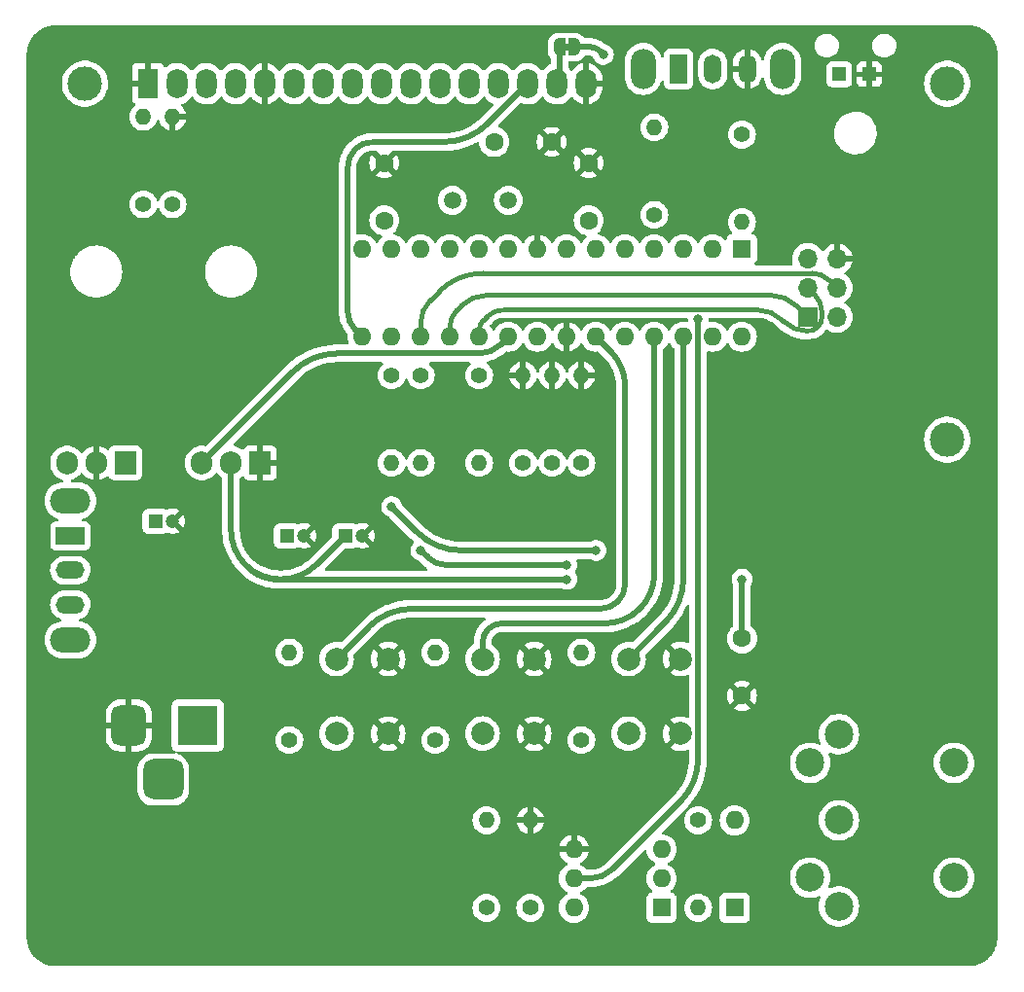
<source format=gbr>
%TF.GenerationSoftware,KiCad,Pcbnew,7.0.7-7.0.7~ubuntu22.04.1*%
%TF.CreationDate,2023-10-02T11:26:38+02:00*%
%TF.ProjectId,interrupter,696e7465-7272-4757-9074-65722e6b6963,rev?*%
%TF.SameCoordinates,Original*%
%TF.FileFunction,Copper,L2,Bot*%
%TF.FilePolarity,Positive*%
%FSLAX46Y46*%
G04 Gerber Fmt 4.6, Leading zero omitted, Abs format (unit mm)*
G04 Created by KiCad (PCBNEW 7.0.7-7.0.7~ubuntu22.04.1) date 2023-10-02 11:26:38*
%MOMM*%
%LPD*%
G01*
G04 APERTURE LIST*
G04 Aperture macros list*
%AMRoundRect*
0 Rectangle with rounded corners*
0 $1 Rounding radius*
0 $2 $3 $4 $5 $6 $7 $8 $9 X,Y pos of 4 corners*
0 Add a 4 corners polygon primitive as box body*
4,1,4,$2,$3,$4,$5,$6,$7,$8,$9,$2,$3,0*
0 Add four circle primitives for the rounded corners*
1,1,$1+$1,$2,$3*
1,1,$1+$1,$4,$5*
1,1,$1+$1,$6,$7*
1,1,$1+$1,$8,$9*
0 Add four rect primitives between the rounded corners*
20,1,$1+$1,$2,$3,$4,$5,0*
20,1,$1+$1,$4,$5,$6,$7,0*
20,1,$1+$1,$6,$7,$8,$9,0*
20,1,$1+$1,$8,$9,$2,$3,0*%
%AMFreePoly0*
4,1,19,0.000000,0.744911,0.071157,0.744911,0.207708,0.704816,0.327430,0.627875,0.420627,0.520320,0.479746,0.390866,0.500000,0.250000,0.500000,-0.250000,0.479746,-0.390866,0.420627,-0.520320,0.327430,-0.627875,0.207708,-0.704816,0.071157,-0.744911,0.000000,-0.744911,0.000000,-0.750000,-0.500000,-0.750000,-0.500000,0.750000,0.000000,0.750000,0.000000,0.744911,0.000000,0.744911,
$1*%
%AMFreePoly1*
4,1,19,0.500000,-0.750000,0.000000,-0.750000,0.000000,-0.744911,-0.071157,-0.744911,-0.207708,-0.704816,-0.327430,-0.627875,-0.420627,-0.520320,-0.479746,-0.390866,-0.500000,-0.250000,-0.500000,0.250000,-0.479746,0.390866,-0.420627,0.520320,-0.327430,0.627875,-0.207708,0.704816,-0.071157,0.744911,0.000000,0.744911,0.000000,0.750000,0.500000,0.750000,0.500000,-0.750000,0.500000,-0.750000,
$1*%
G04 Aperture macros list end*
%TA.AperFunction,ComponentPad*%
%ADD10R,1.700000X1.700000*%
%TD*%
%TA.AperFunction,ComponentPad*%
%ADD11O,1.700000X1.700000*%
%TD*%
%TA.AperFunction,ComponentPad*%
%ADD12C,2.500000*%
%TD*%
%TA.AperFunction,ComponentPad*%
%ADD13R,3.500000X3.500000*%
%TD*%
%TA.AperFunction,ComponentPad*%
%ADD14RoundRect,0.750000X-0.750000X-1.000000X0.750000X-1.000000X0.750000X1.000000X-0.750000X1.000000X0*%
%TD*%
%TA.AperFunction,ComponentPad*%
%ADD15RoundRect,0.875000X-0.875000X-0.875000X0.875000X-0.875000X0.875000X0.875000X-0.875000X0.875000X0*%
%TD*%
%TA.AperFunction,ComponentPad*%
%ADD16R,1.905000X2.000000*%
%TD*%
%TA.AperFunction,ComponentPad*%
%ADD17O,1.905000X2.000000*%
%TD*%
%TA.AperFunction,ComponentPad*%
%ADD18R,1.208000X1.208000*%
%TD*%
%TA.AperFunction,ComponentPad*%
%ADD19C,1.600000*%
%TD*%
%TA.AperFunction,ComponentPad*%
%ADD20O,2.200000X3.500000*%
%TD*%
%TA.AperFunction,ComponentPad*%
%ADD21R,1.500000X2.500000*%
%TD*%
%TA.AperFunction,ComponentPad*%
%ADD22O,1.500000X2.500000*%
%TD*%
%TA.AperFunction,ComponentPad*%
%ADD23O,1.400000X1.400000*%
%TD*%
%TA.AperFunction,ComponentPad*%
%ADD24C,1.400000*%
%TD*%
%TA.AperFunction,ComponentPad*%
%ADD25C,1.500000*%
%TD*%
%TA.AperFunction,ComponentPad*%
%ADD26O,1.800000X2.600000*%
%TD*%
%TA.AperFunction,ComponentPad*%
%ADD27R,1.800000X2.600000*%
%TD*%
%TA.AperFunction,ComponentPad*%
%ADD28C,3.000000*%
%TD*%
%TA.AperFunction,ComponentPad*%
%ADD29O,1.600000X1.600000*%
%TD*%
%TA.AperFunction,ComponentPad*%
%ADD30R,1.600000X1.600000*%
%TD*%
%TA.AperFunction,ComponentPad*%
%ADD31C,2.000000*%
%TD*%
%TA.AperFunction,ComponentPad*%
%ADD32C,1.200000*%
%TD*%
%TA.AperFunction,ComponentPad*%
%ADD33R,1.200000X1.200000*%
%TD*%
%TA.AperFunction,ComponentPad*%
%ADD34O,2.500000X1.500000*%
%TD*%
%TA.AperFunction,ComponentPad*%
%ADD35R,2.500000X1.500000*%
%TD*%
%TA.AperFunction,ComponentPad*%
%ADD36O,3.500000X2.200000*%
%TD*%
%TA.AperFunction,SMDPad,CuDef*%
%ADD37FreePoly0,0.000000*%
%TD*%
%TA.AperFunction,SMDPad,CuDef*%
%ADD38FreePoly1,0.000000*%
%TD*%
%TA.AperFunction,ViaPad*%
%ADD39C,0.800000*%
%TD*%
%TA.AperFunction,Conductor*%
%ADD40C,0.381000*%
%TD*%
%TA.AperFunction,Conductor*%
%ADD41C,0.508000*%
%TD*%
G04 APERTURE END LIST*
%TA.AperFunction,EtchedComponent*%
%TO.C,JP1*%
G36*
X68830000Y-27605000D02*
G01*
X68330000Y-27605000D01*
X68330000Y-27005000D01*
X68830000Y-27005000D01*
X68830000Y-27605000D01*
G37*
%TD.AperFunction*%
%TD*%
D10*
%TO.P,J3,1,MISO*%
%TO.N,/DO*%
X89535000Y-50800000D03*
D11*
%TO.P,J3,2,VCC*%
%TO.N,+5V*%
X92075000Y-50800000D03*
%TO.P,J3,3,SCK*%
%TO.N,/CLK_5V*%
X89535000Y-48260000D03*
%TO.P,J3,4,MOSI*%
%TO.N,/DI_5V*%
X92075000Y-48260000D03*
%TO.P,J3,5,~{RST}*%
%TO.N,/RESET*%
X89535000Y-45720000D03*
%TO.P,J3,6,GND*%
%TO.N,GND*%
X92075000Y-45720000D03*
%TD*%
D12*
%TO.P,J4,1*%
%TO.N,unconnected-(J4-Pad1)*%
X92250000Y-87115000D03*
%TO.P,J4,2*%
%TO.N,unconnected-(J4-Pad2)*%
X92250000Y-94615000D03*
%TO.P,J4,3*%
%TO.N,unconnected-(J4-Pad3)*%
X92250000Y-102115000D03*
%TO.P,J4,4*%
%TO.N,Net-(J4-Pad4)*%
X89750000Y-89615000D03*
%TO.P,J4,5*%
%TO.N,Net-(D1-A)*%
X89750000Y-99615000D03*
%TO.P,J4,6*%
%TO.N,N/C*%
X102250000Y-99615000D03*
X102250000Y-89615000D03*
%TD*%
D13*
%TO.P,J1,1*%
%TO.N,VCC*%
X36480000Y-86360000D03*
D14*
%TO.P,J1,2*%
%TO.N,GND*%
X30480000Y-86360000D03*
D15*
%TO.P,J1,3*%
%TO.N,N/C*%
X33480000Y-91060000D03*
%TD*%
D16*
%TO.P,U2,1,GND*%
%TO.N,GND*%
X41910000Y-63500000D03*
D17*
%TO.P,U2,2,VO*%
%TO.N,+3.3V*%
X39370000Y-63500000D03*
%TO.P,U2,3,VI*%
%TO.N,+5V*%
X36830000Y-63500000D03*
%TD*%
D18*
%TO.P,U3,P$1,K*%
%TO.N,GND*%
X94886000Y-29678000D03*
%TO.P,U3,P$2,A*%
%TO.N,Net-(SW2A-B)*%
X92286000Y-29678000D03*
%TD*%
D19*
%TO.P,C5,1*%
%TO.N,+3.3V*%
X83820000Y-78780000D03*
%TO.P,C5,2*%
%TO.N,GND*%
X83820000Y-83780000D03*
%TD*%
D20*
%TO.P,SW2,*%
%TO.N,*%
X75230000Y-29210000D03*
X87330000Y-29210000D03*
D21*
%TO.P,SW2,1,A*%
%TO.N,/OPT*%
X78280000Y-29210000D03*
D22*
%TO.P,SW2,2,B*%
%TO.N,Net-(SW2A-B)*%
X81280000Y-29210000D03*
%TO.P,SW2,3,C*%
%TO.N,GND*%
X84280000Y-29210000D03*
%TD*%
D23*
%TO.P,R14,2*%
%TO.N,GND*%
X65405000Y-94615000D03*
D24*
%TO.P,R14,1*%
%TO.N,Net-(R14-Pad1)*%
X65405000Y-102235000D03*
%TD*%
D25*
%TO.P,Y1,2,2*%
%TO.N,/X1*%
X63500000Y-40640000D03*
%TO.P,Y1,1,1*%
%TO.N,/X2*%
X58620000Y-40640000D03*
%TD*%
D26*
%TO.P,DS1,16,LED(-)*%
%TO.N,GND*%
X70269100Y-30480000D03*
%TO.P,DS1,15,LED(+)*%
%TO.N,/BL*%
X67729100Y-30480000D03*
%TO.P,DS1,14,D7*%
%TO.N,/DB7*%
X65189100Y-30480000D03*
%TO.P,DS1,13,D6*%
%TO.N,/DB6*%
X62649100Y-30480000D03*
%TO.P,DS1,12,D5*%
%TO.N,/DB5*%
X60109100Y-30480000D03*
%TO.P,DS1,11,D4*%
%TO.N,/DB4*%
X57569100Y-30480000D03*
%TO.P,DS1,10,D3*%
%TO.N,unconnected-(DS1-D3-Pad10)*%
X55029100Y-30480000D03*
%TO.P,DS1,9,D2*%
%TO.N,unconnected-(DS1-D2-Pad9)*%
X52489100Y-30480000D03*
%TO.P,DS1,8,D1*%
%TO.N,unconnected-(DS1-D1-Pad8)*%
X49949100Y-30480000D03*
%TO.P,DS1,7,D0*%
%TO.N,unconnected-(DS1-D0-Pad7)*%
X47409100Y-30480000D03*
%TO.P,DS1,6,E*%
%TO.N,/E*%
X44869100Y-30480000D03*
%TO.P,DS1,5,R/W*%
%TO.N,GND*%
X42329100Y-30480000D03*
%TO.P,DS1,4,RS*%
%TO.N,/RS*%
X39789100Y-30480000D03*
%TO.P,DS1,3,VO*%
%TO.N,Net-(DS1-VO)*%
X37249100Y-30480000D03*
%TO.P,DS1,2,VDD*%
%TO.N,+5V*%
X34709100Y-30480000D03*
D27*
%TO.P,DS1,1,VSS*%
%TO.N,GND*%
X32169100Y-30480000D03*
D28*
%TO.P,DS1,*%
%TO.N,*%
X101669100Y-30480000D03*
X101668580Y-61480700D03*
X26670000Y-30480000D03*
%TD*%
D29*
%TO.P,U5,6*%
%TO.N,Net-(R14-Pad1)*%
X69205000Y-102220000D03*
%TO.P,U5,5*%
%TO.N,/RX*%
X69205000Y-99680000D03*
%TO.P,U5,4*%
%TO.N,GND*%
X69205000Y-97140000D03*
%TO.P,U5,3,NC*%
%TO.N,unconnected-(U5-NC-Pad3)*%
X76825000Y-97140000D03*
%TO.P,U5,2*%
%TO.N,Net-(D1-A)*%
X76825000Y-99680000D03*
D30*
%TO.P,U5,1*%
%TO.N,Net-(D1-K)*%
X76825000Y-102220000D03*
%TD*%
D23*
%TO.P,R11,2*%
%TO.N,GND*%
X69850000Y-55880000D03*
D24*
%TO.P,R11,1*%
%TO.N,/CS_3V*%
X69850000Y-63500000D03*
%TD*%
D23*
%TO.P,R13,2*%
%TO.N,/OPT*%
X76200000Y-34290000D03*
D24*
%TO.P,R13,1*%
%TO.N,Net-(U4-PD2)*%
X76200000Y-41910000D03*
%TD*%
D23*
%TO.P,R5,2*%
%TO.N,/OK*%
X44450000Y-80010000D03*
D24*
%TO.P,R5,1*%
%TO.N,+5V*%
X44450000Y-87630000D03*
%TD*%
D31*
%TO.P,SW5,2,A*%
%TO.N,/OK*%
X48550000Y-87070000D03*
X48550000Y-80570000D03*
%TO.P,SW5,1,1*%
%TO.N,GND*%
X53050000Y-87070000D03*
X53050000Y-80570000D03*
%TD*%
%TO.P,SW3,2,K*%
%TO.N,/UP*%
X73950000Y-87070000D03*
X73950000Y-80570000D03*
%TO.P,SW3,1,2*%
%TO.N,GND*%
X78450000Y-87070000D03*
X78450000Y-80570000D03*
%TD*%
D29*
%TO.P,D1,2,A*%
%TO.N,Net-(D1-A)*%
X83185000Y-94615000D03*
D30*
%TO.P,D1,1,K*%
%TO.N,Net-(D1-K)*%
X83185000Y-102235000D03*
%TD*%
D17*
%TO.P,U1,3,VO*%
%TO.N,+5V*%
X25110000Y-63500000D03*
%TO.P,U1,2,GND*%
%TO.N,GND*%
X27650000Y-63500000D03*
D16*
%TO.P,U1,1,VI*%
%TO.N,Net-(SW1A-A)*%
X30190000Y-63500000D03*
%TD*%
D23*
%TO.P,R10,2*%
%TO.N,GND*%
X67310000Y-55880000D03*
D24*
%TO.P,R10,1*%
%TO.N,/DI_3V*%
X67310000Y-63500000D03*
%TD*%
D23*
%TO.P,R2,2*%
%TO.N,GND*%
X34290000Y-33370000D03*
D24*
%TO.P,R2,1*%
%TO.N,Net-(DS1-VO)*%
X34290000Y-40990000D03*
%TD*%
D29*
%TO.P,U4,28,PC5*%
%TO.N,unconnected-(U4-PC5-Pad28)*%
X83810000Y-52510000D03*
%TO.P,U4,27,PC4*%
%TO.N,unconnected-(U4-PC4-Pad27)*%
X81270000Y-52510000D03*
%TO.P,U4,26,PC3*%
%TO.N,/UP*%
X78730000Y-52510000D03*
%TO.P,U4,25,PC2*%
%TO.N,/DN*%
X76190000Y-52510000D03*
%TO.P,U4,24,PC1*%
%TO.N,unconnected-(U4-PC1-Pad24)*%
X73650000Y-52510000D03*
%TO.P,U4,23,PC0*%
%TO.N,/OK*%
X71110000Y-52510000D03*
%TO.P,U4,22,GND*%
%TO.N,GND*%
X68570000Y-52510000D03*
%TO.P,U4,21,AREF*%
%TO.N,unconnected-(U4-AREF-Pad21)*%
X66030000Y-52510000D03*
%TO.P,U4,20,AVCC*%
%TO.N,+5V*%
X63490000Y-52510000D03*
%TO.P,U4,19,PB5*%
%TO.N,/CLK_5V*%
X60950000Y-52510000D03*
%TO.P,U4,18,PB4*%
%TO.N,/DO*%
X58410000Y-52510000D03*
%TO.P,U4,17,PB3*%
%TO.N,/DI_5V*%
X55870000Y-52510000D03*
%TO.P,U4,16,PB2*%
%TO.N,/CS_5V*%
X53330000Y-52510000D03*
%TO.P,U4,15,PB1*%
%TO.N,/DB7*%
X50790000Y-52510000D03*
%TO.P,U4,14,PB0*%
%TO.N,/DB6*%
X50790000Y-44890000D03*
%TO.P,U4,13,PD7*%
%TO.N,/DB5*%
X53330000Y-44890000D03*
%TO.P,U4,12,PD6*%
%TO.N,/DB4*%
X55870000Y-44890000D03*
%TO.P,U4,11,PD5*%
%TO.N,/E*%
X58410000Y-44890000D03*
%TO.P,U4,10,XTAL2/PB7*%
%TO.N,/X2*%
X60950000Y-44890000D03*
%TO.P,U4,9,XTAL1/PB6*%
%TO.N,/X1*%
X63490000Y-44890000D03*
%TO.P,U4,8,GND*%
%TO.N,GND*%
X66030000Y-44890000D03*
%TO.P,U4,7,VCC*%
%TO.N,+5V*%
X68570000Y-44890000D03*
%TO.P,U4,6,PD4*%
%TO.N,/RS*%
X71110000Y-44890000D03*
%TO.P,U4,5,PD3*%
%TO.N,unconnected-(U4-PD3-Pad5)*%
X73650000Y-44890000D03*
%TO.P,U4,4,PD2*%
%TO.N,Net-(U4-PD2)*%
X76190000Y-44890000D03*
%TO.P,U4,3,PD1*%
%TO.N,unconnected-(U4-PD1-Pad3)*%
X78730000Y-44890000D03*
%TO.P,U4,2,PD0*%
%TO.N,/RX*%
X81270000Y-44890000D03*
D30*
%TO.P,U4,1,~{RESET}/PC6*%
%TO.N,/RESET*%
X83810000Y-44890000D03*
%TD*%
D32*
%TO.P,C2,2*%
%TO.N,GND*%
X45720000Y-69850000D03*
D33*
%TO.P,C2,1*%
%TO.N,+5V*%
X44220000Y-69850000D03*
%TD*%
D19*
%TO.P,C6,2*%
%TO.N,GND*%
X67270000Y-35560000D03*
%TO.P,C6,1*%
%TO.N,/X1*%
X62270000Y-35560000D03*
%TD*%
D23*
%TO.P,R7,2*%
%TO.N,/CS_3V*%
X53340000Y-63500000D03*
D24*
%TO.P,R7,1*%
%TO.N,/CS_5V*%
X53340000Y-55880000D03*
%TD*%
D23*
%TO.P,R15,2*%
%TO.N,+5V*%
X61595000Y-94615000D03*
D24*
%TO.P,R15,1*%
%TO.N,/RX*%
X61595000Y-102235000D03*
%TD*%
D23*
%TO.P,R12,2*%
%TO.N,GND*%
X64770000Y-55880000D03*
D24*
%TO.P,R12,1*%
%TO.N,/CLK_3V*%
X64770000Y-63500000D03*
%TD*%
D32*
%TO.P,C3,2*%
%TO.N,GND*%
X50800000Y-69850000D03*
D33*
%TO.P,C3,1*%
%TO.N,+3.3V*%
X49300000Y-69850000D03*
%TD*%
D23*
%TO.P,R16,2*%
%TO.N,Net-(D1-K)*%
X80010000Y-102235000D03*
D24*
%TO.P,R16,1*%
%TO.N,Net-(J4-Pad4)*%
X80010000Y-94615000D03*
%TD*%
D34*
%TO.P,SW1,3,C*%
%TO.N,unconnected-(SW1A-C-Pad3)*%
X25400000Y-75850000D03*
%TO.P,SW1,2,B*%
%TO.N,VCC*%
X25400000Y-72850000D03*
D35*
%TO.P,SW1,1,A*%
%TO.N,Net-(SW1A-A)*%
X25400000Y-69850000D03*
D36*
%TO.P,SW1,*%
%TO.N,*%
X25400000Y-78900000D03*
X25400000Y-66800000D03*
%TD*%
D23*
%TO.P,R9,2*%
%TO.N,/RESET*%
X83820000Y-42545000D03*
D24*
%TO.P,R9,1*%
%TO.N,+5V*%
X83820000Y-34925000D03*
%TD*%
D23*
%TO.P,R1,2*%
%TO.N,+5V*%
X31750000Y-33370000D03*
D24*
%TO.P,R1,1*%
%TO.N,Net-(DS1-VO)*%
X31750000Y-40990000D03*
%TD*%
D19*
%TO.P,C7,1*%
%TO.N,/X2*%
X52705000Y-42390000D03*
%TO.P,C7,2*%
%TO.N,GND*%
X52705000Y-37390000D03*
%TD*%
D23*
%TO.P,R3,2*%
%TO.N,/UP*%
X69850000Y-80010000D03*
D24*
%TO.P,R3,1*%
%TO.N,+5V*%
X69850000Y-87630000D03*
%TD*%
D19*
%TO.P,C4,2*%
%TO.N,GND*%
X70485000Y-37390000D03*
%TO.P,C4,1*%
%TO.N,+5V*%
X70485000Y-42390000D03*
%TD*%
D32*
%TO.P,C1,2*%
%TO.N,GND*%
X34290000Y-68580000D03*
D33*
%TO.P,C1,1*%
%TO.N,Net-(SW1A-A)*%
X32790000Y-68580000D03*
%TD*%
D31*
%TO.P,SW4,2,A*%
%TO.N,/DN*%
X61250000Y-87070000D03*
X61250000Y-80570000D03*
%TO.P,SW4,1,2*%
%TO.N,GND*%
X65750000Y-87070000D03*
X65750000Y-80570000D03*
%TD*%
D23*
%TO.P,R8,2*%
%TO.N,/CLK_3V*%
X60960000Y-63500000D03*
D24*
%TO.P,R8,1*%
%TO.N,/CLK_5V*%
X60960000Y-55880000D03*
%TD*%
D23*
%TO.P,R6,2*%
%TO.N,/DI_3V*%
X55880000Y-63500000D03*
D24*
%TO.P,R6,1*%
%TO.N,/DI_5V*%
X55880000Y-55880000D03*
%TD*%
D23*
%TO.P,R4,2*%
%TO.N,/DN*%
X57150000Y-80010000D03*
D24*
%TO.P,R4,1*%
%TO.N,+5V*%
X57150000Y-87630000D03*
%TD*%
D37*
%TO.P,JP1,2,B*%
%TO.N,+5V*%
X69230000Y-27305000D03*
D38*
%TO.P,JP1,1,A*%
%TO.N,/BL*%
X67930000Y-27305000D03*
%TD*%
D39*
%TO.N,+5V*%
X71755000Y-27940000D03*
%TO.N,+3.3V*%
X83820000Y-73636500D03*
X68580000Y-73636500D03*
%TO.N,/CS_3V*%
X53340000Y-67310000D03*
X71120000Y-71120000D03*
%TO.N,/RX*%
X80010000Y-50955000D03*
%TO.N,/DI_3V*%
X55880000Y-71120000D03*
X68580000Y-72390000D03*
%TD*%
D40*
%TO.N,/DI_5V*%
X61307135Y-46990014D02*
G75*
G03*
X57462500Y-48582500I-35J-5437086D01*
G01*
X91440008Y-47624992D02*
G75*
G03*
X89906974Y-46990000I-1533008J-1533008D01*
G01*
X56695546Y-49349451D02*
G75*
G03*
X55870000Y-51342500I1993054J-1993049D01*
G01*
%TO.N,/CLK_5V*%
X90775514Y-50377665D02*
G75*
G03*
X90155250Y-48880250I-2117714J-35D01*
G01*
X87356744Y-51102756D02*
G75*
G03*
X85092821Y-50165000I-2263944J-2263944D01*
G01*
X63135096Y-50164998D02*
G75*
G03*
X61590000Y-50805000I4J-2185102D01*
G01*
X87417341Y-51163327D02*
G75*
G03*
X89535000Y-52040500I2117659J2117627D01*
G01*
X61326528Y-51068459D02*
G75*
G03*
X60950000Y-51977500I909072J-909041D01*
G01*
X89535000Y-52040500D02*
G75*
G03*
X90775500Y-50800000I0J1240500D01*
G01*
D41*
%TO.N,/DI_3V*%
X56514992Y-71755008D02*
G75*
G03*
X58048025Y-72390000I1533008J1533008D01*
G01*
%TO.N,/RX*%
X69212498Y-99687502D02*
G75*
G03*
X69230606Y-99695000I18102J18102D01*
G01*
X70487500Y-99695003D02*
G75*
G03*
X72651256Y-98798741I0J3060003D01*
G01*
X78416200Y-93033785D02*
G75*
G03*
X80010000Y-89186036I-3847800J3847785D01*
G01*
%TO.N,/OK*%
X55173963Y-76199960D02*
G75*
G03*
X51326208Y-77793793I37J-5441540D01*
G01*
X73659990Y-56863122D02*
G75*
G03*
X72384999Y-53785001I-4353090J22D01*
G01*
X71491974Y-76199989D02*
G75*
G03*
X73025000Y-75565000I26J2167989D01*
G01*
X73025008Y-75565008D02*
G75*
G03*
X73660000Y-74031974I-1533008J1533008D01*
G01*
%TO.N,/DN*%
X62922964Y-77469986D02*
G75*
G03*
X61740000Y-77960000I36J-1673014D01*
G01*
X71871019Y-77470008D02*
G75*
G03*
X74925000Y-76205000I-19J4319008D01*
G01*
X61740010Y-77960010D02*
G75*
G03*
X61250000Y-79142964I1182990J-1182990D01*
G01*
X74924994Y-76204994D02*
G75*
G03*
X76190000Y-73151019I-3053994J3053994D01*
G01*
%TO.N,/UP*%
X77136200Y-77383785D02*
G75*
G03*
X78730000Y-73536036I-3847800J3847785D01*
G01*
%TO.N,/CS_3V*%
X55556215Y-69526199D02*
G75*
G03*
X59403963Y-71120000I3847785J3847799D01*
G01*
D40*
%TO.N,/DO*%
X59011037Y-50208956D02*
G75*
G03*
X58410000Y-51660000I1451063J-1451044D01*
G01*
X88582511Y-49847489D02*
G75*
G03*
X86282961Y-48895000I-2299511J-2299511D01*
G01*
X61679109Y-48895004D02*
G75*
G03*
X59367500Y-49852500I-9J-3269096D01*
G01*
D41*
%TO.N,/BL*%
X67829538Y-30379538D02*
G75*
G03*
X67930000Y-30137042I-242538J242538D01*
G01*
%TO.N,/DB7*%
X49529952Y-50359045D02*
G75*
G03*
X50160000Y-51880000I2150948J45D01*
G01*
X50164992Y-36194992D02*
G75*
G03*
X49530000Y-37728025I1533008J-1533008D01*
G01*
X51698025Y-35560011D02*
G75*
G03*
X50165000Y-36195000I-25J-2167989D01*
G01*
X57855136Y-35560010D02*
G75*
G03*
X61702892Y-33966207I-36J5441610D01*
G01*
%TO.N,+3.3V*%
X39370002Y-69340565D02*
G75*
G03*
X40628250Y-72378250I4295928J-5D01*
G01*
X43700000Y-73636492D02*
G75*
G03*
X46795838Y-72354161I0J4378192D01*
G01*
X40628240Y-72378260D02*
G75*
G03*
X43665934Y-73636500I3037660J3037660D01*
G01*
X43058072Y-73636500D02*
G75*
G03*
X43665934Y-73636500I303931J1147378324D01*
G01*
X40628256Y-72378245D02*
G75*
G03*
X43058072Y-73636499I2796944J2425945D01*
G01*
%TO.N,+5V*%
X60989088Y-53974995D02*
G75*
G03*
X62757500Y-53242500I12J2500895D01*
G01*
X48608963Y-53974960D02*
G75*
G03*
X44761208Y-55568793I37J-5441540D01*
G01*
X71437504Y-27622496D02*
G75*
G03*
X70670987Y-27305000I-766504J-766504D01*
G01*
X70670987Y-27305000D02*
X69230000Y-27305000D01*
X44761207Y-55568792D02*
X36830000Y-63500000D01*
X62757500Y-53242500D02*
X63490000Y-52510000D01*
X60989088Y-53975000D02*
X48608963Y-53975000D01*
X71755000Y-27940000D02*
X71437500Y-27622500D01*
%TO.N,+3.3V*%
X46795838Y-72354161D02*
X49300000Y-69850000D01*
X68580000Y-73636500D02*
X43058072Y-73636500D01*
X39370000Y-69340565D02*
X39370000Y-63500000D01*
X83820000Y-73636500D02*
X83820000Y-78780000D01*
X43700000Y-73636500D02*
X43665934Y-73636500D01*
%TO.N,/DB7*%
X49530000Y-50359045D02*
X49530000Y-37728025D01*
X61702892Y-33966207D02*
X65189100Y-30480000D01*
X50160000Y-51880000D02*
X50790000Y-52510000D01*
X51698025Y-35560000D02*
X57855136Y-35560000D01*
%TO.N,/BL*%
X67829550Y-30379550D02*
X67729100Y-30480000D01*
X67930000Y-30137042D02*
X67930000Y-27305000D01*
D40*
%TO.N,/DO*%
X86282961Y-48895000D02*
X61679109Y-48895000D01*
X88582500Y-49847500D02*
X89535000Y-50800000D01*
X59011040Y-50208959D02*
X59367500Y-49852500D01*
X58410000Y-51660000D02*
X58410000Y-52510000D01*
D41*
%TO.N,/CS_3V*%
X53340000Y-67310000D02*
X55556207Y-69526207D01*
X71120000Y-71120000D02*
X59403963Y-71120000D01*
%TO.N,/UP*%
X78730000Y-73536036D02*
X78730000Y-52510000D01*
X77136207Y-77383792D02*
X73950000Y-80570000D01*
%TO.N,/DN*%
X62922964Y-77470000D02*
X71871019Y-77470000D01*
X61250000Y-79142964D02*
X61250000Y-80570000D01*
X76190000Y-73151019D02*
X76190000Y-52510000D01*
%TO.N,/OK*%
X73660000Y-56863122D02*
X73660000Y-74031974D01*
X72385000Y-53785000D02*
X71110000Y-52510000D01*
X51326207Y-77793792D02*
X48550000Y-80570000D01*
X55173963Y-76200000D02*
X71491974Y-76200000D01*
%TO.N,/RX*%
X80010000Y-50955000D02*
X80010000Y-89186036D01*
X69230606Y-99695000D02*
X70487500Y-99695000D01*
X69212500Y-99687500D02*
X69205000Y-99680000D01*
X72651257Y-98798742D02*
X78416207Y-93033792D01*
%TO.N,/DI_3V*%
X56515000Y-71755000D02*
X55880000Y-71120000D01*
X58048025Y-72390000D02*
X68580000Y-72390000D01*
D40*
%TO.N,/CLK_5V*%
X85092821Y-50165000D02*
X63135096Y-50165000D01*
X61589999Y-50804999D02*
X61326534Y-51068465D01*
X87356750Y-51102750D02*
X87417334Y-51163334D01*
X60950000Y-51977500D02*
X60950000Y-52510000D01*
X90775500Y-50377665D02*
X90775500Y-50800000D01*
X90155250Y-48880250D02*
X89535000Y-48260000D01*
%TO.N,/DI_5V*%
X61307135Y-46990000D02*
X89906974Y-46990000D01*
X57462499Y-48582499D02*
X56695547Y-49349452D01*
X55870000Y-51342500D02*
X55870000Y-52510000D01*
X91440000Y-47625000D02*
X92075000Y-48260000D01*
%TD*%
%TA.AperFunction,Conductor*%
%TO.N,GND*%
G36*
X79042320Y-50883685D02*
G01*
X79088075Y-50936489D01*
X79098602Y-50975039D01*
X79109924Y-51082762D01*
X79097354Y-51151491D01*
X79049622Y-51202515D01*
X78981882Y-51219633D01*
X78963515Y-51216862D01*
X78963421Y-51217398D01*
X78958081Y-51216456D01*
X78730002Y-51196502D01*
X78729998Y-51196502D01*
X78501918Y-51216456D01*
X78501910Y-51216457D01*
X78280761Y-51275714D01*
X78280750Y-51275718D01*
X78073254Y-51372475D01*
X78073252Y-51372476D01*
X78022533Y-51407990D01*
X77885700Y-51503802D01*
X77885698Y-51503803D01*
X77885695Y-51503806D01*
X77723806Y-51665695D01*
X77723803Y-51665698D01*
X77723802Y-51665700D01*
X77707506Y-51688973D01*
X77592476Y-51853251D01*
X77572382Y-51896345D01*
X77526209Y-51948784D01*
X77459016Y-51967936D01*
X77392135Y-51947720D01*
X77347618Y-51896345D01*
X77327523Y-51853251D01*
X77308723Y-51826402D01*
X77196198Y-51665700D01*
X77034300Y-51503802D01*
X76846749Y-51372477D01*
X76846743Y-51372474D01*
X76639249Y-51275718D01*
X76639238Y-51275714D01*
X76418089Y-51216457D01*
X76418081Y-51216456D01*
X76190002Y-51196502D01*
X76189998Y-51196502D01*
X75961918Y-51216456D01*
X75961910Y-51216457D01*
X75740761Y-51275714D01*
X75740750Y-51275718D01*
X75533254Y-51372475D01*
X75533252Y-51372476D01*
X75482533Y-51407990D01*
X75345700Y-51503802D01*
X75345698Y-51503803D01*
X75345695Y-51503806D01*
X75183806Y-51665695D01*
X75183803Y-51665698D01*
X75183802Y-51665700D01*
X75167506Y-51688973D01*
X75052476Y-51853251D01*
X75032382Y-51896345D01*
X74986209Y-51948784D01*
X74919016Y-51967936D01*
X74852135Y-51947720D01*
X74807618Y-51896345D01*
X74787523Y-51853251D01*
X74768723Y-51826402D01*
X74656198Y-51665700D01*
X74494300Y-51503802D01*
X74306749Y-51372477D01*
X74306743Y-51372474D01*
X74099249Y-51275718D01*
X74099238Y-51275714D01*
X73878089Y-51216457D01*
X73878081Y-51216456D01*
X73650002Y-51196502D01*
X73649998Y-51196502D01*
X73421918Y-51216456D01*
X73421910Y-51216457D01*
X73200761Y-51275714D01*
X73200750Y-51275718D01*
X72993254Y-51372475D01*
X72993252Y-51372476D01*
X72942533Y-51407990D01*
X72805700Y-51503802D01*
X72805698Y-51503803D01*
X72805695Y-51503806D01*
X72643806Y-51665695D01*
X72643803Y-51665698D01*
X72643802Y-51665700D01*
X72627506Y-51688973D01*
X72512476Y-51853251D01*
X72492382Y-51896345D01*
X72446209Y-51948784D01*
X72379016Y-51967936D01*
X72312135Y-51947720D01*
X72267618Y-51896345D01*
X72247523Y-51853251D01*
X72228723Y-51826402D01*
X72116198Y-51665700D01*
X71954300Y-51503802D01*
X71766749Y-51372477D01*
X71766743Y-51372474D01*
X71559249Y-51275718D01*
X71559238Y-51275714D01*
X71338089Y-51216457D01*
X71338081Y-51216456D01*
X71110002Y-51196502D01*
X71109998Y-51196502D01*
X70881918Y-51216456D01*
X70881910Y-51216457D01*
X70660761Y-51275714D01*
X70660750Y-51275718D01*
X70453254Y-51372475D01*
X70453252Y-51372476D01*
X70402533Y-51407990D01*
X70265700Y-51503802D01*
X70265698Y-51503803D01*
X70265695Y-51503806D01*
X70103806Y-51665695D01*
X70103803Y-51665698D01*
X70103802Y-51665700D01*
X70087506Y-51688973D01*
X69972476Y-51853252D01*
X69972474Y-51853256D01*
X69947691Y-51906402D01*
X69901518Y-51958841D01*
X69834324Y-51977992D01*
X69767444Y-51957775D01*
X69722927Y-51906399D01*
X69700133Y-51857517D01*
X69569657Y-51671179D01*
X69408820Y-51510342D01*
X69222482Y-51379865D01*
X69016328Y-51283734D01*
X68820000Y-51231127D01*
X68820000Y-51999424D01*
X68800315Y-52066463D01*
X68747511Y-52112218D01*
X68678353Y-52122162D01*
X68676602Y-52121897D01*
X68601486Y-52110000D01*
X68601481Y-52110000D01*
X68538519Y-52110000D01*
X68538514Y-52110000D01*
X68463398Y-52121897D01*
X68394104Y-52112942D01*
X68340652Y-52067946D01*
X68320013Y-52001194D01*
X68320000Y-51999424D01*
X68320000Y-51231127D01*
X68123671Y-51283734D01*
X67917517Y-51379865D01*
X67731179Y-51510342D01*
X67570342Y-51671179D01*
X67439865Y-51857517D01*
X67417071Y-51906401D01*
X67370898Y-51958840D01*
X67303705Y-51977992D01*
X67236824Y-51957776D01*
X67192307Y-51906401D01*
X67167523Y-51853251D01*
X67148723Y-51826402D01*
X67036198Y-51665700D01*
X66874300Y-51503802D01*
X66686749Y-51372477D01*
X66686743Y-51372474D01*
X66479249Y-51275718D01*
X66479238Y-51275714D01*
X66258089Y-51216457D01*
X66258081Y-51216456D01*
X66030002Y-51196502D01*
X66029998Y-51196502D01*
X65801918Y-51216456D01*
X65801910Y-51216457D01*
X65580761Y-51275714D01*
X65580750Y-51275718D01*
X65373254Y-51372475D01*
X65373252Y-51372476D01*
X65322533Y-51407990D01*
X65185700Y-51503802D01*
X65185698Y-51503803D01*
X65185695Y-51503806D01*
X65023806Y-51665695D01*
X65023803Y-51665698D01*
X65023802Y-51665700D01*
X65007506Y-51688973D01*
X64892476Y-51853251D01*
X64872382Y-51896345D01*
X64826209Y-51948784D01*
X64759016Y-51967936D01*
X64692135Y-51947720D01*
X64647618Y-51896345D01*
X64627523Y-51853251D01*
X64608723Y-51826402D01*
X64496198Y-51665700D01*
X64334300Y-51503802D01*
X64146749Y-51372477D01*
X64146743Y-51372474D01*
X63939249Y-51275718D01*
X63939238Y-51275714D01*
X63718089Y-51216457D01*
X63718081Y-51216456D01*
X63490002Y-51196502D01*
X63489998Y-51196502D01*
X63261918Y-51216456D01*
X63261910Y-51216457D01*
X63040761Y-51275714D01*
X63040750Y-51275718D01*
X62833254Y-51372475D01*
X62833252Y-51372476D01*
X62782533Y-51407990D01*
X62645700Y-51503802D01*
X62645698Y-51503803D01*
X62645695Y-51503806D01*
X62483806Y-51665695D01*
X62483803Y-51665698D01*
X62483802Y-51665700D01*
X62467506Y-51688973D01*
X62352476Y-51853251D01*
X62332382Y-51896345D01*
X62286209Y-51948784D01*
X62219016Y-51967936D01*
X62152135Y-51947720D01*
X62107618Y-51896345D01*
X62087523Y-51853251D01*
X62068723Y-51826402D01*
X61956198Y-51665700D01*
X61924697Y-51634199D01*
X61891212Y-51572876D01*
X61896196Y-51503184D01*
X61924697Y-51458837D01*
X62082835Y-51300699D01*
X62085777Y-51297942D01*
X62227374Y-51173765D01*
X62233787Y-51168844D01*
X62388674Y-51065352D01*
X62395684Y-51061304D01*
X62562758Y-50978912D01*
X62570236Y-50975816D01*
X62746630Y-50915938D01*
X62754444Y-50913844D01*
X62937142Y-50877503D01*
X62945167Y-50876446D01*
X63133040Y-50864132D01*
X63137089Y-50864000D01*
X63213856Y-50864000D01*
X78975281Y-50864000D01*
X79042320Y-50883685D01*
G37*
%TD.AperFunction*%
%TA.AperFunction,Conductor*%
G36*
X103506737Y-25400598D02*
G01*
X103540041Y-25402467D01*
X103620603Y-25406992D01*
X103792691Y-25417401D01*
X103799297Y-25418160D01*
X103870907Y-25430327D01*
X103935343Y-25441277D01*
X104028462Y-25458340D01*
X104084227Y-25468560D01*
X104090198Y-25469963D01*
X104227032Y-25509384D01*
X104367850Y-25553265D01*
X104373092Y-25555164D01*
X104506420Y-25610391D01*
X104639609Y-25670334D01*
X104644147Y-25672605D01*
X104717221Y-25712991D01*
X104771422Y-25742947D01*
X104771439Y-25742956D01*
X104895935Y-25818217D01*
X104899739Y-25820711D01*
X105017726Y-25904427D01*
X105020072Y-25906176D01*
X105115416Y-25980874D01*
X105133332Y-25994910D01*
X105136409Y-25997486D01*
X105244430Y-26094018D01*
X105246957Y-26096408D01*
X105348590Y-26198041D01*
X105350980Y-26200568D01*
X105447512Y-26308589D01*
X105450088Y-26311666D01*
X105538811Y-26424912D01*
X105540571Y-26427272D01*
X105624287Y-26545259D01*
X105626781Y-26549063D01*
X105702043Y-26673560D01*
X105772393Y-26800851D01*
X105774668Y-26805398D01*
X105834609Y-26938581D01*
X105889831Y-27071899D01*
X105891744Y-27077183D01*
X105914088Y-27148884D01*
X105935631Y-27218021D01*
X105975032Y-27354790D01*
X105976440Y-27360781D01*
X106003722Y-27509656D01*
X106026835Y-27645683D01*
X106027599Y-27652330D01*
X106038012Y-27824475D01*
X106044402Y-27938263D01*
X106044500Y-27941741D01*
X106044500Y-104857088D01*
X106044234Y-104862823D01*
X106035109Y-104961102D01*
X106015265Y-105163967D01*
X106014186Y-105170912D01*
X105985213Y-105306286D01*
X105947681Y-105469799D01*
X105945925Y-105475969D01*
X105898811Y-105613928D01*
X105843031Y-105764984D01*
X105840768Y-105770329D01*
X105776345Y-105904605D01*
X105702893Y-106045060D01*
X105700295Y-106049559D01*
X105619572Y-106176720D01*
X105529357Y-106305810D01*
X105526594Y-106309467D01*
X105431898Y-106425647D01*
X105429705Y-106428193D01*
X105325022Y-106543288D01*
X105322256Y-106546140D01*
X105214362Y-106650483D01*
X105211420Y-106653151D01*
X105092908Y-106753912D01*
X105090289Y-106756019D01*
X104970985Y-106846792D01*
X104967239Y-106849430D01*
X104872895Y-106910771D01*
X104835194Y-106935284D01*
X104705420Y-107011695D01*
X104700838Y-107014140D01*
X104557995Y-107082859D01*
X104421650Y-107142752D01*
X104416231Y-107144835D01*
X104263405Y-107195528D01*
X104123942Y-107238003D01*
X104117716Y-107239553D01*
X103953015Y-107271599D01*
X103816777Y-107296023D01*
X103809800Y-107296870D01*
X103606282Y-107309924D01*
X103506835Y-107315811D01*
X103503169Y-107315919D01*
X24131740Y-107314500D01*
X24128264Y-107314402D01*
X24014475Y-107308012D01*
X23842330Y-107297599D01*
X23835683Y-107296835D01*
X23699656Y-107273722D01*
X23550781Y-107246440D01*
X23544790Y-107245032D01*
X23408021Y-107205631D01*
X23340634Y-107184633D01*
X23267183Y-107161744D01*
X23261899Y-107159831D01*
X23128581Y-107104609D01*
X22995398Y-107044668D01*
X22990851Y-107042393D01*
X22863560Y-106972043D01*
X22739063Y-106896781D01*
X22735259Y-106894287D01*
X22617272Y-106810571D01*
X22614912Y-106808811D01*
X22501666Y-106720088D01*
X22498589Y-106717512D01*
X22390568Y-106620980D01*
X22388041Y-106618590D01*
X22286408Y-106516957D01*
X22284018Y-106514430D01*
X22187486Y-106406409D01*
X22184910Y-106403332D01*
X22151875Y-106361166D01*
X22096176Y-106290072D01*
X22094427Y-106287726D01*
X22010711Y-106169739D01*
X22008217Y-106165935D01*
X21932956Y-106041439D01*
X21914258Y-106007608D01*
X21910463Y-106000741D01*
X21862605Y-105914147D01*
X21860330Y-105909600D01*
X21800390Y-105776418D01*
X21745167Y-105643099D01*
X21743265Y-105637850D01*
X21699384Y-105497032D01*
X21659963Y-105360198D01*
X21658560Y-105354227D01*
X21648340Y-105298462D01*
X21631277Y-105205343D01*
X21620327Y-105140907D01*
X21608160Y-105069297D01*
X21607401Y-105062691D01*
X21596992Y-104890603D01*
X21592626Y-104812867D01*
X21590598Y-104776736D01*
X21590500Y-104773259D01*
X21590500Y-102235001D01*
X60381884Y-102235001D01*
X60400313Y-102445649D01*
X60400315Y-102445660D01*
X60455041Y-102649902D01*
X60455043Y-102649906D01*
X60455044Y-102649910D01*
X60464062Y-102669249D01*
X60544410Y-102841556D01*
X60544411Y-102841558D01*
X60665700Y-103014778D01*
X60815221Y-103164299D01*
X60815224Y-103164301D01*
X60988442Y-103285589D01*
X61180090Y-103374956D01*
X61180096Y-103374957D01*
X61180097Y-103374958D01*
X61229255Y-103388129D01*
X61384345Y-103429686D01*
X61534812Y-103442850D01*
X61594998Y-103448116D01*
X61595000Y-103448116D01*
X61595002Y-103448116D01*
X61647663Y-103443508D01*
X61805655Y-103429686D01*
X62009910Y-103374956D01*
X62201558Y-103285589D01*
X62374776Y-103164301D01*
X62524301Y-103014776D01*
X62645589Y-102841558D01*
X62734956Y-102649910D01*
X62789686Y-102445655D01*
X62808116Y-102235001D01*
X64191884Y-102235001D01*
X64210313Y-102445649D01*
X64210315Y-102445660D01*
X64265041Y-102649902D01*
X64265043Y-102649906D01*
X64265044Y-102649910D01*
X64274062Y-102669249D01*
X64354410Y-102841556D01*
X64354411Y-102841558D01*
X64475700Y-103014778D01*
X64625221Y-103164299D01*
X64625224Y-103164301D01*
X64798442Y-103285589D01*
X64990090Y-103374956D01*
X64990096Y-103374957D01*
X64990097Y-103374958D01*
X65039255Y-103388129D01*
X65194345Y-103429686D01*
X65344812Y-103442850D01*
X65404998Y-103448116D01*
X65405000Y-103448116D01*
X65405002Y-103448116D01*
X65457663Y-103443508D01*
X65615655Y-103429686D01*
X65819910Y-103374956D01*
X66011558Y-103285589D01*
X66184776Y-103164301D01*
X66334301Y-103014776D01*
X66455589Y-102841558D01*
X66544956Y-102649910D01*
X66599686Y-102445655D01*
X66618116Y-102235000D01*
X66616803Y-102219998D01*
X66612850Y-102174812D01*
X66599686Y-102024345D01*
X66544956Y-101820090D01*
X66455589Y-101628442D01*
X66334301Y-101455224D01*
X66334299Y-101455221D01*
X66184778Y-101305700D01*
X66011558Y-101184411D01*
X66011556Y-101184410D01*
X65920987Y-101142177D01*
X65819910Y-101095044D01*
X65819906Y-101095043D01*
X65819902Y-101095041D01*
X65615660Y-101040315D01*
X65615656Y-101040314D01*
X65615655Y-101040314D01*
X65615654Y-101040313D01*
X65615649Y-101040313D01*
X65405002Y-101021884D01*
X65404998Y-101021884D01*
X65194350Y-101040313D01*
X65194339Y-101040315D01*
X64990097Y-101095041D01*
X64990088Y-101095045D01*
X64798443Y-101184410D01*
X64798441Y-101184411D01*
X64625221Y-101305700D01*
X64475700Y-101455221D01*
X64354411Y-101628441D01*
X64354410Y-101628443D01*
X64265045Y-101820088D01*
X64265041Y-101820097D01*
X64210315Y-102024339D01*
X64210313Y-102024350D01*
X64191884Y-102234998D01*
X64191884Y-102235001D01*
X62808116Y-102235001D01*
X62808116Y-102235000D01*
X62806803Y-102219998D01*
X62802850Y-102174812D01*
X62789686Y-102024345D01*
X62734956Y-101820090D01*
X62645589Y-101628442D01*
X62524301Y-101455224D01*
X62524299Y-101455221D01*
X62374778Y-101305700D01*
X62201558Y-101184411D01*
X62201556Y-101184410D01*
X62110987Y-101142177D01*
X62009910Y-101095044D01*
X62009906Y-101095043D01*
X62009902Y-101095041D01*
X61805660Y-101040315D01*
X61805656Y-101040314D01*
X61805655Y-101040314D01*
X61805654Y-101040313D01*
X61805649Y-101040313D01*
X61595002Y-101021884D01*
X61594998Y-101021884D01*
X61384350Y-101040313D01*
X61384339Y-101040315D01*
X61180097Y-101095041D01*
X61180088Y-101095045D01*
X60988443Y-101184410D01*
X60988441Y-101184411D01*
X60815221Y-101305700D01*
X60665700Y-101455221D01*
X60544411Y-101628441D01*
X60544410Y-101628443D01*
X60455045Y-101820088D01*
X60455041Y-101820097D01*
X60400315Y-102024339D01*
X60400313Y-102024350D01*
X60381884Y-102234998D01*
X60381884Y-102235001D01*
X21590500Y-102235001D01*
X21590500Y-94615001D01*
X60381884Y-94615001D01*
X60400313Y-94825649D01*
X60400315Y-94825660D01*
X60455041Y-95029902D01*
X60455043Y-95029906D01*
X60455044Y-95029910D01*
X60503940Y-95134768D01*
X60544410Y-95221556D01*
X60544411Y-95221558D01*
X60665700Y-95394778D01*
X60815221Y-95544299D01*
X60815224Y-95544301D01*
X60988442Y-95665589D01*
X61180090Y-95754956D01*
X61384345Y-95809686D01*
X61534812Y-95822850D01*
X61594998Y-95828116D01*
X61595000Y-95828116D01*
X61595002Y-95828116D01*
X61647663Y-95823508D01*
X61805655Y-95809686D01*
X62009910Y-95754956D01*
X62201558Y-95665589D01*
X62374776Y-95544301D01*
X62524301Y-95394776D01*
X62645589Y-95221558D01*
X62734956Y-95029910D01*
X62779144Y-94865000D01*
X64228505Y-94865000D01*
X64281239Y-95050349D01*
X64380368Y-95249425D01*
X64514391Y-95426900D01*
X64678738Y-95576721D01*
X64867820Y-95693797D01*
X64867822Y-95693798D01*
X65075195Y-95774134D01*
X65154999Y-95789052D01*
X65154999Y-95072898D01*
X65174684Y-95005859D01*
X65227488Y-94960104D01*
X65296646Y-94950160D01*
X65319263Y-94955617D01*
X65346594Y-94965000D01*
X65346595Y-94965000D01*
X65434004Y-94965000D01*
X65434005Y-94965000D01*
X65510590Y-94952220D01*
X65579955Y-94960602D01*
X65633777Y-95005155D01*
X65654968Y-95071733D01*
X65655000Y-95074529D01*
X65655000Y-95789052D01*
X65734804Y-95774135D01*
X65942177Y-95693798D01*
X65942179Y-95693797D01*
X66131261Y-95576721D01*
X66295608Y-95426900D01*
X66429631Y-95249425D01*
X66528760Y-95050349D01*
X66581495Y-94865000D01*
X65867047Y-94865000D01*
X65800008Y-94845315D01*
X65754253Y-94792511D01*
X65744309Y-94723353D01*
X65746842Y-94710557D01*
X65748979Y-94702114D01*
X65748982Y-94702108D01*
X65758628Y-94585698D01*
X65741849Y-94519438D01*
X65744475Y-94449619D01*
X65784431Y-94392302D01*
X65849032Y-94365686D01*
X65862055Y-94365000D01*
X66581495Y-94365000D01*
X66528760Y-94179650D01*
X66429631Y-93980574D01*
X66295608Y-93803099D01*
X66131261Y-93653278D01*
X65942179Y-93536202D01*
X65942177Y-93536201D01*
X65734799Y-93455864D01*
X65655000Y-93440946D01*
X65655000Y-94157101D01*
X65635315Y-94224140D01*
X65582511Y-94269895D01*
X65513353Y-94279839D01*
X65490738Y-94274383D01*
X65463406Y-94265000D01*
X65463405Y-94265000D01*
X65375995Y-94265000D01*
X65375994Y-94265000D01*
X65299407Y-94277779D01*
X65230042Y-94269396D01*
X65176221Y-94224843D01*
X65155030Y-94158264D01*
X65154999Y-94155470D01*
X65154999Y-93440946D01*
X65154997Y-93440945D01*
X65075207Y-93455861D01*
X65075202Y-93455863D01*
X64867822Y-93536201D01*
X64867820Y-93536202D01*
X64678738Y-93653278D01*
X64514391Y-93803099D01*
X64380368Y-93980574D01*
X64281239Y-94179650D01*
X64228505Y-94365000D01*
X64942953Y-94365000D01*
X65009992Y-94384685D01*
X65055747Y-94437489D01*
X65065691Y-94506647D01*
X65063158Y-94519443D01*
X65061017Y-94527896D01*
X65051371Y-94644299D01*
X65051371Y-94644302D01*
X65051372Y-94644302D01*
X65066010Y-94702108D01*
X65068151Y-94710560D01*
X65065525Y-94780381D01*
X65025569Y-94837698D01*
X64960968Y-94864314D01*
X64947945Y-94865000D01*
X64228505Y-94865000D01*
X62779144Y-94865000D01*
X62789686Y-94825655D01*
X62808116Y-94615000D01*
X62789686Y-94404345D01*
X62734956Y-94200090D01*
X62645589Y-94008442D01*
X62524301Y-93835224D01*
X62524299Y-93835221D01*
X62374778Y-93685700D01*
X62201558Y-93564411D01*
X62201556Y-93564410D01*
X62149534Y-93540152D01*
X62009910Y-93475044D01*
X62009906Y-93475043D01*
X62009902Y-93475041D01*
X61805660Y-93420315D01*
X61805656Y-93420314D01*
X61805655Y-93420314D01*
X61805654Y-93420313D01*
X61805649Y-93420313D01*
X61595002Y-93401884D01*
X61594998Y-93401884D01*
X61384350Y-93420313D01*
X61384339Y-93420315D01*
X61180097Y-93475041D01*
X61180090Y-93475043D01*
X61180090Y-93475044D01*
X61158603Y-93485063D01*
X60988443Y-93564410D01*
X60988441Y-93564411D01*
X60815221Y-93685700D01*
X60665700Y-93835221D01*
X60544411Y-94008441D01*
X60544410Y-94008443D01*
X60455045Y-94200088D01*
X60455041Y-94200097D01*
X60400315Y-94404339D01*
X60400313Y-94404350D01*
X60381884Y-94614998D01*
X60381884Y-94615001D01*
X21590500Y-94615001D01*
X21590500Y-90090824D01*
X31221500Y-90090824D01*
X31221501Y-92029175D01*
X31224311Y-92082094D01*
X31269029Y-92313311D01*
X31352181Y-92533651D01*
X31471374Y-92736767D01*
X31471379Y-92736774D01*
X31623179Y-92916818D01*
X31623181Y-92916820D01*
X31803225Y-93068620D01*
X31803232Y-93068625D01*
X32006348Y-93187818D01*
X32226686Y-93270970D01*
X32457908Y-93315689D01*
X32510829Y-93318500D01*
X34449170Y-93318499D01*
X34449175Y-93318499D01*
X34461293Y-93317855D01*
X34502092Y-93315689D01*
X34733314Y-93270970D01*
X34953652Y-93187818D01*
X35156768Y-93068625D01*
X35336819Y-92916819D01*
X35488625Y-92736768D01*
X35607818Y-92533652D01*
X35690970Y-92313314D01*
X35735689Y-92082092D01*
X35738500Y-92029171D01*
X35738499Y-90090830D01*
X35735689Y-90037908D01*
X35690970Y-89806686D01*
X35607818Y-89586348D01*
X35488625Y-89383232D01*
X35488620Y-89383225D01*
X35336820Y-89203181D01*
X35336818Y-89203179D01*
X35156774Y-89051379D01*
X35156767Y-89051374D01*
X34953651Y-88932181D01*
X34798152Y-88873499D01*
X34758443Y-88858513D01*
X34702672Y-88816427D01*
X34678508Y-88750869D01*
X34693623Y-88682654D01*
X34743218Y-88633439D01*
X34802225Y-88618500D01*
X38278638Y-88618500D01*
X38278654Y-88618499D01*
X38305692Y-88615591D01*
X38339201Y-88611989D01*
X38344537Y-88609999D01*
X38362786Y-88603192D01*
X38476204Y-88560889D01*
X38593261Y-88473261D01*
X38680889Y-88356204D01*
X38731989Y-88219201D01*
X38737889Y-88164323D01*
X38738499Y-88158654D01*
X38738500Y-88158637D01*
X38738500Y-87630001D01*
X43236884Y-87630001D01*
X43255313Y-87840649D01*
X43255315Y-87840660D01*
X43310041Y-88044902D01*
X43310043Y-88044906D01*
X43310044Y-88044910D01*
X43354371Y-88139969D01*
X43399410Y-88236556D01*
X43399411Y-88236558D01*
X43520700Y-88409778D01*
X43670221Y-88559299D01*
X43685504Y-88570000D01*
X43843442Y-88680589D01*
X44035090Y-88769956D01*
X44239345Y-88824686D01*
X44389812Y-88837850D01*
X44449998Y-88843116D01*
X44450000Y-88843116D01*
X44450002Y-88843116D01*
X44502663Y-88838508D01*
X44660655Y-88824686D01*
X44864910Y-88769956D01*
X45056558Y-88680589D01*
X45229776Y-88559301D01*
X45379301Y-88409776D01*
X45500589Y-88236558D01*
X45589956Y-88044910D01*
X45644686Y-87840655D01*
X45663116Y-87630000D01*
X45659240Y-87585703D01*
X45657850Y-87569812D01*
X45644686Y-87419345D01*
X45589956Y-87215090D01*
X45522299Y-87070000D01*
X47036835Y-87070000D01*
X47055465Y-87306714D01*
X47110895Y-87537595D01*
X47110895Y-87537597D01*
X47201757Y-87756959D01*
X47201759Y-87756962D01*
X47325820Y-87959410D01*
X47325821Y-87959413D01*
X47342875Y-87979380D01*
X47480031Y-88139969D01*
X47592811Y-88236292D01*
X47660586Y-88294178D01*
X47660589Y-88294179D01*
X47863037Y-88418240D01*
X47863040Y-88418242D01*
X48082403Y-88509104D01*
X48082404Y-88509104D01*
X48082406Y-88509105D01*
X48313289Y-88564535D01*
X48550000Y-88583165D01*
X48786711Y-88564535D01*
X49017594Y-88509105D01*
X49017596Y-88509104D01*
X49017597Y-88509104D01*
X49236959Y-88418242D01*
X49236960Y-88418241D01*
X49236963Y-88418240D01*
X49439416Y-88294176D01*
X49619969Y-88139969D01*
X49774176Y-87959416D01*
X49898240Y-87756963D01*
X49919031Y-87706770D01*
X49989104Y-87537597D01*
X49989104Y-87537596D01*
X49989105Y-87537594D01*
X50044535Y-87306711D01*
X50063165Y-87070005D01*
X51544859Y-87070005D01*
X51565385Y-87317729D01*
X51565387Y-87317738D01*
X51626412Y-87558717D01*
X51726266Y-87786364D01*
X51826564Y-87939882D01*
X52401482Y-87364964D01*
X52462805Y-87331479D01*
X52532496Y-87336463D01*
X52588430Y-87378334D01*
X52591514Y-87383249D01*
X52591549Y-87383225D01*
X52596441Y-87390156D01*
X52699637Y-87500651D01*
X52699638Y-87500652D01*
X52734698Y-87521973D01*
X52781749Y-87573623D01*
X52793407Y-87642513D01*
X52765970Y-87706770D01*
X52757950Y-87715601D01*
X52179942Y-88293609D01*
X52226768Y-88330055D01*
X52226770Y-88330056D01*
X52445385Y-88448364D01*
X52445396Y-88448369D01*
X52680506Y-88529083D01*
X52925707Y-88570000D01*
X53174293Y-88570000D01*
X53419493Y-88529083D01*
X53654603Y-88448369D01*
X53654614Y-88448364D01*
X53873228Y-88330057D01*
X53873231Y-88330055D01*
X53920056Y-88293609D01*
X53343165Y-87716718D01*
X53309680Y-87655395D01*
X53314664Y-87585703D01*
X53352588Y-87532853D01*
X53455739Y-87448934D01*
X53506052Y-87377655D01*
X53560793Y-87334239D01*
X53630318Y-87327310D01*
X53692553Y-87359068D01*
X53695037Y-87361484D01*
X54273434Y-87939882D01*
X54373731Y-87786369D01*
X54442319Y-87630001D01*
X55936884Y-87630001D01*
X55955313Y-87840649D01*
X55955315Y-87840660D01*
X56010041Y-88044902D01*
X56010043Y-88044906D01*
X56010044Y-88044910D01*
X56054371Y-88139969D01*
X56099410Y-88236556D01*
X56099411Y-88236558D01*
X56220700Y-88409778D01*
X56370221Y-88559299D01*
X56385504Y-88570000D01*
X56543442Y-88680589D01*
X56735090Y-88769956D01*
X56939345Y-88824686D01*
X57089812Y-88837850D01*
X57149998Y-88843116D01*
X57150000Y-88843116D01*
X57150002Y-88843116D01*
X57202663Y-88838508D01*
X57360655Y-88824686D01*
X57564910Y-88769956D01*
X57756558Y-88680589D01*
X57929776Y-88559301D01*
X58079301Y-88409776D01*
X58200589Y-88236558D01*
X58289956Y-88044910D01*
X58344686Y-87840655D01*
X58363116Y-87630000D01*
X58359240Y-87585703D01*
X58357850Y-87569812D01*
X58344686Y-87419345D01*
X58289956Y-87215090D01*
X58222299Y-87070000D01*
X59736835Y-87070000D01*
X59755465Y-87306714D01*
X59810895Y-87537595D01*
X59810895Y-87537597D01*
X59901757Y-87756959D01*
X59901759Y-87756962D01*
X60025820Y-87959410D01*
X60025821Y-87959413D01*
X60042875Y-87979380D01*
X60180031Y-88139969D01*
X60292811Y-88236292D01*
X60360586Y-88294178D01*
X60360589Y-88294179D01*
X60563037Y-88418240D01*
X60563040Y-88418242D01*
X60782403Y-88509104D01*
X60782404Y-88509104D01*
X60782406Y-88509105D01*
X61013289Y-88564535D01*
X61250000Y-88583165D01*
X61486711Y-88564535D01*
X61717594Y-88509105D01*
X61717596Y-88509104D01*
X61717597Y-88509104D01*
X61936959Y-88418242D01*
X61936960Y-88418241D01*
X61936963Y-88418240D01*
X62139416Y-88294176D01*
X62319969Y-88139969D01*
X62474176Y-87959416D01*
X62598240Y-87756963D01*
X62619031Y-87706770D01*
X62689104Y-87537597D01*
X62689104Y-87537596D01*
X62689105Y-87537594D01*
X62744535Y-87306711D01*
X62763165Y-87070005D01*
X64244859Y-87070005D01*
X64265385Y-87317729D01*
X64265387Y-87317738D01*
X64326412Y-87558717D01*
X64426266Y-87786364D01*
X64526564Y-87939882D01*
X65101482Y-87364964D01*
X65162805Y-87331479D01*
X65232496Y-87336463D01*
X65288430Y-87378334D01*
X65291514Y-87383249D01*
X65291549Y-87383225D01*
X65296441Y-87390156D01*
X65399637Y-87500651D01*
X65399638Y-87500652D01*
X65434698Y-87521973D01*
X65481749Y-87573623D01*
X65493407Y-87642513D01*
X65465970Y-87706770D01*
X65457950Y-87715601D01*
X64879942Y-88293609D01*
X64926768Y-88330055D01*
X64926770Y-88330056D01*
X65145385Y-88448364D01*
X65145396Y-88448369D01*
X65380506Y-88529083D01*
X65625707Y-88570000D01*
X65874293Y-88570000D01*
X66119493Y-88529083D01*
X66354603Y-88448369D01*
X66354614Y-88448364D01*
X66573228Y-88330057D01*
X66573231Y-88330055D01*
X66620056Y-88293609D01*
X66043165Y-87716718D01*
X66009680Y-87655395D01*
X66014664Y-87585703D01*
X66052588Y-87532853D01*
X66155739Y-87448934D01*
X66206052Y-87377655D01*
X66260793Y-87334239D01*
X66330318Y-87327310D01*
X66392553Y-87359068D01*
X66395037Y-87361484D01*
X66973434Y-87939882D01*
X67073731Y-87786369D01*
X67142319Y-87630001D01*
X68636884Y-87630001D01*
X68655313Y-87840649D01*
X68655315Y-87840660D01*
X68710041Y-88044902D01*
X68710043Y-88044906D01*
X68710044Y-88044910D01*
X68754371Y-88139969D01*
X68799410Y-88236556D01*
X68799411Y-88236558D01*
X68920700Y-88409778D01*
X69070221Y-88559299D01*
X69085504Y-88570000D01*
X69243442Y-88680589D01*
X69435090Y-88769956D01*
X69639345Y-88824686D01*
X69789812Y-88837850D01*
X69849998Y-88843116D01*
X69850000Y-88843116D01*
X69850002Y-88843116D01*
X69902663Y-88838508D01*
X70060655Y-88824686D01*
X70264910Y-88769956D01*
X70456558Y-88680589D01*
X70629776Y-88559301D01*
X70779301Y-88409776D01*
X70900589Y-88236558D01*
X70989956Y-88044910D01*
X71044686Y-87840655D01*
X71063116Y-87630000D01*
X71059240Y-87585703D01*
X71057850Y-87569812D01*
X71044686Y-87419345D01*
X70989956Y-87215090D01*
X70922299Y-87069999D01*
X72436835Y-87069999D01*
X72455465Y-87306714D01*
X72510895Y-87537595D01*
X72510895Y-87537597D01*
X72601757Y-87756959D01*
X72601759Y-87756962D01*
X72725820Y-87959410D01*
X72725821Y-87959413D01*
X72742875Y-87979380D01*
X72880031Y-88139969D01*
X72992811Y-88236292D01*
X73060586Y-88294178D01*
X73060589Y-88294179D01*
X73263037Y-88418240D01*
X73263040Y-88418242D01*
X73482403Y-88509104D01*
X73482404Y-88509104D01*
X73482406Y-88509105D01*
X73713289Y-88564535D01*
X73950000Y-88583165D01*
X74186711Y-88564535D01*
X74417594Y-88509105D01*
X74417596Y-88509104D01*
X74417597Y-88509104D01*
X74636959Y-88418242D01*
X74636960Y-88418241D01*
X74636963Y-88418240D01*
X74839416Y-88294176D01*
X75019969Y-88139969D01*
X75174176Y-87959416D01*
X75298240Y-87756963D01*
X75319031Y-87706770D01*
X75389104Y-87537597D01*
X75389104Y-87537596D01*
X75389105Y-87537594D01*
X75444535Y-87306711D01*
X75463165Y-87070000D01*
X75444535Y-86833289D01*
X75389105Y-86602406D01*
X75389104Y-86602403D01*
X75389104Y-86602402D01*
X75298242Y-86383040D01*
X75298240Y-86383037D01*
X75277918Y-86349875D01*
X75174178Y-86180588D01*
X75174178Y-86180586D01*
X75123462Y-86121206D01*
X75019969Y-86000031D01*
X74840078Y-85846389D01*
X74839413Y-85845821D01*
X74839410Y-85845820D01*
X74636962Y-85721759D01*
X74636959Y-85721757D01*
X74417596Y-85630895D01*
X74186714Y-85575465D01*
X74009177Y-85561492D01*
X73950000Y-85556835D01*
X73949999Y-85556835D01*
X73713285Y-85575465D01*
X73482404Y-85630895D01*
X73482402Y-85630895D01*
X73263040Y-85721757D01*
X73263037Y-85721759D01*
X73060589Y-85845820D01*
X73060586Y-85845821D01*
X72880031Y-86000031D01*
X72725821Y-86180586D01*
X72725820Y-86180589D01*
X72601759Y-86383037D01*
X72601757Y-86383040D01*
X72510895Y-86602402D01*
X72510895Y-86602404D01*
X72455465Y-86833285D01*
X72436835Y-87069999D01*
X70922299Y-87069999D01*
X70900589Y-87023442D01*
X70779301Y-86850224D01*
X70779299Y-86850221D01*
X70629778Y-86700700D01*
X70456558Y-86579411D01*
X70456556Y-86579410D01*
X70362210Y-86535416D01*
X70264910Y-86490044D01*
X70264906Y-86490043D01*
X70264902Y-86490041D01*
X70060660Y-86435315D01*
X70060656Y-86435314D01*
X70060655Y-86435314D01*
X70060654Y-86435313D01*
X70060649Y-86435313D01*
X69850002Y-86416884D01*
X69849998Y-86416884D01*
X69639350Y-86435313D01*
X69639339Y-86435315D01*
X69435097Y-86490041D01*
X69435088Y-86490045D01*
X69243443Y-86579410D01*
X69243441Y-86579411D01*
X69070221Y-86700700D01*
X68920700Y-86850221D01*
X68799411Y-87023441D01*
X68799410Y-87023443D01*
X68710045Y-87215088D01*
X68710041Y-87215097D01*
X68655315Y-87419339D01*
X68655313Y-87419350D01*
X68636884Y-87629998D01*
X68636884Y-87630001D01*
X67142319Y-87630001D01*
X67173587Y-87558717D01*
X67234612Y-87317738D01*
X67234614Y-87317729D01*
X67255141Y-87070005D01*
X67255141Y-87069994D01*
X67234614Y-86822270D01*
X67234612Y-86822261D01*
X67173587Y-86581282D01*
X67073731Y-86353630D01*
X66973434Y-86200116D01*
X66398517Y-86775034D01*
X66337194Y-86808519D01*
X66267502Y-86803535D01*
X66211569Y-86761663D01*
X66208486Y-86756750D01*
X66208451Y-86756775D01*
X66203558Y-86749843D01*
X66148661Y-86691064D01*
X66100362Y-86639348D01*
X66065300Y-86618026D01*
X66018248Y-86566374D01*
X66006591Y-86497484D01*
X66034029Y-86433227D01*
X66042048Y-86424397D01*
X66620056Y-85846389D01*
X66573229Y-85809943D01*
X66354614Y-85691635D01*
X66354603Y-85691630D01*
X66119493Y-85610916D01*
X65874293Y-85570000D01*
X65625707Y-85570000D01*
X65380506Y-85610916D01*
X65145396Y-85691630D01*
X65145390Y-85691632D01*
X64926761Y-85809949D01*
X64879942Y-85846388D01*
X64879942Y-85846390D01*
X65456833Y-86423280D01*
X65490318Y-86484603D01*
X65485334Y-86554294D01*
X65447408Y-86607148D01*
X65344262Y-86691064D01*
X65344258Y-86691069D01*
X65293947Y-86762343D01*
X65239204Y-86805760D01*
X65169679Y-86812689D01*
X65107444Y-86780930D01*
X65104962Y-86778515D01*
X64526564Y-86200116D01*
X64426267Y-86353632D01*
X64326412Y-86581282D01*
X64265387Y-86822261D01*
X64265385Y-86822270D01*
X64244859Y-87069994D01*
X64244859Y-87070005D01*
X62763165Y-87070005D01*
X62763165Y-87070000D01*
X62744535Y-86833289D01*
X62689105Y-86602406D01*
X62689104Y-86602403D01*
X62689104Y-86602402D01*
X62598242Y-86383040D01*
X62598240Y-86383037D01*
X62577918Y-86349875D01*
X62474178Y-86180588D01*
X62474178Y-86180586D01*
X62423462Y-86121206D01*
X62319969Y-86000031D01*
X62140078Y-85846389D01*
X62139413Y-85845821D01*
X62139410Y-85845820D01*
X61936962Y-85721759D01*
X61936959Y-85721757D01*
X61717596Y-85630895D01*
X61486714Y-85575465D01*
X61250000Y-85556835D01*
X61013285Y-85575465D01*
X60782404Y-85630895D01*
X60782402Y-85630895D01*
X60563040Y-85721757D01*
X60563037Y-85721759D01*
X60360589Y-85845820D01*
X60360586Y-85845821D01*
X60180031Y-86000031D01*
X60025821Y-86180586D01*
X60025820Y-86180589D01*
X59901759Y-86383037D01*
X59901757Y-86383040D01*
X59810895Y-86602402D01*
X59810895Y-86602404D01*
X59755465Y-86833285D01*
X59736835Y-87070000D01*
X58222299Y-87070000D01*
X58200589Y-87023442D01*
X58079301Y-86850224D01*
X58079299Y-86850221D01*
X57929778Y-86700700D01*
X57756558Y-86579411D01*
X57756556Y-86579410D01*
X57662210Y-86535416D01*
X57564910Y-86490044D01*
X57564906Y-86490043D01*
X57564902Y-86490041D01*
X57360660Y-86435315D01*
X57360656Y-86435314D01*
X57360655Y-86435314D01*
X57360654Y-86435313D01*
X57360649Y-86435313D01*
X57150002Y-86416884D01*
X57149998Y-86416884D01*
X56939350Y-86435313D01*
X56939339Y-86435315D01*
X56735097Y-86490041D01*
X56735088Y-86490045D01*
X56543443Y-86579410D01*
X56543441Y-86579411D01*
X56370221Y-86700700D01*
X56220700Y-86850221D01*
X56099411Y-87023441D01*
X56099410Y-87023443D01*
X56010045Y-87215088D01*
X56010041Y-87215097D01*
X55955315Y-87419339D01*
X55955313Y-87419350D01*
X55936884Y-87629998D01*
X55936884Y-87630001D01*
X54442319Y-87630001D01*
X54473587Y-87558717D01*
X54534612Y-87317738D01*
X54534614Y-87317729D01*
X54555141Y-87070005D01*
X54555141Y-87069994D01*
X54534614Y-86822270D01*
X54534612Y-86822261D01*
X54473587Y-86581282D01*
X54373731Y-86353630D01*
X54273434Y-86200116D01*
X53698517Y-86775034D01*
X53637194Y-86808519D01*
X53567502Y-86803535D01*
X53511569Y-86761663D01*
X53508486Y-86756750D01*
X53508451Y-86756775D01*
X53503558Y-86749843D01*
X53448661Y-86691064D01*
X53400362Y-86639348D01*
X53365300Y-86618026D01*
X53318248Y-86566374D01*
X53306591Y-86497484D01*
X53334029Y-86433227D01*
X53342048Y-86424397D01*
X53920056Y-85846389D01*
X53873229Y-85809943D01*
X53654614Y-85691635D01*
X53654603Y-85691630D01*
X53419493Y-85610916D01*
X53174293Y-85570000D01*
X52925707Y-85570000D01*
X52680506Y-85610916D01*
X52445396Y-85691630D01*
X52445390Y-85691632D01*
X52226761Y-85809949D01*
X52179942Y-85846388D01*
X52179942Y-85846390D01*
X52756833Y-86423280D01*
X52790318Y-86484603D01*
X52785334Y-86554294D01*
X52747408Y-86607148D01*
X52644262Y-86691064D01*
X52644258Y-86691069D01*
X52593947Y-86762343D01*
X52539204Y-86805760D01*
X52469679Y-86812689D01*
X52407444Y-86780930D01*
X52404962Y-86778515D01*
X51826564Y-86200116D01*
X51726267Y-86353632D01*
X51626412Y-86581282D01*
X51565387Y-86822261D01*
X51565385Y-86822270D01*
X51544859Y-87069994D01*
X51544859Y-87070005D01*
X50063165Y-87070005D01*
X50063165Y-87070000D01*
X50044535Y-86833289D01*
X49989105Y-86602406D01*
X49989104Y-86602403D01*
X49989104Y-86602402D01*
X49898242Y-86383040D01*
X49898240Y-86383037D01*
X49877918Y-86349875D01*
X49774178Y-86180588D01*
X49774178Y-86180586D01*
X49723462Y-86121206D01*
X49619969Y-86000031D01*
X49440078Y-85846389D01*
X49439413Y-85845821D01*
X49439410Y-85845820D01*
X49236962Y-85721759D01*
X49236959Y-85721757D01*
X49017596Y-85630895D01*
X48786714Y-85575465D01*
X48550000Y-85556835D01*
X48313285Y-85575465D01*
X48082404Y-85630895D01*
X48082402Y-85630895D01*
X47863040Y-85721757D01*
X47863037Y-85721759D01*
X47660589Y-85845820D01*
X47660586Y-85845821D01*
X47480031Y-86000031D01*
X47325821Y-86180586D01*
X47325820Y-86180589D01*
X47201759Y-86383037D01*
X47201757Y-86383040D01*
X47110895Y-86602402D01*
X47110895Y-86602404D01*
X47055465Y-86833285D01*
X47036835Y-87070000D01*
X45522299Y-87070000D01*
X45500589Y-87023442D01*
X45379301Y-86850224D01*
X45379299Y-86850221D01*
X45229778Y-86700700D01*
X45056558Y-86579411D01*
X45056556Y-86579410D01*
X44962210Y-86535416D01*
X44864910Y-86490044D01*
X44864906Y-86490043D01*
X44864902Y-86490041D01*
X44660660Y-86435315D01*
X44660656Y-86435314D01*
X44660655Y-86435314D01*
X44660654Y-86435313D01*
X44660649Y-86435313D01*
X44450002Y-86416884D01*
X44449998Y-86416884D01*
X44239350Y-86435313D01*
X44239339Y-86435315D01*
X44035097Y-86490041D01*
X44035088Y-86490045D01*
X43843443Y-86579410D01*
X43843441Y-86579411D01*
X43670221Y-86700700D01*
X43520700Y-86850221D01*
X43399411Y-87023441D01*
X43399410Y-87023443D01*
X43310045Y-87215088D01*
X43310041Y-87215097D01*
X43255315Y-87419339D01*
X43255313Y-87419350D01*
X43236884Y-87629998D01*
X43236884Y-87630001D01*
X38738500Y-87630001D01*
X38738500Y-84561362D01*
X38738499Y-84561345D01*
X38732491Y-84505471D01*
X38731989Y-84500799D01*
X38680889Y-84363796D01*
X38593261Y-84246739D01*
X38476204Y-84159111D01*
X38476203Y-84159110D01*
X38339203Y-84108011D01*
X38278654Y-84101500D01*
X38278638Y-84101500D01*
X34681362Y-84101500D01*
X34681345Y-84101500D01*
X34620797Y-84108011D01*
X34620795Y-84108011D01*
X34483795Y-84159111D01*
X34366739Y-84246739D01*
X34279111Y-84363795D01*
X34228011Y-84500795D01*
X34228011Y-84500797D01*
X34221500Y-84561345D01*
X34221500Y-88158654D01*
X34228011Y-88219202D01*
X34228011Y-88219204D01*
X34279111Y-88356204D01*
X34366739Y-88473261D01*
X34441308Y-88529083D01*
X34483794Y-88560888D01*
X34483795Y-88560888D01*
X34483796Y-88560889D01*
X34484951Y-88561319D01*
X34485938Y-88562058D01*
X34491576Y-88565137D01*
X34491133Y-88565947D01*
X34540883Y-88603192D01*
X34565298Y-88668657D01*
X34550445Y-88736929D01*
X34501039Y-88786333D01*
X34441614Y-88801500D01*
X32510825Y-88801501D01*
X32457905Y-88804311D01*
X32226688Y-88849029D01*
X32006348Y-88932181D01*
X31803232Y-89051374D01*
X31803225Y-89051379D01*
X31623181Y-89203179D01*
X31623179Y-89203181D01*
X31471379Y-89383225D01*
X31471374Y-89383232D01*
X31352181Y-89586348D01*
X31269029Y-89806688D01*
X31224311Y-90037903D01*
X31221500Y-90090824D01*
X21590500Y-90090824D01*
X21590500Y-86110000D01*
X28480000Y-86110000D01*
X29856000Y-86110000D01*
X29923039Y-86129685D01*
X29968794Y-86182489D01*
X29980000Y-86234000D01*
X29980000Y-86486000D01*
X29960315Y-86553039D01*
X29907511Y-86598794D01*
X29856000Y-86610000D01*
X28480001Y-86610000D01*
X28480001Y-87424192D01*
X28490400Y-87556332D01*
X28545377Y-87774519D01*
X28638428Y-87979374D01*
X28638431Y-87979380D01*
X28766559Y-88164323D01*
X28766569Y-88164335D01*
X28925664Y-88323430D01*
X28925676Y-88323440D01*
X29110619Y-88451568D01*
X29110625Y-88451571D01*
X29315480Y-88544622D01*
X29533667Y-88599599D01*
X29665807Y-88610000D01*
X30229999Y-88609999D01*
X30229999Y-87973346D01*
X30249683Y-87906307D01*
X30302487Y-87860552D01*
X30371646Y-87850608D01*
X30388929Y-87854367D01*
X30408111Y-87860000D01*
X30408112Y-87860000D01*
X30551890Y-87860000D01*
X30551890Y-87859999D01*
X30571063Y-87854369D01*
X30640932Y-87854368D01*
X30699711Y-87892141D01*
X30728737Y-87955696D01*
X30730000Y-87973346D01*
X30730000Y-88609999D01*
X31294192Y-88609999D01*
X31426332Y-88599599D01*
X31644519Y-88544622D01*
X31849374Y-88451571D01*
X31849380Y-88451568D01*
X32034323Y-88323440D01*
X32034335Y-88323430D01*
X32193430Y-88164335D01*
X32193440Y-88164323D01*
X32321568Y-87979380D01*
X32321571Y-87979374D01*
X32414622Y-87774519D01*
X32469599Y-87556332D01*
X32480000Y-87424194D01*
X32480000Y-86610000D01*
X31104000Y-86610000D01*
X31036961Y-86590315D01*
X30991206Y-86537511D01*
X30980000Y-86486000D01*
X30980000Y-86234000D01*
X30999685Y-86166961D01*
X31052489Y-86121206D01*
X31104000Y-86110000D01*
X32479999Y-86110000D01*
X32479999Y-85295808D01*
X32469599Y-85163667D01*
X32414622Y-84945480D01*
X32321571Y-84740625D01*
X32321568Y-84740619D01*
X32193440Y-84555676D01*
X32193430Y-84555664D01*
X32034335Y-84396569D01*
X32034323Y-84396559D01*
X31849380Y-84268431D01*
X31849374Y-84268428D01*
X31644519Y-84175377D01*
X31426332Y-84120400D01*
X31294194Y-84110000D01*
X30730000Y-84110000D01*
X30730000Y-84746653D01*
X30710315Y-84813692D01*
X30657511Y-84859447D01*
X30588353Y-84869391D01*
X30571067Y-84865631D01*
X30551889Y-84860000D01*
X30408111Y-84860000D01*
X30408110Y-84860000D01*
X30388931Y-84865631D01*
X30319062Y-84865629D01*
X30260284Y-84827854D01*
X30231261Y-84764297D01*
X30229999Y-84746653D01*
X30229999Y-84110000D01*
X29665808Y-84110001D01*
X29533667Y-84120400D01*
X29315480Y-84175377D01*
X29110625Y-84268428D01*
X29110619Y-84268431D01*
X28925676Y-84396559D01*
X28925664Y-84396569D01*
X28766569Y-84555664D01*
X28766559Y-84555676D01*
X28638431Y-84740619D01*
X28638428Y-84740625D01*
X28545377Y-84945480D01*
X28490400Y-85163667D01*
X28480000Y-85295806D01*
X28480000Y-86110000D01*
X21590500Y-86110000D01*
X21590500Y-78900000D01*
X23136526Y-78900000D01*
X23156391Y-79152406D01*
X23215495Y-79398593D01*
X23312383Y-79632502D01*
X23444668Y-79848370D01*
X23444669Y-79848372D01*
X23444670Y-79848374D01*
X23444672Y-79848376D01*
X23609102Y-80040898D01*
X23801624Y-80205328D01*
X23801626Y-80205329D01*
X23801627Y-80205330D01*
X23801629Y-80205331D01*
X24017497Y-80337616D01*
X24251406Y-80434504D01*
X24251407Y-80434504D01*
X24251409Y-80434505D01*
X24497597Y-80493609D01*
X24663546Y-80506669D01*
X24686798Y-80508500D01*
X24686801Y-80508500D01*
X26113202Y-80508500D01*
X26135538Y-80506741D01*
X26302403Y-80493609D01*
X26548591Y-80434505D01*
X26782502Y-80337616D01*
X26998376Y-80205328D01*
X27190898Y-80040898D01*
X27217287Y-80010001D01*
X43236884Y-80010001D01*
X43255313Y-80220649D01*
X43255315Y-80220660D01*
X43310041Y-80424902D01*
X43310043Y-80424906D01*
X43310044Y-80424910D01*
X43325030Y-80457047D01*
X43399410Y-80616556D01*
X43399411Y-80616558D01*
X43520700Y-80789778D01*
X43670221Y-80939299D01*
X43683981Y-80948934D01*
X43843442Y-81060589D01*
X44035090Y-81149956D01*
X44035096Y-81149957D01*
X44035097Y-81149958D01*
X44084255Y-81163129D01*
X44239345Y-81204686D01*
X44364104Y-81215601D01*
X44449998Y-81223116D01*
X44450000Y-81223116D01*
X44450002Y-81223116D01*
X44502663Y-81218508D01*
X44660655Y-81204686D01*
X44864910Y-81149956D01*
X45056558Y-81060589D01*
X45229776Y-80939301D01*
X45379301Y-80789776D01*
X45500589Y-80616558D01*
X45589956Y-80424910D01*
X45644686Y-80220655D01*
X45662741Y-80014284D01*
X45663116Y-80010001D01*
X45663116Y-80009998D01*
X45652008Y-79883037D01*
X45644686Y-79799345D01*
X45589956Y-79595090D01*
X45500589Y-79403442D01*
X45404106Y-79265649D01*
X45379299Y-79230221D01*
X45229778Y-79080700D01*
X45056558Y-78959411D01*
X45056556Y-78959410D01*
X45035071Y-78949391D01*
X44864910Y-78870044D01*
X44864906Y-78870043D01*
X44864902Y-78870041D01*
X44660660Y-78815315D01*
X44660656Y-78815314D01*
X44660655Y-78815314D01*
X44660654Y-78815313D01*
X44660649Y-78815313D01*
X44450002Y-78796884D01*
X44449998Y-78796884D01*
X44239350Y-78815313D01*
X44239339Y-78815315D01*
X44035097Y-78870041D01*
X44035088Y-78870045D01*
X43843443Y-78959410D01*
X43843441Y-78959411D01*
X43670221Y-79080700D01*
X43520700Y-79230221D01*
X43399411Y-79403441D01*
X43399410Y-79403443D01*
X43310045Y-79595088D01*
X43310041Y-79595097D01*
X43255315Y-79799339D01*
X43255313Y-79799350D01*
X43236884Y-80009998D01*
X43236884Y-80010001D01*
X27217287Y-80010001D01*
X27355328Y-79848376D01*
X27487616Y-79632502D01*
X27584505Y-79398591D01*
X27643609Y-79152403D01*
X27663474Y-78900000D01*
X27643609Y-78647597D01*
X27584505Y-78401409D01*
X27583854Y-78399837D01*
X27487616Y-78167497D01*
X27355331Y-77951629D01*
X27355330Y-77951627D01*
X27355329Y-77951626D01*
X27355328Y-77951624D01*
X27190898Y-77759102D01*
X26998376Y-77594672D01*
X26998374Y-77594670D01*
X26998372Y-77594669D01*
X26998370Y-77594668D01*
X26782502Y-77462383D01*
X26548593Y-77365495D01*
X26376242Y-77324118D01*
X26302403Y-77306391D01*
X26267635Y-77303654D01*
X26202348Y-77278770D01*
X26160878Y-77222538D01*
X26156393Y-77152812D01*
X26190316Y-77091730D01*
X26244375Y-77060506D01*
X26343993Y-77033014D01*
X26548093Y-76934725D01*
X26731363Y-76801571D01*
X26887912Y-76637834D01*
X27012709Y-76448774D01*
X27101743Y-76240470D01*
X27152151Y-76019615D01*
X27162315Y-75793309D01*
X27131906Y-75568825D01*
X27061903Y-75353379D01*
X26954556Y-75153894D01*
X26906979Y-75094234D01*
X26813314Y-74976781D01*
X26642724Y-74827742D01*
X26642722Y-74827740D01*
X26642718Y-74827737D01*
X26538175Y-74765275D01*
X26448256Y-74711550D01*
X26448253Y-74711548D01*
X26448250Y-74711547D01*
X26329517Y-74666986D01*
X26236160Y-74631948D01*
X26013271Y-74591500D01*
X26013267Y-74591500D01*
X24843478Y-74591500D01*
X24804788Y-74594982D01*
X24674379Y-74606718D01*
X24674373Y-74606719D01*
X24456016Y-74666982D01*
X24456003Y-74666987D01*
X24251913Y-74765271D01*
X24251906Y-74765275D01*
X24068642Y-74898424D01*
X24068634Y-74898431D01*
X23912089Y-75062164D01*
X23787289Y-75251227D01*
X23698259Y-75459522D01*
X23698255Y-75459535D01*
X23647850Y-75680379D01*
X23647848Y-75680390D01*
X23638533Y-75887799D01*
X23637685Y-75906691D01*
X23649257Y-75992115D01*
X23668094Y-76131175D01*
X23668095Y-76131180D01*
X23738097Y-76346622D01*
X23786614Y-76436782D01*
X23843318Y-76542156D01*
X23845445Y-76546107D01*
X23986685Y-76723218D01*
X24125842Y-76844795D01*
X24157282Y-76872263D01*
X24261825Y-76934725D01*
X24338641Y-76980621D01*
X24351750Y-76988453D01*
X24535835Y-77057540D01*
X24555203Y-77064810D01*
X24611051Y-77106795D01*
X24635334Y-77172309D01*
X24620343Y-77240552D01*
X24570837Y-77289856D01*
X24521365Y-77304520D01*
X24497597Y-77306391D01*
X24497592Y-77306392D01*
X24497593Y-77306392D01*
X24251406Y-77365495D01*
X24017497Y-77462383D01*
X23801629Y-77594668D01*
X23801627Y-77594669D01*
X23609102Y-77759102D01*
X23444669Y-77951627D01*
X23444668Y-77951629D01*
X23312383Y-78167497D01*
X23215495Y-78401406D01*
X23156391Y-78647593D01*
X23136526Y-78900000D01*
X21590500Y-78900000D01*
X21590500Y-72906691D01*
X23637685Y-72906691D01*
X23659926Y-73070874D01*
X23668094Y-73131175D01*
X23668095Y-73131180D01*
X23738097Y-73346622D01*
X23791881Y-73446568D01*
X23840022Y-73536031D01*
X23845445Y-73546107D01*
X23986685Y-73723218D01*
X24157275Y-73872257D01*
X24157282Y-73872263D01*
X24351750Y-73988453D01*
X24563839Y-74068050D01*
X24563839Y-74068051D01*
X24786729Y-74108500D01*
X24786733Y-74108500D01*
X25956515Y-74108500D01*
X25956522Y-74108500D01*
X26125622Y-74093281D01*
X26125626Y-74093280D01*
X26343983Y-74033017D01*
X26343985Y-74033016D01*
X26343993Y-74033014D01*
X26548093Y-73934725D01*
X26731363Y-73801571D01*
X26887912Y-73637834D01*
X27012709Y-73448774D01*
X27101743Y-73240470D01*
X27152151Y-73019615D01*
X27162315Y-72793309D01*
X27131906Y-72568825D01*
X27061903Y-72353379D01*
X26954556Y-72153894D01*
X26890658Y-72073768D01*
X26813314Y-71976781D01*
X26642724Y-71827742D01*
X26642722Y-71827740D01*
X26642718Y-71827737D01*
X26594101Y-71798689D01*
X26448256Y-71711550D01*
X26448253Y-71711548D01*
X26448250Y-71711547D01*
X26329517Y-71666986D01*
X26236160Y-71631948D01*
X26013271Y-71591500D01*
X26013267Y-71591500D01*
X24843478Y-71591500D01*
X24804788Y-71594982D01*
X24674379Y-71606718D01*
X24674373Y-71606719D01*
X24456016Y-71666982D01*
X24456003Y-71666987D01*
X24251913Y-71765271D01*
X24251906Y-71765275D01*
X24068642Y-71898424D01*
X24068634Y-71898431D01*
X23912089Y-72062164D01*
X23787289Y-72251227D01*
X23698259Y-72459522D01*
X23698255Y-72459535D01*
X23647850Y-72680379D01*
X23647848Y-72680390D01*
X23637982Y-72900068D01*
X23637685Y-72906691D01*
X21590500Y-72906691D01*
X21590500Y-66800000D01*
X23136526Y-66800000D01*
X23156391Y-67052406D01*
X23215495Y-67298593D01*
X23312383Y-67532502D01*
X23444668Y-67748370D01*
X23444669Y-67748372D01*
X23444670Y-67748374D01*
X23444672Y-67748376D01*
X23609102Y-67940898D01*
X23801624Y-68105328D01*
X23801626Y-68105329D01*
X23801627Y-68105330D01*
X23801629Y-68105331D01*
X24017497Y-68237616D01*
X24251406Y-68334504D01*
X24251407Y-68334504D01*
X24251409Y-68334505D01*
X24284906Y-68342546D01*
X24303146Y-68346926D01*
X24363738Y-68381717D01*
X24395902Y-68443743D01*
X24389426Y-68513312D01*
X24346367Y-68568336D01*
X24280394Y-68591345D01*
X24274199Y-68591500D01*
X24101345Y-68591500D01*
X24040797Y-68598011D01*
X24040795Y-68598011D01*
X23903795Y-68649111D01*
X23786739Y-68736739D01*
X23699111Y-68853795D01*
X23648011Y-68990795D01*
X23648011Y-68990797D01*
X23641500Y-69051345D01*
X23641500Y-70648654D01*
X23648011Y-70709202D01*
X23648011Y-70709204D01*
X23675999Y-70784240D01*
X23699111Y-70846204D01*
X23786739Y-70963261D01*
X23903796Y-71050889D01*
X24040799Y-71101989D01*
X24068050Y-71104918D01*
X24101345Y-71108499D01*
X24101362Y-71108500D01*
X26698638Y-71108500D01*
X26698654Y-71108499D01*
X26725692Y-71105591D01*
X26759201Y-71101989D01*
X26896204Y-71050889D01*
X27013261Y-70963261D01*
X27100889Y-70846204D01*
X27151989Y-70709201D01*
X27155591Y-70675692D01*
X27158499Y-70648654D01*
X27158500Y-70648637D01*
X27158500Y-69228654D01*
X31681500Y-69228654D01*
X31688011Y-69289202D01*
X31688011Y-69289204D01*
X31724310Y-69386522D01*
X31739111Y-69426204D01*
X31826739Y-69543261D01*
X31943796Y-69630889D01*
X32080799Y-69681989D01*
X32108050Y-69684918D01*
X32141345Y-69688499D01*
X32141362Y-69688500D01*
X33438638Y-69688500D01*
X33438654Y-69688499D01*
X33465692Y-69685591D01*
X33499201Y-69681989D01*
X33636204Y-69630889D01*
X33690790Y-69590026D01*
X33756252Y-69565609D01*
X33809894Y-69573666D01*
X33987678Y-69642539D01*
X34188072Y-69680000D01*
X34391928Y-69680000D01*
X34592321Y-69642539D01*
X34782414Y-69568897D01*
X34870688Y-69514240D01*
X34400263Y-69043816D01*
X34366778Y-68982493D01*
X34371762Y-68912802D01*
X34413633Y-68856868D01*
X34422658Y-68850713D01*
X34495610Y-68805543D01*
X34563201Y-68716038D01*
X34563200Y-68716038D01*
X34570126Y-68706868D01*
X34573547Y-68709451D01*
X34605631Y-68674725D01*
X34673263Y-68657186D01*
X34739642Y-68678996D01*
X34756995Y-68693442D01*
X35227465Y-69163912D01*
X35229247Y-69161552D01*
X35229249Y-69161550D01*
X35320113Y-68979069D01*
X35320116Y-68979063D01*
X35375902Y-68782992D01*
X35375903Y-68782989D01*
X35394713Y-68580000D01*
X35394713Y-68579999D01*
X35375903Y-68377010D01*
X35375902Y-68377007D01*
X35320116Y-68180936D01*
X35320113Y-68180930D01*
X35229244Y-67998441D01*
X35227466Y-67996086D01*
X35227465Y-67996085D01*
X34753119Y-68470432D01*
X34691796Y-68503917D01*
X34622104Y-68498933D01*
X34566171Y-68457061D01*
X34554440Y-68438028D01*
X34533552Y-68396078D01*
X34450666Y-68320516D01*
X34444511Y-68318131D01*
X34389110Y-68275561D01*
X34365518Y-68209795D01*
X34381228Y-68141714D01*
X34401623Y-68114824D01*
X34870688Y-67645758D01*
X34870687Y-67645757D01*
X34782418Y-67591104D01*
X34782411Y-67591100D01*
X34592321Y-67517460D01*
X34391928Y-67480000D01*
X34188072Y-67480000D01*
X33987676Y-67517460D01*
X33809893Y-67586333D01*
X33740270Y-67592195D01*
X33690789Y-67569973D01*
X33636204Y-67529111D01*
X33499203Y-67478011D01*
X33438654Y-67471500D01*
X33438638Y-67471500D01*
X32141362Y-67471500D01*
X32141345Y-67471500D01*
X32080797Y-67478011D01*
X32080795Y-67478011D01*
X31943795Y-67529111D01*
X31826739Y-67616739D01*
X31739111Y-67733795D01*
X31688011Y-67870795D01*
X31688011Y-67870797D01*
X31681500Y-67931345D01*
X31681500Y-69228654D01*
X27158500Y-69228654D01*
X27158500Y-69051362D01*
X27158499Y-69051345D01*
X27153386Y-69003795D01*
X27151989Y-68990799D01*
X27150513Y-68986843D01*
X27113176Y-68886739D01*
X27100889Y-68853796D01*
X27013261Y-68736739D01*
X26896204Y-68649111D01*
X26896203Y-68649110D01*
X26759203Y-68598011D01*
X26698654Y-68591500D01*
X26698638Y-68591500D01*
X26525801Y-68591500D01*
X26458762Y-68571815D01*
X26413007Y-68519011D01*
X26403063Y-68449853D01*
X26432088Y-68386297D01*
X26490866Y-68348523D01*
X26496854Y-68346926D01*
X26508578Y-68344111D01*
X26548591Y-68334505D01*
X26782502Y-68237616D01*
X26998376Y-68105328D01*
X27190898Y-67940898D01*
X27355328Y-67748376D01*
X27487616Y-67532502D01*
X27584505Y-67298591D01*
X27643609Y-67052403D01*
X27663474Y-66800000D01*
X27643609Y-66547597D01*
X27584505Y-66301409D01*
X27487616Y-66067498D01*
X27487616Y-66067497D01*
X27355331Y-65851629D01*
X27355330Y-65851627D01*
X27355329Y-65851626D01*
X27355328Y-65851624D01*
X27190898Y-65659102D01*
X26998376Y-65494672D01*
X26998374Y-65494670D01*
X26998372Y-65494669D01*
X26998370Y-65494668D01*
X26782502Y-65362383D01*
X26548593Y-65265495D01*
X26393041Y-65228151D01*
X26302403Y-65206391D01*
X26157875Y-65195016D01*
X26113202Y-65191500D01*
X26113199Y-65191500D01*
X25563829Y-65191500D01*
X25496790Y-65171815D01*
X25451035Y-65119011D01*
X25441091Y-65049853D01*
X25470116Y-64986297D01*
X25523566Y-64950219D01*
X25594785Y-64925768D01*
X25698888Y-64890030D01*
X25911830Y-64774792D01*
X26102900Y-64626076D01*
X26266886Y-64447940D01*
X26281266Y-64425928D01*
X26334410Y-64380571D01*
X26403641Y-64371146D01*
X26466978Y-64400645D01*
X26488883Y-64425923D01*
X26499848Y-64442706D01*
X26499851Y-64442710D01*
X26662873Y-64619797D01*
X26662883Y-64619806D01*
X26852831Y-64767649D01*
X26852840Y-64767655D01*
X27064531Y-64882215D01*
X27064545Y-64882221D01*
X27292207Y-64960379D01*
X27400000Y-64978366D01*
X27400000Y-64164652D01*
X27419685Y-64097613D01*
X27472489Y-64051858D01*
X27541647Y-64041914D01*
X27557447Y-64045248D01*
X27574404Y-64050000D01*
X27574406Y-64050000D01*
X27687622Y-64050000D01*
X27759116Y-64040173D01*
X27828210Y-64050545D01*
X27880729Y-64096627D01*
X27900000Y-64163018D01*
X27900000Y-64978365D01*
X28007792Y-64960379D01*
X28235454Y-64882221D01*
X28235468Y-64882215D01*
X28447159Y-64767655D01*
X28447162Y-64767653D01*
X28583129Y-64661825D01*
X28648123Y-64636182D01*
X28716663Y-64649748D01*
X28766988Y-64698216D01*
X28775473Y-64716343D01*
X28786611Y-64746204D01*
X28874239Y-64863261D01*
X28991296Y-64950889D01*
X29086228Y-64986297D01*
X29122963Y-64999999D01*
X29128299Y-65001989D01*
X29155550Y-65004918D01*
X29188845Y-65008499D01*
X29188862Y-65008500D01*
X31191138Y-65008500D01*
X31191154Y-65008499D01*
X31218192Y-65005591D01*
X31251701Y-65001989D01*
X31257037Y-64999999D01*
X31293772Y-64986297D01*
X31388704Y-64950889D01*
X31505761Y-64863261D01*
X31593389Y-64746204D01*
X31639055Y-64623768D01*
X31644488Y-64609204D01*
X31644488Y-64609203D01*
X31644489Y-64609201D01*
X31648091Y-64575692D01*
X31650999Y-64548654D01*
X31651000Y-64548637D01*
X31651000Y-62451362D01*
X31650999Y-62451345D01*
X31647657Y-62420270D01*
X31644489Y-62390799D01*
X31640536Y-62380202D01*
X31605730Y-62286884D01*
X31593389Y-62253796D01*
X31505761Y-62136739D01*
X31388704Y-62049111D01*
X31388704Y-62049110D01*
X31251703Y-61998011D01*
X31191154Y-61991500D01*
X31191138Y-61991500D01*
X29188862Y-61991500D01*
X29188845Y-61991500D01*
X29128297Y-61998011D01*
X29128295Y-61998011D01*
X28991295Y-62049111D01*
X28874239Y-62136739D01*
X28786611Y-62253795D01*
X28775473Y-62283657D01*
X28733600Y-62339590D01*
X28668135Y-62364005D01*
X28599862Y-62349152D01*
X28583129Y-62338174D01*
X28447162Y-62232346D01*
X28447159Y-62232344D01*
X28235468Y-62117784D01*
X28235454Y-62117778D01*
X28007791Y-62039619D01*
X27900000Y-62021633D01*
X27899999Y-62021633D01*
X27899999Y-62835347D01*
X27880314Y-62902387D01*
X27827510Y-62948141D01*
X27758352Y-62958085D01*
X27742545Y-62954749D01*
X27725596Y-62950000D01*
X27612378Y-62950000D01*
X27612376Y-62950000D01*
X27540884Y-62959826D01*
X27471789Y-62949453D01*
X27419270Y-62903371D01*
X27400000Y-62836981D01*
X27400000Y-62021633D01*
X27399999Y-62021633D01*
X27292208Y-62039619D01*
X27064545Y-62117778D01*
X27064531Y-62117784D01*
X26852840Y-62232344D01*
X26852831Y-62232350D01*
X26662883Y-62380193D01*
X26662873Y-62380202D01*
X26499851Y-62557289D01*
X26499843Y-62557300D01*
X26488881Y-62574078D01*
X26435732Y-62619432D01*
X26366501Y-62628852D01*
X26303166Y-62599347D01*
X26281266Y-62574071D01*
X26266887Y-62552062D01*
X26266886Y-62552060D01*
X26102900Y-62373924D01*
X25983230Y-62280781D01*
X25911832Y-62225209D01*
X25911827Y-62225206D01*
X25698894Y-62109973D01*
X25698891Y-62109972D01*
X25698888Y-62109970D01*
X25698882Y-62109968D01*
X25698880Y-62109967D01*
X25469886Y-62031352D01*
X25270080Y-61998011D01*
X25231062Y-61991500D01*
X24988938Y-61991500D01*
X24949920Y-61998011D01*
X24750113Y-62031352D01*
X24521119Y-62109967D01*
X24521105Y-62109973D01*
X24308172Y-62225206D01*
X24308167Y-62225209D01*
X24117102Y-62373922D01*
X23953111Y-62552062D01*
X23820684Y-62754758D01*
X23723425Y-62976487D01*
X23663987Y-63211201D01*
X23659265Y-63268185D01*
X23649000Y-63392073D01*
X23649000Y-63607927D01*
X23649796Y-63617537D01*
X23663987Y-63788798D01*
X23723425Y-64023512D01*
X23820684Y-64245241D01*
X23953111Y-64447937D01*
X23953114Y-64447940D01*
X24117100Y-64626076D01*
X24205250Y-64694686D01*
X24298997Y-64767653D01*
X24308170Y-64774792D01*
X24521112Y-64890030D01*
X24591499Y-64914194D01*
X24701237Y-64951868D01*
X24758252Y-64992254D01*
X24784383Y-65057053D01*
X24771331Y-65125693D01*
X24723242Y-65176381D01*
X24670704Y-65192766D01*
X24497597Y-65206391D01*
X24497592Y-65206392D01*
X24497593Y-65206392D01*
X24251406Y-65265495D01*
X24017497Y-65362383D01*
X23801629Y-65494668D01*
X23801627Y-65494669D01*
X23609102Y-65659102D01*
X23444669Y-65851627D01*
X23444668Y-65851629D01*
X23312383Y-66067497D01*
X23215495Y-66301406D01*
X23156391Y-66547593D01*
X23136526Y-66800000D01*
X21590500Y-66800000D01*
X21590500Y-46840001D01*
X25386654Y-46840001D01*
X25388826Y-46873148D01*
X25388924Y-46879276D01*
X25387709Y-46915634D01*
X25387709Y-46915645D01*
X25398906Y-47026946D01*
X25406016Y-47135422D01*
X25406017Y-47135429D01*
X25413129Y-47171187D01*
X25414009Y-47177076D01*
X25417976Y-47216498D01*
X25443181Y-47322264D01*
X25463774Y-47425789D01*
X25463779Y-47425808D01*
X25476534Y-47463383D01*
X25478135Y-47468939D01*
X25488072Y-47510632D01*
X25488076Y-47510646D01*
X25498477Y-47537650D01*
X25526021Y-47609166D01*
X25526714Y-47611207D01*
X25558940Y-47706143D01*
X25577928Y-47744650D01*
X25580179Y-47749788D01*
X25596748Y-47792806D01*
X25645979Y-47882641D01*
X25689885Y-47971674D01*
X25715538Y-48010068D01*
X25718358Y-48014717D01*
X25742064Y-48057975D01*
X25742071Y-48057985D01*
X25800120Y-48136770D01*
X25801757Y-48139102D01*
X25854366Y-48217837D01*
X25854368Y-48217839D01*
X25886944Y-48254986D01*
X25890245Y-48259089D01*
X25921431Y-48301414D01*
X25933366Y-48313755D01*
X25987221Y-48369440D01*
X25989253Y-48371646D01*
X26049573Y-48440427D01*
X26049580Y-48440433D01*
X26089152Y-48475137D01*
X26092839Y-48478648D01*
X26108229Y-48494561D01*
X26131641Y-48518769D01*
X26131648Y-48518775D01*
X26203367Y-48575411D01*
X26205822Y-48577455D01*
X26272158Y-48635630D01*
X26272160Y-48635631D01*
X26272162Y-48635633D01*
X26280196Y-48641001D01*
X26318627Y-48666680D01*
X26322601Y-48669569D01*
X26368944Y-48706166D01*
X26368943Y-48706166D01*
X26444801Y-48751096D01*
X26447639Y-48752882D01*
X26518327Y-48800115D01*
X26567226Y-48824229D01*
X26571351Y-48826263D01*
X26575525Y-48828524D01*
X26629114Y-48860265D01*
X26707288Y-48893413D01*
X26710507Y-48894888D01*
X26754865Y-48916762D01*
X26783855Y-48931059D01*
X26842912Y-48951106D01*
X26847172Y-48952730D01*
X26890045Y-48970909D01*
X26907498Y-48978310D01*
X26986311Y-48999899D01*
X26989812Y-49000971D01*
X27064203Y-49026224D01*
X27128548Y-49039022D01*
X27132796Y-49040025D01*
X27199132Y-49058197D01*
X27276901Y-49068655D01*
X27280725Y-49069293D01*
X27354574Y-49083983D01*
X27354584Y-49083983D01*
X27354586Y-49083984D01*
X27423258Y-49088485D01*
X27427463Y-49088904D01*
X27498811Y-49098500D01*
X27574026Y-49098500D01*
X27578082Y-49098633D01*
X27608116Y-49100600D01*
X27650000Y-49103346D01*
X27701580Y-49099965D01*
X27722311Y-49098607D01*
X27725507Y-49098500D01*
X27725511Y-49098500D01*
X27799177Y-49093568D01*
X27945426Y-49083983D01*
X27945441Y-49083979D01*
X27946603Y-49083827D01*
X27950578Y-49083433D01*
X27951702Y-49083358D01*
X28095246Y-49054181D01*
X28235797Y-49026224D01*
X28236537Y-49025972D01*
X28244129Y-49023919D01*
X28248021Y-49023129D01*
X28383502Y-48976084D01*
X28516145Y-48931059D01*
X28519762Y-48929274D01*
X28526864Y-48926304D01*
X28526989Y-48926260D01*
X28533668Y-48923942D01*
X28658815Y-48860701D01*
X28781673Y-48800115D01*
X28787733Y-48796064D01*
X28794201Y-48792286D01*
X28803545Y-48787566D01*
X28916534Y-48710003D01*
X29027838Y-48635633D01*
X29035761Y-48628683D01*
X29041536Y-48624194D01*
X29052838Y-48616437D01*
X29152163Y-48526602D01*
X29250427Y-48440427D01*
X29259515Y-48430063D01*
X29264522Y-48424978D01*
X29277097Y-48413606D01*
X29361514Y-48313755D01*
X29445633Y-48217838D01*
X29455099Y-48203669D01*
X29459293Y-48198102D01*
X29472320Y-48182695D01*
X29540976Y-48075146D01*
X29610115Y-47971673D01*
X29619072Y-47953507D01*
X29622423Y-47947562D01*
X29635020Y-47927829D01*
X29635024Y-47927823D01*
X29687413Y-47814927D01*
X29741059Y-47706145D01*
X29748613Y-47683887D01*
X29751080Y-47677728D01*
X29762306Y-47653539D01*
X29798255Y-47537650D01*
X29836224Y-47425797D01*
X29841437Y-47399582D01*
X29843031Y-47393303D01*
X29851893Y-47364738D01*
X29871549Y-47248207D01*
X29893983Y-47135426D01*
X29895944Y-47105509D01*
X29896675Y-47099247D01*
X29897325Y-47095393D01*
X29902187Y-47066572D01*
X29906030Y-46951615D01*
X29907017Y-46936551D01*
X29913346Y-46840005D01*
X29913346Y-46840001D01*
X37106654Y-46840001D01*
X37108826Y-46873148D01*
X37108924Y-46879276D01*
X37107709Y-46915634D01*
X37107709Y-46915645D01*
X37118906Y-47026946D01*
X37126016Y-47135422D01*
X37126017Y-47135429D01*
X37133129Y-47171187D01*
X37134009Y-47177076D01*
X37137976Y-47216498D01*
X37163181Y-47322264D01*
X37183774Y-47425789D01*
X37183779Y-47425808D01*
X37196534Y-47463383D01*
X37198135Y-47468939D01*
X37208072Y-47510632D01*
X37208076Y-47510646D01*
X37218477Y-47537650D01*
X37246021Y-47609166D01*
X37246714Y-47611207D01*
X37278940Y-47706143D01*
X37297928Y-47744650D01*
X37300179Y-47749788D01*
X37316748Y-47792806D01*
X37365979Y-47882641D01*
X37409885Y-47971674D01*
X37435538Y-48010068D01*
X37438358Y-48014717D01*
X37462064Y-48057975D01*
X37462071Y-48057985D01*
X37520120Y-48136770D01*
X37521757Y-48139102D01*
X37574366Y-48217837D01*
X37574368Y-48217839D01*
X37606944Y-48254986D01*
X37610245Y-48259089D01*
X37641431Y-48301414D01*
X37653366Y-48313755D01*
X37707221Y-48369440D01*
X37709253Y-48371646D01*
X37769573Y-48440427D01*
X37769580Y-48440433D01*
X37809152Y-48475137D01*
X37812839Y-48478648D01*
X37828229Y-48494561D01*
X37851641Y-48518769D01*
X37851648Y-48518775D01*
X37923367Y-48575411D01*
X37925822Y-48577455D01*
X37992158Y-48635630D01*
X37992160Y-48635631D01*
X37992162Y-48635633D01*
X38000196Y-48641001D01*
X38038627Y-48666680D01*
X38042601Y-48669569D01*
X38088944Y-48706166D01*
X38088943Y-48706166D01*
X38164801Y-48751096D01*
X38167639Y-48752882D01*
X38238327Y-48800115D01*
X38287226Y-48824229D01*
X38291351Y-48826263D01*
X38295525Y-48828524D01*
X38349114Y-48860265D01*
X38427288Y-48893413D01*
X38430507Y-48894888D01*
X38474865Y-48916762D01*
X38503855Y-48931059D01*
X38562912Y-48951106D01*
X38567172Y-48952730D01*
X38610045Y-48970909D01*
X38627498Y-48978310D01*
X38706311Y-48999899D01*
X38709812Y-49000971D01*
X38784203Y-49026224D01*
X38848548Y-49039022D01*
X38852796Y-49040025D01*
X38919132Y-49058197D01*
X38996901Y-49068655D01*
X39000725Y-49069293D01*
X39074574Y-49083983D01*
X39074584Y-49083983D01*
X39074586Y-49083984D01*
X39143258Y-49088485D01*
X39147463Y-49088904D01*
X39218811Y-49098500D01*
X39294026Y-49098500D01*
X39298082Y-49098633D01*
X39328116Y-49100600D01*
X39370000Y-49103346D01*
X39421580Y-49099965D01*
X39442311Y-49098607D01*
X39445507Y-49098500D01*
X39445511Y-49098500D01*
X39519177Y-49093568D01*
X39665426Y-49083983D01*
X39665441Y-49083979D01*
X39666603Y-49083827D01*
X39670578Y-49083433D01*
X39671702Y-49083358D01*
X39815246Y-49054181D01*
X39955797Y-49026224D01*
X39956537Y-49025972D01*
X39964129Y-49023919D01*
X39968021Y-49023129D01*
X40103502Y-48976084D01*
X40236145Y-48931059D01*
X40239762Y-48929274D01*
X40246864Y-48926304D01*
X40246989Y-48926260D01*
X40253668Y-48923942D01*
X40378815Y-48860701D01*
X40501673Y-48800115D01*
X40507733Y-48796064D01*
X40514201Y-48792286D01*
X40523545Y-48787566D01*
X40636534Y-48710003D01*
X40747838Y-48635633D01*
X40755761Y-48628683D01*
X40761536Y-48624194D01*
X40772838Y-48616437D01*
X40872163Y-48526602D01*
X40970427Y-48440427D01*
X40979515Y-48430063D01*
X40984522Y-48424978D01*
X40997097Y-48413606D01*
X41081514Y-48313755D01*
X41165633Y-48217838D01*
X41175099Y-48203669D01*
X41179293Y-48198102D01*
X41192320Y-48182695D01*
X41260976Y-48075146D01*
X41330115Y-47971673D01*
X41339072Y-47953507D01*
X41342423Y-47947562D01*
X41355020Y-47927829D01*
X41355024Y-47927823D01*
X41407413Y-47814927D01*
X41461059Y-47706145D01*
X41468613Y-47683887D01*
X41471080Y-47677728D01*
X41482306Y-47653539D01*
X41518255Y-47537650D01*
X41556224Y-47425797D01*
X41561437Y-47399582D01*
X41563031Y-47393303D01*
X41571893Y-47364738D01*
X41591549Y-47248207D01*
X41613983Y-47135426D01*
X41615944Y-47105509D01*
X41616675Y-47099247D01*
X41617325Y-47095393D01*
X41622187Y-47066572D01*
X41626030Y-46951615D01*
X41627017Y-46936551D01*
X41633346Y-46840005D01*
X41633346Y-46840001D01*
X41633346Y-46840000D01*
X41631171Y-46806834D01*
X41631074Y-46800737D01*
X41632291Y-46764363D01*
X41621093Y-46653053D01*
X41613983Y-46544574D01*
X41606869Y-46508811D01*
X41605990Y-46502932D01*
X41602024Y-46463504D01*
X41602023Y-46463499D01*
X41576819Y-46357735D01*
X41563407Y-46290314D01*
X41556224Y-46254203D01*
X41543459Y-46216600D01*
X41541866Y-46211073D01*
X41531927Y-46169364D01*
X41493978Y-46070833D01*
X41461059Y-45973855D01*
X41442063Y-45935336D01*
X41439820Y-45930215D01*
X41423250Y-45887191D01*
X41411128Y-45865072D01*
X41374020Y-45797358D01*
X41371323Y-45791889D01*
X41330115Y-45708327D01*
X41304459Y-45669930D01*
X41301646Y-45665291D01*
X41277935Y-45622025D01*
X41277933Y-45622021D01*
X41219878Y-45543228D01*
X41218241Y-45540896D01*
X41165634Y-45462163D01*
X41133055Y-45425013D01*
X41129753Y-45420909D01*
X41098573Y-45378592D01*
X41098569Y-45378586D01*
X41032771Y-45310551D01*
X41030730Y-45308335D01*
X40970434Y-45239581D01*
X40970431Y-45239578D01*
X40970427Y-45239573D01*
X40930845Y-45204860D01*
X40927157Y-45201347D01*
X40888359Y-45161231D01*
X40888353Y-45161225D01*
X40816632Y-45104588D01*
X40814176Y-45102544D01*
X40747838Y-45044367D01*
X40701366Y-45013315D01*
X40697389Y-45010423D01*
X40651053Y-44973832D01*
X40651051Y-44973830D01*
X40575197Y-44928902D01*
X40572347Y-44927108D01*
X40501667Y-44879881D01*
X40448647Y-44853735D01*
X40444471Y-44851473D01*
X40390894Y-44819739D01*
X40390882Y-44819733D01*
X40312695Y-44786578D01*
X40309478Y-44785104D01*
X40236146Y-44748941D01*
X40236142Y-44748940D01*
X40177089Y-44728893D01*
X40172814Y-44727264D01*
X40112502Y-44701690D01*
X40112501Y-44701689D01*
X40033718Y-44680108D01*
X40030170Y-44679021D01*
X39955804Y-44653778D01*
X39955799Y-44653776D01*
X39955797Y-44653776D01*
X39891447Y-44640975D01*
X39887178Y-44639967D01*
X39820877Y-44621805D01*
X39820869Y-44621803D01*
X39820868Y-44621803D01*
X39820866Y-44621802D01*
X39820853Y-44621800D01*
X39763305Y-44614061D01*
X39743113Y-44611345D01*
X39739293Y-44610709D01*
X39698877Y-44602670D01*
X39665426Y-44596017D01*
X39665423Y-44596016D01*
X39665419Y-44596016D01*
X39596749Y-44591515D01*
X39592540Y-44591095D01*
X39557857Y-44586431D01*
X39521189Y-44581500D01*
X39521188Y-44581500D01*
X39445974Y-44581500D01*
X39441918Y-44581367D01*
X39376406Y-44577073D01*
X39370000Y-44576654D01*
X39369999Y-44576654D01*
X39297691Y-44581392D01*
X39294492Y-44581499D01*
X39220822Y-44586431D01*
X39074584Y-44596016D01*
X39074578Y-44596016D01*
X39074574Y-44596017D01*
X39074569Y-44596017D01*
X39073359Y-44596177D01*
X39069447Y-44596564D01*
X39068298Y-44596642D01*
X39068297Y-44596642D01*
X39068287Y-44596643D01*
X38924753Y-44625818D01*
X38784203Y-44653775D01*
X38784156Y-44653788D01*
X38783365Y-44654056D01*
X38775858Y-44656081D01*
X38771982Y-44656869D01*
X38771975Y-44656871D01*
X38636497Y-44703915D01*
X38503855Y-44748940D01*
X38503853Y-44748941D01*
X38500223Y-44750731D01*
X38493148Y-44753690D01*
X38486335Y-44756056D01*
X38486323Y-44756061D01*
X38361184Y-44819298D01*
X38238333Y-44879881D01*
X38238321Y-44879888D01*
X38232259Y-44883938D01*
X38225790Y-44887714D01*
X38216465Y-44892427D01*
X38216450Y-44892436D01*
X38103465Y-44969996D01*
X37992163Y-45044365D01*
X37992159Y-45044369D01*
X37984241Y-45051312D01*
X37978451Y-45055813D01*
X37967167Y-45063559D01*
X37967164Y-45063561D01*
X37967162Y-45063563D01*
X37918364Y-45107698D01*
X37867836Y-45153397D01*
X37769574Y-45239572D01*
X37760487Y-45249931D01*
X37755468Y-45255027D01*
X37742910Y-45266386D01*
X37742905Y-45266391D01*
X37658485Y-45366244D01*
X37574368Y-45462159D01*
X37564907Y-45476317D01*
X37560705Y-45481896D01*
X37547681Y-45497303D01*
X37479023Y-45604853D01*
X37409883Y-45708329D01*
X37400921Y-45726500D01*
X37397576Y-45732437D01*
X37393618Y-45738638D01*
X37384976Y-45752177D01*
X37369977Y-45784498D01*
X37332586Y-45865072D01*
X37278937Y-45973863D01*
X37271388Y-45996101D01*
X37268919Y-46002268D01*
X37257697Y-46026454D01*
X37257692Y-46026467D01*
X37221744Y-46142349D01*
X37183777Y-46254200D01*
X37183776Y-46254204D01*
X37178560Y-46280422D01*
X37176967Y-46286697D01*
X37168108Y-46315255D01*
X37148450Y-46431792D01*
X37126015Y-46544582D01*
X37124055Y-46574490D01*
X37123324Y-46580748D01*
X37117813Y-46613420D01*
X37113969Y-46728384D01*
X37111612Y-46764356D01*
X37106654Y-46840001D01*
X29913346Y-46840001D01*
X29913346Y-46840000D01*
X29911171Y-46806834D01*
X29911074Y-46800737D01*
X29912291Y-46764363D01*
X29901093Y-46653053D01*
X29893983Y-46544574D01*
X29886869Y-46508811D01*
X29885990Y-46502932D01*
X29882024Y-46463504D01*
X29882023Y-46463499D01*
X29856819Y-46357735D01*
X29843407Y-46290314D01*
X29836224Y-46254203D01*
X29823459Y-46216600D01*
X29821866Y-46211073D01*
X29811927Y-46169364D01*
X29773978Y-46070833D01*
X29741059Y-45973855D01*
X29722063Y-45935336D01*
X29719820Y-45930215D01*
X29703250Y-45887191D01*
X29691128Y-45865072D01*
X29654020Y-45797358D01*
X29651323Y-45791889D01*
X29610115Y-45708327D01*
X29584459Y-45669930D01*
X29581646Y-45665291D01*
X29557935Y-45622025D01*
X29557933Y-45622021D01*
X29499878Y-45543228D01*
X29498241Y-45540896D01*
X29445634Y-45462163D01*
X29413055Y-45425013D01*
X29409753Y-45420909D01*
X29378573Y-45378592D01*
X29378569Y-45378586D01*
X29312771Y-45310551D01*
X29310730Y-45308335D01*
X29250434Y-45239581D01*
X29250431Y-45239578D01*
X29250427Y-45239573D01*
X29210845Y-45204860D01*
X29207157Y-45201347D01*
X29168359Y-45161231D01*
X29168353Y-45161225D01*
X29096632Y-45104588D01*
X29094176Y-45102544D01*
X29027838Y-45044367D01*
X28981366Y-45013315D01*
X28977389Y-45010423D01*
X28931053Y-44973832D01*
X28931051Y-44973830D01*
X28855197Y-44928902D01*
X28852347Y-44927108D01*
X28781667Y-44879881D01*
X28728647Y-44853735D01*
X28724471Y-44851473D01*
X28670894Y-44819739D01*
X28670882Y-44819733D01*
X28592695Y-44786578D01*
X28589478Y-44785104D01*
X28516146Y-44748941D01*
X28516142Y-44748940D01*
X28457089Y-44728893D01*
X28452814Y-44727264D01*
X28392502Y-44701690D01*
X28392501Y-44701689D01*
X28313718Y-44680108D01*
X28310170Y-44679021D01*
X28235804Y-44653778D01*
X28235799Y-44653776D01*
X28235797Y-44653776D01*
X28171447Y-44640975D01*
X28167178Y-44639967D01*
X28100877Y-44621805D01*
X28100869Y-44621803D01*
X28100868Y-44621803D01*
X28100866Y-44621802D01*
X28100853Y-44621800D01*
X28043305Y-44614061D01*
X28023113Y-44611345D01*
X28019293Y-44610709D01*
X27978877Y-44602670D01*
X27945426Y-44596017D01*
X27945423Y-44596016D01*
X27945419Y-44596016D01*
X27876749Y-44591515D01*
X27872540Y-44591095D01*
X27837857Y-44586431D01*
X27801189Y-44581500D01*
X27801188Y-44581500D01*
X27725974Y-44581500D01*
X27721918Y-44581367D01*
X27656406Y-44577073D01*
X27650000Y-44576654D01*
X27649999Y-44576654D01*
X27577691Y-44581392D01*
X27574492Y-44581499D01*
X27500822Y-44586431D01*
X27354584Y-44596016D01*
X27354578Y-44596016D01*
X27354574Y-44596017D01*
X27354569Y-44596017D01*
X27353359Y-44596177D01*
X27349447Y-44596564D01*
X27348298Y-44596642D01*
X27348297Y-44596642D01*
X27348287Y-44596643D01*
X27204753Y-44625818D01*
X27064203Y-44653775D01*
X27064156Y-44653788D01*
X27063365Y-44654056D01*
X27055858Y-44656081D01*
X27051982Y-44656869D01*
X27051975Y-44656871D01*
X26916497Y-44703915D01*
X26783855Y-44748940D01*
X26783853Y-44748941D01*
X26780223Y-44750731D01*
X26773148Y-44753690D01*
X26766335Y-44756056D01*
X26766323Y-44756061D01*
X26641184Y-44819298D01*
X26518333Y-44879881D01*
X26518321Y-44879888D01*
X26512259Y-44883938D01*
X26505790Y-44887714D01*
X26496465Y-44892427D01*
X26496450Y-44892436D01*
X26383465Y-44969996D01*
X26272163Y-45044365D01*
X26272159Y-45044369D01*
X26264241Y-45051312D01*
X26258451Y-45055813D01*
X26247167Y-45063559D01*
X26247164Y-45063561D01*
X26247162Y-45063563D01*
X26198364Y-45107698D01*
X26147836Y-45153397D01*
X26049574Y-45239572D01*
X26040487Y-45249931D01*
X26035468Y-45255027D01*
X26022910Y-45266386D01*
X26022905Y-45266391D01*
X25938485Y-45366244D01*
X25854368Y-45462159D01*
X25844907Y-45476317D01*
X25840705Y-45481896D01*
X25827681Y-45497303D01*
X25759023Y-45604853D01*
X25689883Y-45708329D01*
X25680921Y-45726500D01*
X25677576Y-45732437D01*
X25673618Y-45738638D01*
X25664976Y-45752177D01*
X25649977Y-45784498D01*
X25612586Y-45865072D01*
X25558937Y-45973863D01*
X25551388Y-45996101D01*
X25548919Y-46002268D01*
X25537697Y-46026454D01*
X25537692Y-46026467D01*
X25501744Y-46142349D01*
X25463777Y-46254200D01*
X25463776Y-46254204D01*
X25458560Y-46280422D01*
X25456967Y-46286697D01*
X25448108Y-46315255D01*
X25428450Y-46431792D01*
X25406015Y-46544582D01*
X25404055Y-46574490D01*
X25403324Y-46580748D01*
X25397813Y-46613420D01*
X25393969Y-46728384D01*
X25391612Y-46764356D01*
X25386654Y-46840001D01*
X21590500Y-46840001D01*
X21590500Y-40990001D01*
X30536884Y-40990001D01*
X30555313Y-41200649D01*
X30555315Y-41200660D01*
X30610041Y-41404902D01*
X30610043Y-41404906D01*
X30610044Y-41404910D01*
X30651779Y-41494410D01*
X30699410Y-41596556D01*
X30699411Y-41596558D01*
X30820700Y-41769778D01*
X30970221Y-41919299D01*
X30970224Y-41919301D01*
X31143442Y-42040589D01*
X31335090Y-42129956D01*
X31335096Y-42129957D01*
X31335097Y-42129958D01*
X31335590Y-42130090D01*
X31539345Y-42184686D01*
X31689812Y-42197850D01*
X31749998Y-42203116D01*
X31750000Y-42203116D01*
X31750002Y-42203116D01*
X31802663Y-42198508D01*
X31960655Y-42184686D01*
X32164910Y-42129956D01*
X32356558Y-42040589D01*
X32529776Y-41919301D01*
X32679301Y-41769776D01*
X32800589Y-41596558D01*
X32889956Y-41404910D01*
X32900224Y-41366586D01*
X32936590Y-41306925D01*
X32999436Y-41276396D01*
X33068812Y-41284690D01*
X33122690Y-41329175D01*
X33139775Y-41366586D01*
X33150041Y-41404902D01*
X33150043Y-41404906D01*
X33150044Y-41404910D01*
X33191779Y-41494410D01*
X33239410Y-41596556D01*
X33239411Y-41596558D01*
X33360700Y-41769778D01*
X33510221Y-41919299D01*
X33510224Y-41919301D01*
X33683442Y-42040589D01*
X33875090Y-42129956D01*
X33875096Y-42129957D01*
X33875097Y-42129958D01*
X33875590Y-42130090D01*
X34079345Y-42184686D01*
X34229812Y-42197850D01*
X34289998Y-42203116D01*
X34290000Y-42203116D01*
X34290002Y-42203116D01*
X34342663Y-42198508D01*
X34500655Y-42184686D01*
X34704910Y-42129956D01*
X34896558Y-42040589D01*
X35069776Y-41919301D01*
X35219301Y-41769776D01*
X35340589Y-41596558D01*
X35429956Y-41404910D01*
X35484686Y-41200655D01*
X35503116Y-40990000D01*
X35502302Y-40980700D01*
X35484686Y-40779350D01*
X35484686Y-40779345D01*
X35429956Y-40575090D01*
X35340589Y-40383442D01*
X35219301Y-40210224D01*
X35219299Y-40210221D01*
X35069778Y-40060700D01*
X34896558Y-39939411D01*
X34896556Y-39939410D01*
X34875071Y-39929391D01*
X34704910Y-39850044D01*
X34704906Y-39850043D01*
X34704902Y-39850041D01*
X34500660Y-39795315D01*
X34500656Y-39795314D01*
X34500655Y-39795314D01*
X34500654Y-39795313D01*
X34500649Y-39795313D01*
X34290002Y-39776884D01*
X34289998Y-39776884D01*
X34079350Y-39795313D01*
X34079339Y-39795315D01*
X33875097Y-39850041D01*
X33875088Y-39850045D01*
X33683443Y-39939410D01*
X33683441Y-39939411D01*
X33510221Y-40060700D01*
X33360700Y-40210221D01*
X33239411Y-40383441D01*
X33239410Y-40383443D01*
X33150045Y-40575088D01*
X33150042Y-40575094D01*
X33139775Y-40613414D01*
X33103410Y-40673074D01*
X33040563Y-40703603D01*
X32971187Y-40695308D01*
X32917309Y-40650823D01*
X32900225Y-40613414D01*
X32889957Y-40575094D01*
X32889956Y-40575090D01*
X32800589Y-40383442D01*
X32679301Y-40210224D01*
X32679299Y-40210221D01*
X32529778Y-40060700D01*
X32356558Y-39939411D01*
X32356556Y-39939410D01*
X32335071Y-39929391D01*
X32164910Y-39850044D01*
X32164906Y-39850043D01*
X32164902Y-39850041D01*
X31960660Y-39795315D01*
X31960656Y-39795314D01*
X31960655Y-39795314D01*
X31960654Y-39795313D01*
X31960649Y-39795313D01*
X31750002Y-39776884D01*
X31749998Y-39776884D01*
X31539350Y-39795313D01*
X31539339Y-39795315D01*
X31335097Y-39850041D01*
X31335088Y-39850045D01*
X31143443Y-39939410D01*
X31143441Y-39939411D01*
X30970221Y-40060700D01*
X30820700Y-40210221D01*
X30699411Y-40383441D01*
X30699410Y-40383443D01*
X30610045Y-40575088D01*
X30610041Y-40575097D01*
X30555315Y-40779339D01*
X30555313Y-40779350D01*
X30536884Y-40989998D01*
X30536884Y-40990001D01*
X21590500Y-40990001D01*
X21590500Y-33370001D01*
X30536884Y-33370001D01*
X30555313Y-33580649D01*
X30555315Y-33580660D01*
X30610041Y-33784902D01*
X30610043Y-33784906D01*
X30610044Y-33784910D01*
X30651779Y-33874410D01*
X30699410Y-33976556D01*
X30699411Y-33976558D01*
X30820700Y-34149778D01*
X30970221Y-34299299D01*
X30970224Y-34299301D01*
X31143442Y-34420589D01*
X31335090Y-34509956D01*
X31335096Y-34509957D01*
X31335097Y-34509958D01*
X31384255Y-34523129D01*
X31539345Y-34564686D01*
X31689812Y-34577850D01*
X31749998Y-34583116D01*
X31750000Y-34583116D01*
X31750002Y-34583116D01*
X31802663Y-34578508D01*
X31960655Y-34564686D01*
X32164910Y-34509956D01*
X32356558Y-34420589D01*
X32529776Y-34299301D01*
X32679301Y-34149776D01*
X32800589Y-33976558D01*
X32889956Y-33784910D01*
X32904944Y-33728973D01*
X32941309Y-33669314D01*
X33004155Y-33638784D01*
X33073531Y-33647078D01*
X33127409Y-33691563D01*
X33143986Y-33727134D01*
X33166239Y-33805349D01*
X33265368Y-34004425D01*
X33399391Y-34181900D01*
X33563738Y-34331721D01*
X33752820Y-34448797D01*
X33752822Y-34448798D01*
X33960195Y-34529135D01*
X34040000Y-34544052D01*
X34040000Y-33827898D01*
X34059685Y-33760859D01*
X34112489Y-33715104D01*
X34181647Y-33705160D01*
X34204259Y-33710615D01*
X34231595Y-33720000D01*
X34319004Y-33720000D01*
X34319005Y-33720000D01*
X34395590Y-33707220D01*
X34464955Y-33715602D01*
X34518777Y-33760155D01*
X34539968Y-33826733D01*
X34540000Y-33829529D01*
X34540000Y-34544052D01*
X34619804Y-34529135D01*
X34827177Y-34448798D01*
X34827179Y-34448797D01*
X35016261Y-34331721D01*
X35180608Y-34181900D01*
X35314631Y-34004425D01*
X35413760Y-33805349D01*
X35466495Y-33620000D01*
X34752047Y-33620000D01*
X34685008Y-33600315D01*
X34639253Y-33547511D01*
X34629309Y-33478353D01*
X34631842Y-33465557D01*
X34633979Y-33457114D01*
X34633982Y-33457108D01*
X34643628Y-33340698D01*
X34626849Y-33274438D01*
X34629475Y-33204619D01*
X34669431Y-33147302D01*
X34734032Y-33120686D01*
X34747055Y-33120000D01*
X35466495Y-33120000D01*
X35413760Y-32934650D01*
X35314631Y-32735574D01*
X35180608Y-32558100D01*
X35057820Y-32446164D01*
X35021538Y-32386453D01*
X35023299Y-32316606D01*
X35062542Y-32258798D01*
X35115235Y-32233310D01*
X35123032Y-32231630D01*
X35345504Y-32142233D01*
X35549669Y-32016524D01*
X35729651Y-31858119D01*
X35880275Y-31671576D01*
X35880274Y-31671576D01*
X35883585Y-31667477D01*
X35884759Y-31668425D01*
X35933250Y-31628309D01*
X36002617Y-31619947D01*
X36065494Y-31650415D01*
X36084908Y-31672813D01*
X36149275Y-31768047D01*
X36149277Y-31768049D01*
X36315175Y-31941144D01*
X36315176Y-31941145D01*
X36507938Y-32083712D01*
X36507940Y-32083713D01*
X36507943Y-32083715D01*
X36722033Y-32191657D01*
X36951285Y-32261864D01*
X37189105Y-32292318D01*
X37428651Y-32282143D01*
X37663032Y-32231630D01*
X37885504Y-32142233D01*
X38089669Y-32016524D01*
X38269651Y-31858119D01*
X38420275Y-31671576D01*
X38420274Y-31671576D01*
X38423585Y-31667477D01*
X38424759Y-31668425D01*
X38473250Y-31628309D01*
X38542617Y-31619947D01*
X38605494Y-31650415D01*
X38624908Y-31672813D01*
X38689275Y-31768047D01*
X38689277Y-31768049D01*
X38855175Y-31941144D01*
X38855176Y-31941145D01*
X39047938Y-32083712D01*
X39047940Y-32083713D01*
X39047943Y-32083715D01*
X39262033Y-32191657D01*
X39491285Y-32261864D01*
X39729105Y-32292318D01*
X39968651Y-32282143D01*
X40203032Y-32231630D01*
X40425504Y-32142233D01*
X40629669Y-32016524D01*
X40809651Y-31858119D01*
X40960275Y-31671576D01*
X40960282Y-31671562D01*
X40963226Y-31667209D01*
X40964779Y-31668259D01*
X41008778Y-31625083D01*
X41077189Y-31610877D01*
X41142419Y-31635911D01*
X41169910Y-31665035D01*
X41235912Y-31762688D01*
X41235914Y-31762690D01*
X41400806Y-31934736D01*
X41592416Y-32076450D01*
X41805215Y-32183741D01*
X42033087Y-32253526D01*
X42033085Y-32253526D01*
X42079098Y-32259418D01*
X42079099Y-32259417D01*
X42079099Y-31193658D01*
X42098784Y-31126619D01*
X42151588Y-31080864D01*
X42219283Y-31070719D01*
X42289777Y-31080000D01*
X42289784Y-31080000D01*
X42368416Y-31080000D01*
X42368423Y-31080000D01*
X42438915Y-31070719D01*
X42507949Y-31081484D01*
X42560205Y-31127864D01*
X42579100Y-31193658D01*
X42579100Y-32258264D01*
X42740534Y-32223473D01*
X42961662Y-32134616D01*
X43164594Y-32009666D01*
X43343489Y-31852219D01*
X43343496Y-31852213D01*
X43493201Y-31666807D01*
X43494282Y-31665208D01*
X43494916Y-31664683D01*
X43496517Y-31662701D01*
X43496920Y-31663026D01*
X43548126Y-31620682D01*
X43617495Y-31612334D01*
X43680365Y-31642816D01*
X43699758Y-31665194D01*
X43701830Y-31668259D01*
X43769275Y-31768047D01*
X43769277Y-31768049D01*
X43935175Y-31941144D01*
X43935176Y-31941145D01*
X44127938Y-32083712D01*
X44127940Y-32083713D01*
X44127943Y-32083715D01*
X44342033Y-32191657D01*
X44571285Y-32261864D01*
X44809105Y-32292318D01*
X45048651Y-32282143D01*
X45283032Y-32231630D01*
X45505504Y-32142233D01*
X45709669Y-32016524D01*
X45889651Y-31858119D01*
X46040275Y-31671576D01*
X46040274Y-31671576D01*
X46043585Y-31667477D01*
X46044759Y-31668425D01*
X46093250Y-31628309D01*
X46162617Y-31619947D01*
X46225494Y-31650415D01*
X46244908Y-31672813D01*
X46309275Y-31768047D01*
X46309277Y-31768049D01*
X46475175Y-31941144D01*
X46475176Y-31941145D01*
X46667938Y-32083712D01*
X46667940Y-32083713D01*
X46667943Y-32083715D01*
X46882033Y-32191657D01*
X47111285Y-32261864D01*
X47349105Y-32292318D01*
X47588651Y-32282143D01*
X47823032Y-32231630D01*
X48045504Y-32142233D01*
X48249669Y-32016524D01*
X48429651Y-31858119D01*
X48580275Y-31671576D01*
X48580274Y-31671576D01*
X48583585Y-31667477D01*
X48584759Y-31668425D01*
X48633250Y-31628309D01*
X48702617Y-31619947D01*
X48765494Y-31650415D01*
X48784908Y-31672813D01*
X48849275Y-31768047D01*
X48849277Y-31768049D01*
X49015175Y-31941144D01*
X49015176Y-31941145D01*
X49207938Y-32083712D01*
X49207940Y-32083713D01*
X49207943Y-32083715D01*
X49422033Y-32191657D01*
X49651285Y-32261864D01*
X49889105Y-32292318D01*
X50128651Y-32282143D01*
X50363032Y-32231630D01*
X50585504Y-32142233D01*
X50789669Y-32016524D01*
X50969651Y-31858119D01*
X51120275Y-31671576D01*
X51120274Y-31671576D01*
X51123585Y-31667477D01*
X51124759Y-31668425D01*
X51173250Y-31628309D01*
X51242617Y-31619947D01*
X51305494Y-31650415D01*
X51324908Y-31672813D01*
X51389275Y-31768047D01*
X51389277Y-31768049D01*
X51555175Y-31941144D01*
X51555176Y-31941145D01*
X51747938Y-32083712D01*
X51747940Y-32083713D01*
X51747943Y-32083715D01*
X51962033Y-32191657D01*
X52191285Y-32261864D01*
X52429105Y-32292318D01*
X52668651Y-32282143D01*
X52903032Y-32231630D01*
X53125504Y-32142233D01*
X53329669Y-32016524D01*
X53509651Y-31858119D01*
X53660275Y-31671576D01*
X53660274Y-31671576D01*
X53663585Y-31667477D01*
X53664759Y-31668425D01*
X53713250Y-31628309D01*
X53782617Y-31619947D01*
X53845494Y-31650415D01*
X53864908Y-31672813D01*
X53929275Y-31768047D01*
X53929277Y-31768049D01*
X54095175Y-31941144D01*
X54095176Y-31941145D01*
X54287938Y-32083712D01*
X54287940Y-32083713D01*
X54287943Y-32083715D01*
X54502033Y-32191657D01*
X54731285Y-32261864D01*
X54969105Y-32292318D01*
X55208651Y-32282143D01*
X55443032Y-32231630D01*
X55665504Y-32142233D01*
X55869669Y-32016524D01*
X56049651Y-31858119D01*
X56200275Y-31671576D01*
X56200274Y-31671576D01*
X56203585Y-31667477D01*
X56204759Y-31668425D01*
X56253250Y-31628309D01*
X56322617Y-31619947D01*
X56385494Y-31650415D01*
X56404908Y-31672813D01*
X56469275Y-31768047D01*
X56469277Y-31768049D01*
X56635175Y-31941144D01*
X56635176Y-31941145D01*
X56827938Y-32083712D01*
X56827940Y-32083713D01*
X56827943Y-32083715D01*
X57042033Y-32191657D01*
X57271285Y-32261864D01*
X57509105Y-32292318D01*
X57748651Y-32282143D01*
X57983032Y-32231630D01*
X58205504Y-32142233D01*
X58409669Y-32016524D01*
X58589651Y-31858119D01*
X58740275Y-31671576D01*
X58740274Y-31671576D01*
X58743585Y-31667477D01*
X58744759Y-31668425D01*
X58793250Y-31628309D01*
X58862617Y-31619947D01*
X58925494Y-31650415D01*
X58944908Y-31672813D01*
X59009275Y-31768047D01*
X59009277Y-31768049D01*
X59175175Y-31941144D01*
X59175176Y-31941145D01*
X59367938Y-32083712D01*
X59367940Y-32083713D01*
X59367943Y-32083715D01*
X59582033Y-32191657D01*
X59811285Y-32261864D01*
X60049105Y-32292318D01*
X60288651Y-32282143D01*
X60523032Y-32231630D01*
X60745504Y-32142233D01*
X60949669Y-32016524D01*
X61129651Y-31858119D01*
X61280275Y-31671576D01*
X61280274Y-31671576D01*
X61283585Y-31667477D01*
X61284759Y-31668425D01*
X61333250Y-31628309D01*
X61402617Y-31619947D01*
X61465494Y-31650415D01*
X61484908Y-31672813D01*
X61549275Y-31768047D01*
X61549277Y-31768049D01*
X61715175Y-31941144D01*
X61715176Y-31941145D01*
X61907938Y-32083712D01*
X61907940Y-32083713D01*
X61907943Y-32083715D01*
X62122033Y-32191657D01*
X62136926Y-32196218D01*
X62195262Y-32234669D01*
X62223550Y-32298556D01*
X62212807Y-32367595D01*
X62188297Y-32402463D01*
X61724528Y-32866231D01*
X61220393Y-33370367D01*
X61163724Y-33427037D01*
X60864767Y-33700978D01*
X60860622Y-33704456D01*
X60541073Y-33949655D01*
X60536640Y-33952759D01*
X60196937Y-34169173D01*
X60192251Y-34171879D01*
X59834989Y-34357858D01*
X59830085Y-34360144D01*
X59457966Y-34514283D01*
X59452880Y-34516134D01*
X59068745Y-34637253D01*
X59063518Y-34638654D01*
X58670279Y-34725834D01*
X58664950Y-34726774D01*
X58265624Y-34779348D01*
X58260234Y-34779820D01*
X57855360Y-34797500D01*
X51652117Y-34797500D01*
X51651745Y-34797510D01*
X51554066Y-34797510D01*
X51475661Y-34805231D01*
X51267532Y-34825727D01*
X51267527Y-34825727D01*
X51166784Y-34845765D01*
X50985113Y-34881900D01*
X50709575Y-34965482D01*
X50709573Y-34965482D01*
X50709569Y-34965484D01*
X50443562Y-35075666D01*
X50443550Y-35075671D01*
X50189625Y-35211396D01*
X50189607Y-35211407D01*
X49950213Y-35371364D01*
X49950209Y-35371367D01*
X49727637Y-35554026D01*
X49677125Y-35604535D01*
X49677114Y-35604548D01*
X49662158Y-35619503D01*
X49662130Y-35619518D01*
X49524022Y-35757625D01*
X49341361Y-35980198D01*
X49341359Y-35980201D01*
X49181389Y-36219613D01*
X49045661Y-36473545D01*
X49045656Y-36473557D01*
X48936323Y-36737516D01*
X48935471Y-36739572D01*
X48894158Y-36875769D01*
X48851889Y-37015114D01*
X48851888Y-37015116D01*
X48795716Y-37297526D01*
X48774286Y-37515148D01*
X48768504Y-37573866D01*
X48767499Y-37584067D01*
X48767500Y-37683613D01*
X48767500Y-50275720D01*
X48767498Y-50275762D01*
X48767498Y-50307652D01*
X48767451Y-50307812D01*
X48767454Y-50502187D01*
X48779915Y-50628669D01*
X48795520Y-50787074D01*
X48795521Y-50787079D01*
X48851371Y-51067827D01*
X48851372Y-51067829D01*
X48851373Y-51067834D01*
X48920126Y-51294463D01*
X48934478Y-51341770D01*
X49044033Y-51606238D01*
X49178981Y-51858690D01*
X49178986Y-51858698D01*
X49338022Y-52096697D01*
X49338027Y-52096704D01*
X49463753Y-52249891D01*
X49491068Y-52314200D01*
X49491430Y-52339366D01*
X49476502Y-52509997D01*
X49476502Y-52510001D01*
X49496456Y-52738081D01*
X49496457Y-52738089D01*
X49555714Y-52959238D01*
X49555715Y-52959240D01*
X49555716Y-52959243D01*
X49591553Y-53036096D01*
X49602045Y-53105173D01*
X49573525Y-53168957D01*
X49515049Y-53207196D01*
X49479171Y-53212500D01*
X48660360Y-53212500D01*
X48660223Y-53212460D01*
X48608958Y-53212460D01*
X48387383Y-53212460D01*
X48387378Y-53212461D01*
X47945346Y-53244079D01*
X47506701Y-53307150D01*
X47506702Y-53307150D01*
X47315157Y-53348820D01*
X47073673Y-53401354D01*
X47073670Y-53401354D01*
X47073660Y-53401357D01*
X46648463Y-53526210D01*
X46474691Y-53591026D01*
X46233252Y-53681081D01*
X46233250Y-53681082D01*
X46233250Y-53681081D01*
X45830133Y-53865183D01*
X45830134Y-53865183D01*
X45441195Y-54077565D01*
X45441196Y-54077565D01*
X45441194Y-54077566D01*
X45292340Y-54173230D01*
X45068392Y-54317156D01*
X45068387Y-54317159D01*
X45068388Y-54317159D01*
X44756769Y-54550439D01*
X44713619Y-54582741D01*
X44378706Y-54872952D01*
X44285061Y-54966598D01*
X44285057Y-54966604D01*
X37261091Y-61990569D01*
X37199768Y-62024054D01*
X37153001Y-62025197D01*
X36951062Y-61991500D01*
X36708938Y-61991500D01*
X36669920Y-61998011D01*
X36470113Y-62031352D01*
X36241119Y-62109967D01*
X36241105Y-62109973D01*
X36028172Y-62225206D01*
X36028167Y-62225209D01*
X35837102Y-62373922D01*
X35673111Y-62552062D01*
X35540684Y-62754758D01*
X35443425Y-62976487D01*
X35383987Y-63211201D01*
X35379265Y-63268185D01*
X35369000Y-63392073D01*
X35369000Y-63607927D01*
X35369796Y-63617537D01*
X35383987Y-63788798D01*
X35443425Y-64023512D01*
X35540684Y-64245241D01*
X35673111Y-64447937D01*
X35673114Y-64447940D01*
X35837100Y-64626076D01*
X35925250Y-64694686D01*
X36018997Y-64767653D01*
X36028170Y-64774792D01*
X36241112Y-64890030D01*
X36360026Y-64930853D01*
X36470113Y-64968647D01*
X36470115Y-64968647D01*
X36470117Y-64968648D01*
X36708938Y-65008500D01*
X36708939Y-65008500D01*
X36951061Y-65008500D01*
X36951062Y-65008500D01*
X37189883Y-64968648D01*
X37418888Y-64890030D01*
X37631830Y-64774792D01*
X37822900Y-64626076D01*
X37986886Y-64447940D01*
X37996190Y-64433698D01*
X38049337Y-64388341D01*
X38118568Y-64378917D01*
X38181904Y-64408418D01*
X38203809Y-64433698D01*
X38213111Y-64447937D01*
X38213114Y-64447940D01*
X38377100Y-64626076D01*
X38465250Y-64694686D01*
X38559663Y-64768171D01*
X38600476Y-64824881D01*
X38607500Y-64866024D01*
X38607500Y-69386522D01*
X38607515Y-69387036D01*
X38607515Y-69539341D01*
X38638700Y-69935596D01*
X38638700Y-69935597D01*
X38650280Y-70008708D01*
X38700882Y-70328199D01*
X38792351Y-70709201D01*
X38793676Y-70714717D01*
X38793676Y-70714716D01*
X38887499Y-71003475D01*
X38916504Y-71092741D01*
X39068617Y-71459974D01*
X39242593Y-71801423D01*
X39249079Y-71814151D01*
X39396728Y-72055091D01*
X39456761Y-72153055D01*
X39559286Y-72294169D01*
X39690401Y-72474634D01*
X39948551Y-72776889D01*
X40029755Y-72858091D01*
X40029777Y-72858116D01*
X40068520Y-72896859D01*
X40071510Y-72900068D01*
X40165253Y-73008109D01*
X40175369Y-73019768D01*
X40444559Y-73281946D01*
X40528160Y-73350677D01*
X40734820Y-73520579D01*
X40734821Y-73520580D01*
X40771817Y-73546107D01*
X41044108Y-73733988D01*
X41044111Y-73733990D01*
X41069891Y-73748746D01*
X41370229Y-73920657D01*
X41710879Y-74079268D01*
X41710882Y-74079269D01*
X41710884Y-74079270D01*
X41778384Y-74104036D01*
X42063650Y-74208701D01*
X42426048Y-74308039D01*
X42795510Y-74376580D01*
X42927598Y-74389764D01*
X42935729Y-74391126D01*
X42968949Y-74399000D01*
X43017090Y-74399000D01*
X43023242Y-74399306D01*
X43033667Y-74400344D01*
X43062211Y-74403189D01*
X43088985Y-74400228D01*
X43096699Y-74399376D01*
X43103518Y-74399000D01*
X43467148Y-74399000D01*
X43467188Y-74399001D01*
X43467193Y-74399002D01*
X43467196Y-74399001D01*
X43467197Y-74399002D01*
X43665940Y-74399000D01*
X43700000Y-74399000D01*
X43744412Y-74399000D01*
X68043568Y-74399000D01*
X68110607Y-74418685D01*
X68116452Y-74422681D01*
X68123244Y-74427615D01*
X68123243Y-74427615D01*
X68123245Y-74427616D01*
X68123248Y-74427618D01*
X68297712Y-74505294D01*
X68484513Y-74545000D01*
X68675487Y-74545000D01*
X68862288Y-74505294D01*
X69036752Y-74427618D01*
X69191253Y-74315366D01*
X69319040Y-74173444D01*
X69414527Y-74008056D01*
X69473542Y-73826428D01*
X69493504Y-73636500D01*
X69473542Y-73446572D01*
X69414527Y-73264944D01*
X69319040Y-73099556D01*
X69316037Y-73096221D01*
X69285808Y-73033231D01*
X69294433Y-72963895D01*
X69316038Y-72930278D01*
X69319040Y-72926944D01*
X69414527Y-72761556D01*
X69473542Y-72579928D01*
X69493504Y-72390000D01*
X69473542Y-72200072D01*
X69431248Y-72069906D01*
X69423097Y-72044818D01*
X69421102Y-71974977D01*
X69457182Y-71915144D01*
X69519883Y-71884316D01*
X69541028Y-71882500D01*
X70583568Y-71882500D01*
X70650607Y-71902185D01*
X70656452Y-71906181D01*
X70663244Y-71911115D01*
X70663243Y-71911115D01*
X70663245Y-71911116D01*
X70663248Y-71911118D01*
X70837712Y-71988794D01*
X71024513Y-72028500D01*
X71215487Y-72028500D01*
X71402288Y-71988794D01*
X71576752Y-71911118D01*
X71731253Y-71798866D01*
X71859040Y-71656944D01*
X71954527Y-71491556D01*
X72013542Y-71309928D01*
X72033504Y-71120000D01*
X72013542Y-70930072D01*
X71954527Y-70748444D01*
X71859040Y-70583056D01*
X71731253Y-70441134D01*
X71576752Y-70328882D01*
X71402288Y-70251206D01*
X71402286Y-70251205D01*
X71215487Y-70211500D01*
X71024513Y-70211500D01*
X70837714Y-70251205D01*
X70837711Y-70251206D01*
X70837712Y-70251206D01*
X70664783Y-70328199D01*
X70663244Y-70328884D01*
X70656452Y-70333819D01*
X70590645Y-70357298D01*
X70583568Y-70357500D01*
X59403968Y-70357500D01*
X58998865Y-70339810D01*
X58993475Y-70339338D01*
X58594150Y-70286764D01*
X58588821Y-70285824D01*
X58195583Y-70198644D01*
X58190356Y-70197243D01*
X57806221Y-70076124D01*
X57801136Y-70074273D01*
X57429017Y-69920135D01*
X57424113Y-69917849D01*
X57066853Y-69731870D01*
X57062167Y-69729164D01*
X56722458Y-69512746D01*
X56718025Y-69509642D01*
X56398481Y-69264447D01*
X56394336Y-69260968D01*
X56095181Y-68986843D01*
X56036385Y-68928046D01*
X56036362Y-68928025D01*
X54257062Y-67148724D01*
X54226813Y-67099362D01*
X54174527Y-66938444D01*
X54079040Y-66773056D01*
X53951253Y-66631134D01*
X53796752Y-66518882D01*
X53622288Y-66441206D01*
X53622286Y-66441205D01*
X53435487Y-66401500D01*
X53244513Y-66401500D01*
X53057714Y-66441205D01*
X52883246Y-66518883D01*
X52728745Y-66631135D01*
X52600959Y-66773057D01*
X52505473Y-66938443D01*
X52505470Y-66938450D01*
X52468445Y-67052403D01*
X52446458Y-67120072D01*
X52426496Y-67310000D01*
X52446458Y-67499928D01*
X52446459Y-67499931D01*
X52505470Y-67681549D01*
X52505473Y-67681556D01*
X52600960Y-67846944D01*
X52728747Y-67988866D01*
X52883248Y-68101118D01*
X53057712Y-68178794D01*
X53114164Y-68190793D01*
X53175646Y-68223985D01*
X53176065Y-68224402D01*
X54960369Y-70008707D01*
X55049585Y-70097923D01*
X55049866Y-70098188D01*
X55173721Y-70222044D01*
X55173726Y-70222048D01*
X55242399Y-70281554D01*
X55280173Y-70340331D01*
X55280173Y-70410201D01*
X55253346Y-70458238D01*
X55140959Y-70583057D01*
X55045473Y-70748443D01*
X55045470Y-70748450D01*
X54986459Y-70930068D01*
X54986458Y-70930072D01*
X54966496Y-71120000D01*
X54986458Y-71309928D01*
X54986459Y-71309931D01*
X55045470Y-71491549D01*
X55045473Y-71491556D01*
X55140960Y-71656944D01*
X55268747Y-71798866D01*
X55423248Y-71911118D01*
X55597712Y-71988794D01*
X55597714Y-71988794D01*
X55597715Y-71988795D01*
X55654163Y-72000793D01*
X55715645Y-72033985D01*
X55716064Y-72034402D01*
X55939505Y-72257843D01*
X55939520Y-72257871D01*
X55975824Y-72294175D01*
X55975824Y-72294176D01*
X56077625Y-72395977D01*
X56300203Y-72578642D01*
X56341245Y-72606065D01*
X56402356Y-72646898D01*
X56447161Y-72700510D01*
X56455868Y-72769835D01*
X56425714Y-72832863D01*
X56366271Y-72869582D01*
X56333465Y-72874000D01*
X47653697Y-72874000D01*
X47586658Y-72854315D01*
X47540903Y-72801511D01*
X47530959Y-72732353D01*
X47559984Y-72668797D01*
X47566016Y-72662319D01*
X47753702Y-72474634D01*
X49233518Y-70994819D01*
X49294842Y-70961334D01*
X49321200Y-70958500D01*
X49948638Y-70958500D01*
X49948654Y-70958499D01*
X49975692Y-70955591D01*
X50009201Y-70951989D01*
X50146204Y-70900889D01*
X50200790Y-70860026D01*
X50266252Y-70835609D01*
X50319894Y-70843666D01*
X50497678Y-70912539D01*
X50698072Y-70950000D01*
X50901928Y-70950000D01*
X51102321Y-70912539D01*
X51292414Y-70838897D01*
X51380688Y-70784240D01*
X50910263Y-70313816D01*
X50876778Y-70252493D01*
X50881762Y-70182802D01*
X50923633Y-70126868D01*
X50932658Y-70120713D01*
X51005610Y-70075543D01*
X51073201Y-69986038D01*
X51073200Y-69986038D01*
X51080126Y-69976868D01*
X51083540Y-69979446D01*
X51115721Y-69944673D01*
X51183368Y-69927190D01*
X51249728Y-69949056D01*
X51266995Y-69963443D01*
X51737465Y-70433912D01*
X51739247Y-70431552D01*
X51739249Y-70431550D01*
X51830113Y-70249069D01*
X51830116Y-70249063D01*
X51885902Y-70052992D01*
X51885903Y-70052989D01*
X51904713Y-69850000D01*
X51904713Y-69849999D01*
X51885903Y-69647010D01*
X51885902Y-69647007D01*
X51830116Y-69450936D01*
X51830113Y-69450930D01*
X51739244Y-69268441D01*
X51737466Y-69266086D01*
X51737465Y-69266085D01*
X51263119Y-69740432D01*
X51201796Y-69773917D01*
X51132104Y-69768933D01*
X51076171Y-69727061D01*
X51064440Y-69708028D01*
X51043552Y-69666078D01*
X51017731Y-69642539D01*
X50960667Y-69590517D01*
X50960666Y-69590516D01*
X50954511Y-69588131D01*
X50899110Y-69545561D01*
X50875518Y-69479795D01*
X50891228Y-69411714D01*
X50911623Y-69384824D01*
X51380688Y-68915758D01*
X51380687Y-68915757D01*
X51292418Y-68861104D01*
X51292411Y-68861100D01*
X51102321Y-68787460D01*
X50901928Y-68750000D01*
X50698072Y-68750000D01*
X50497676Y-68787460D01*
X50319893Y-68856333D01*
X50250270Y-68862195D01*
X50200789Y-68839973D01*
X50146204Y-68799111D01*
X50009203Y-68748011D01*
X49948654Y-68741500D01*
X49948638Y-68741500D01*
X48651362Y-68741500D01*
X48651345Y-68741500D01*
X48590797Y-68748011D01*
X48590795Y-68748011D01*
X48453795Y-68799111D01*
X48336739Y-68886739D01*
X48249111Y-69003795D01*
X48198011Y-69140795D01*
X48198011Y-69140797D01*
X48191500Y-69201345D01*
X48191500Y-69828799D01*
X48171815Y-69895838D01*
X48155181Y-69916480D01*
X46295899Y-71775761D01*
X46257750Y-71813910D01*
X46255546Y-71816009D01*
X45996020Y-72051228D01*
X45991313Y-72055091D01*
X45711209Y-72262828D01*
X45706147Y-72266211D01*
X45407032Y-72445492D01*
X45401663Y-72448362D01*
X45086409Y-72597464D01*
X45080784Y-72599794D01*
X44752449Y-72717274D01*
X44746623Y-72719041D01*
X44408341Y-72803777D01*
X44402370Y-72804964D01*
X44057413Y-72856134D01*
X44051355Y-72856730D01*
X43701366Y-72873924D01*
X43698324Y-72873999D01*
X43667454Y-72873999D01*
X43664412Y-72873924D01*
X43322631Y-72857136D01*
X43316572Y-72856540D01*
X42979602Y-72806557D01*
X42973631Y-72805370D01*
X42643185Y-72722599D01*
X42637359Y-72720832D01*
X42316604Y-72606065D01*
X42310980Y-72603735D01*
X42003030Y-72458088D01*
X41997661Y-72455218D01*
X41827751Y-72353379D01*
X41705459Y-72280080D01*
X41700410Y-72276706D01*
X41426780Y-72073768D01*
X41422074Y-72069906D01*
X41405728Y-72055091D01*
X41182112Y-71852417D01*
X41176919Y-71847109D01*
X41160121Y-71827742D01*
X41151757Y-71818098D01*
X41150434Y-71817099D01*
X41133289Y-71801423D01*
X40956819Y-71606719D01*
X40936604Y-71584415D01*
X40932744Y-71579711D01*
X40729809Y-71306086D01*
X40726427Y-71301024D01*
X40551294Y-71008832D01*
X40548431Y-71003475D01*
X40529411Y-70963261D01*
X40402779Y-70695520D01*
X40400450Y-70689896D01*
X40332023Y-70498654D01*
X43111500Y-70498654D01*
X43118011Y-70559202D01*
X43118011Y-70559204D01*
X43166758Y-70689896D01*
X43169111Y-70696204D01*
X43256739Y-70813261D01*
X43373796Y-70900889D01*
X43510799Y-70951989D01*
X43538050Y-70954918D01*
X43571345Y-70958499D01*
X43571362Y-70958500D01*
X44868638Y-70958500D01*
X44868654Y-70958499D01*
X44895692Y-70955591D01*
X44929201Y-70951989D01*
X45066204Y-70900889D01*
X45120790Y-70860026D01*
X45186252Y-70835609D01*
X45239894Y-70843666D01*
X45417678Y-70912539D01*
X45618072Y-70950000D01*
X45821928Y-70950000D01*
X46022321Y-70912539D01*
X46212414Y-70838897D01*
X46300688Y-70784240D01*
X45830263Y-70313816D01*
X45796778Y-70252493D01*
X45801762Y-70182802D01*
X45843633Y-70126868D01*
X45852658Y-70120713D01*
X45925610Y-70075543D01*
X45993201Y-69986038D01*
X45993200Y-69986038D01*
X46000126Y-69976868D01*
X46003540Y-69979446D01*
X46035721Y-69944673D01*
X46103368Y-69927190D01*
X46169728Y-69949056D01*
X46186995Y-69963443D01*
X46657465Y-70433912D01*
X46659247Y-70431552D01*
X46659249Y-70431550D01*
X46750113Y-70249069D01*
X46750116Y-70249063D01*
X46805902Y-70052992D01*
X46805903Y-70052989D01*
X46824713Y-69850000D01*
X46824713Y-69849999D01*
X46805903Y-69647010D01*
X46805902Y-69647007D01*
X46750116Y-69450936D01*
X46750113Y-69450930D01*
X46659244Y-69268441D01*
X46657466Y-69266086D01*
X46657465Y-69266085D01*
X46183119Y-69740432D01*
X46121796Y-69773917D01*
X46052104Y-69768933D01*
X45996171Y-69727061D01*
X45984440Y-69708028D01*
X45963552Y-69666078D01*
X45937731Y-69642539D01*
X45880667Y-69590517D01*
X45880666Y-69590516D01*
X45874511Y-69588131D01*
X45819110Y-69545561D01*
X45795518Y-69479795D01*
X45811228Y-69411714D01*
X45831623Y-69384824D01*
X46300688Y-68915758D01*
X46300687Y-68915757D01*
X46212418Y-68861104D01*
X46212411Y-68861100D01*
X46022321Y-68787460D01*
X45821928Y-68750000D01*
X45618072Y-68750000D01*
X45417676Y-68787460D01*
X45239893Y-68856333D01*
X45170270Y-68862195D01*
X45120789Y-68839973D01*
X45066204Y-68799111D01*
X44929203Y-68748011D01*
X44868654Y-68741500D01*
X44868638Y-68741500D01*
X43571362Y-68741500D01*
X43571345Y-68741500D01*
X43510797Y-68748011D01*
X43510795Y-68748011D01*
X43373795Y-68799111D01*
X43256739Y-68886739D01*
X43169111Y-69003795D01*
X43118011Y-69140795D01*
X43118011Y-69140797D01*
X43111500Y-69201345D01*
X43111500Y-70498654D01*
X40332023Y-70498654D01*
X40285687Y-70369152D01*
X40283920Y-70363326D01*
X40242318Y-70197243D01*
X40201142Y-70032861D01*
X40199959Y-70026908D01*
X40149974Y-69689935D01*
X40149380Y-69683888D01*
X40132575Y-69341806D01*
X40132500Y-69338764D01*
X40132500Y-64866024D01*
X40152185Y-64798985D01*
X40180337Y-64768171D01*
X40213854Y-64742083D01*
X40313274Y-64664700D01*
X40378266Y-64639059D01*
X40446806Y-64652625D01*
X40497131Y-64701093D01*
X40505616Y-64719220D01*
X40514144Y-64742083D01*
X40514149Y-64742093D01*
X40600309Y-64857187D01*
X40600312Y-64857190D01*
X40715406Y-64943350D01*
X40715413Y-64943354D01*
X40850120Y-64993596D01*
X40850127Y-64993598D01*
X40909655Y-64999999D01*
X40909672Y-65000000D01*
X41660000Y-65000000D01*
X41660000Y-64164652D01*
X41679685Y-64097613D01*
X41732489Y-64051858D01*
X41801647Y-64041914D01*
X41817447Y-64045248D01*
X41834404Y-64050000D01*
X41834406Y-64050000D01*
X41947622Y-64050000D01*
X42019116Y-64040173D01*
X42088210Y-64050545D01*
X42140729Y-64096627D01*
X42160000Y-64163018D01*
X42160000Y-65000000D01*
X42910328Y-65000000D01*
X42910344Y-64999999D01*
X42969872Y-64993598D01*
X42969879Y-64993596D01*
X43104586Y-64943354D01*
X43104593Y-64943350D01*
X43219687Y-64857190D01*
X43219690Y-64857187D01*
X43305850Y-64742093D01*
X43305854Y-64742086D01*
X43356096Y-64607379D01*
X43356098Y-64607372D01*
X43362499Y-64547844D01*
X43362500Y-64547827D01*
X43362500Y-63750000D01*
X42576956Y-63750000D01*
X42509917Y-63730315D01*
X42464162Y-63677511D01*
X42453245Y-63617537D01*
X42453559Y-63612953D01*
X42461285Y-63500001D01*
X52126884Y-63500001D01*
X52145313Y-63710649D01*
X52145315Y-63710660D01*
X52200041Y-63914902D01*
X52200043Y-63914906D01*
X52200044Y-63914910D01*
X52250686Y-64023512D01*
X52289410Y-64106556D01*
X52289411Y-64106558D01*
X52410700Y-64279778D01*
X52560221Y-64429299D01*
X52586843Y-64447940D01*
X52733442Y-64550589D01*
X52925090Y-64639956D01*
X53129345Y-64694686D01*
X53279812Y-64707850D01*
X53339998Y-64713116D01*
X53340000Y-64713116D01*
X53340002Y-64713116D01*
X53392663Y-64708508D01*
X53550655Y-64694686D01*
X53754910Y-64639956D01*
X53946558Y-64550589D01*
X54119776Y-64429301D01*
X54269301Y-64279776D01*
X54390589Y-64106558D01*
X54479956Y-63914910D01*
X54490224Y-63876586D01*
X54526590Y-63816925D01*
X54589436Y-63786396D01*
X54658812Y-63794690D01*
X54712690Y-63839175D01*
X54729775Y-63876586D01*
X54740041Y-63914902D01*
X54740043Y-63914906D01*
X54740044Y-63914910D01*
X54790686Y-64023512D01*
X54829410Y-64106556D01*
X54829411Y-64106558D01*
X54950700Y-64279778D01*
X55100221Y-64429299D01*
X55126843Y-64447940D01*
X55273442Y-64550589D01*
X55465090Y-64639956D01*
X55669345Y-64694686D01*
X55819812Y-64707850D01*
X55879998Y-64713116D01*
X55880000Y-64713116D01*
X55880002Y-64713116D01*
X55932663Y-64708508D01*
X56090655Y-64694686D01*
X56294910Y-64639956D01*
X56486558Y-64550589D01*
X56659776Y-64429301D01*
X56809301Y-64279776D01*
X56930589Y-64106558D01*
X57019956Y-63914910D01*
X57074686Y-63710655D01*
X57093116Y-63500001D01*
X59746884Y-63500001D01*
X59765313Y-63710649D01*
X59765315Y-63710660D01*
X59820041Y-63914902D01*
X59820043Y-63914906D01*
X59820044Y-63914910D01*
X59870686Y-64023512D01*
X59909410Y-64106556D01*
X59909411Y-64106558D01*
X60030700Y-64279778D01*
X60180221Y-64429299D01*
X60206843Y-64447940D01*
X60353442Y-64550589D01*
X60545090Y-64639956D01*
X60749345Y-64694686D01*
X60899812Y-64707850D01*
X60959998Y-64713116D01*
X60960000Y-64713116D01*
X60960002Y-64713116D01*
X61012663Y-64708508D01*
X61170655Y-64694686D01*
X61374910Y-64639956D01*
X61566558Y-64550589D01*
X61739776Y-64429301D01*
X61889301Y-64279776D01*
X62010589Y-64106558D01*
X62099956Y-63914910D01*
X62154686Y-63710655D01*
X62173116Y-63500001D01*
X63556884Y-63500001D01*
X63575313Y-63710649D01*
X63575315Y-63710660D01*
X63630041Y-63914902D01*
X63630043Y-63914906D01*
X63630044Y-63914910D01*
X63680686Y-64023512D01*
X63719410Y-64106556D01*
X63719411Y-64106558D01*
X63840700Y-64279778D01*
X63990221Y-64429299D01*
X64016843Y-64447940D01*
X64163442Y-64550589D01*
X64355090Y-64639956D01*
X64559345Y-64694686D01*
X64709812Y-64707850D01*
X64769998Y-64713116D01*
X64770000Y-64713116D01*
X64770002Y-64713116D01*
X64822663Y-64708508D01*
X64980655Y-64694686D01*
X65184910Y-64639956D01*
X65376558Y-64550589D01*
X65549776Y-64429301D01*
X65699301Y-64279776D01*
X65820589Y-64106558D01*
X65909956Y-63914910D01*
X65920224Y-63876586D01*
X65956590Y-63816925D01*
X66019436Y-63786396D01*
X66088812Y-63794690D01*
X66142690Y-63839175D01*
X66159775Y-63876586D01*
X66170041Y-63914902D01*
X66170043Y-63914906D01*
X66170044Y-63914910D01*
X66220686Y-64023512D01*
X66259410Y-64106556D01*
X66259411Y-64106558D01*
X66380700Y-64279778D01*
X66530221Y-64429299D01*
X66556843Y-64447940D01*
X66703442Y-64550589D01*
X66895090Y-64639956D01*
X67099345Y-64694686D01*
X67249812Y-64707850D01*
X67309998Y-64713116D01*
X67310000Y-64713116D01*
X67310002Y-64713116D01*
X67362663Y-64708508D01*
X67520655Y-64694686D01*
X67724910Y-64639956D01*
X67916558Y-64550589D01*
X68089776Y-64429301D01*
X68239301Y-64279776D01*
X68360589Y-64106558D01*
X68449956Y-63914910D01*
X68460224Y-63876586D01*
X68496590Y-63816925D01*
X68559436Y-63786396D01*
X68628812Y-63794690D01*
X68682690Y-63839175D01*
X68699775Y-63876586D01*
X68710041Y-63914902D01*
X68710043Y-63914906D01*
X68710044Y-63914910D01*
X68760686Y-64023512D01*
X68799410Y-64106556D01*
X68799411Y-64106558D01*
X68920700Y-64279778D01*
X69070221Y-64429299D01*
X69096843Y-64447940D01*
X69243442Y-64550589D01*
X69435090Y-64639956D01*
X69639345Y-64694686D01*
X69789812Y-64707850D01*
X69849998Y-64713116D01*
X69850000Y-64713116D01*
X69850002Y-64713116D01*
X69902663Y-64708508D01*
X70060655Y-64694686D01*
X70264910Y-64639956D01*
X70456558Y-64550589D01*
X70629776Y-64429301D01*
X70779301Y-64279776D01*
X70900589Y-64106558D01*
X70989956Y-63914910D01*
X71044686Y-63710655D01*
X71063116Y-63500000D01*
X71044686Y-63289345D01*
X70989956Y-63085090D01*
X70900589Y-62893442D01*
X70779301Y-62720224D01*
X70779299Y-62720221D01*
X70629778Y-62570700D01*
X70456558Y-62449411D01*
X70456556Y-62449410D01*
X70330864Y-62390799D01*
X70264910Y-62360044D01*
X70264906Y-62360043D01*
X70264902Y-62360041D01*
X70060660Y-62305315D01*
X70060656Y-62305314D01*
X70060655Y-62305314D01*
X70060654Y-62305313D01*
X70060649Y-62305313D01*
X69850002Y-62286884D01*
X69849998Y-62286884D01*
X69639350Y-62305313D01*
X69639339Y-62305315D01*
X69435097Y-62360041D01*
X69435088Y-62360045D01*
X69243443Y-62449410D01*
X69243441Y-62449411D01*
X69070221Y-62570700D01*
X68920700Y-62720221D01*
X68799411Y-62893441D01*
X68799410Y-62893443D01*
X68710045Y-63085088D01*
X68710042Y-63085094D01*
X68699775Y-63123414D01*
X68663410Y-63183074D01*
X68600563Y-63213603D01*
X68531187Y-63205308D01*
X68477309Y-63160823D01*
X68460225Y-63123414D01*
X68449957Y-63085094D01*
X68449956Y-63085090D01*
X68360589Y-62893442D01*
X68239301Y-62720224D01*
X68239299Y-62720221D01*
X68089778Y-62570700D01*
X67916558Y-62449411D01*
X67916556Y-62449410D01*
X67790864Y-62390799D01*
X67724910Y-62360044D01*
X67724906Y-62360043D01*
X67724902Y-62360041D01*
X67520660Y-62305315D01*
X67520656Y-62305314D01*
X67520655Y-62305314D01*
X67520654Y-62305313D01*
X67520649Y-62305313D01*
X67310002Y-62286884D01*
X67309998Y-62286884D01*
X67099350Y-62305313D01*
X67099339Y-62305315D01*
X66895097Y-62360041D01*
X66895088Y-62360045D01*
X66703443Y-62449410D01*
X66703441Y-62449411D01*
X66530221Y-62570700D01*
X66380700Y-62720221D01*
X66259411Y-62893441D01*
X66259410Y-62893443D01*
X66170045Y-63085088D01*
X66170042Y-63085094D01*
X66159775Y-63123414D01*
X66123410Y-63183074D01*
X66060563Y-63213603D01*
X65991187Y-63205308D01*
X65937309Y-63160823D01*
X65920225Y-63123414D01*
X65909957Y-63085094D01*
X65909956Y-63085090D01*
X65820589Y-62893442D01*
X65699301Y-62720224D01*
X65699299Y-62720221D01*
X65549778Y-62570700D01*
X65376558Y-62449411D01*
X65376556Y-62449410D01*
X65250864Y-62390799D01*
X65184910Y-62360044D01*
X65184906Y-62360043D01*
X65184902Y-62360041D01*
X64980660Y-62305315D01*
X64980656Y-62305314D01*
X64980655Y-62305314D01*
X64980654Y-62305313D01*
X64980649Y-62305313D01*
X64770002Y-62286884D01*
X64769998Y-62286884D01*
X64559350Y-62305313D01*
X64559339Y-62305315D01*
X64355097Y-62360041D01*
X64355088Y-62360045D01*
X64163443Y-62449410D01*
X64163441Y-62449411D01*
X63990221Y-62570700D01*
X63840700Y-62720221D01*
X63719411Y-62893441D01*
X63719410Y-62893443D01*
X63630045Y-63085088D01*
X63630041Y-63085097D01*
X63575315Y-63289339D01*
X63575313Y-63289350D01*
X63556884Y-63499998D01*
X63556884Y-63500001D01*
X62173116Y-63500001D01*
X62173116Y-63500000D01*
X62154686Y-63289345D01*
X62099956Y-63085090D01*
X62010589Y-62893442D01*
X61889301Y-62720224D01*
X61889299Y-62720221D01*
X61739778Y-62570700D01*
X61566558Y-62449411D01*
X61566556Y-62449410D01*
X61440864Y-62390799D01*
X61374910Y-62360044D01*
X61374906Y-62360043D01*
X61374902Y-62360041D01*
X61170660Y-62305315D01*
X61170656Y-62305314D01*
X61170655Y-62305314D01*
X61170654Y-62305313D01*
X61170649Y-62305313D01*
X60960002Y-62286884D01*
X60959998Y-62286884D01*
X60749350Y-62305313D01*
X60749339Y-62305315D01*
X60545097Y-62360041D01*
X60545088Y-62360045D01*
X60353443Y-62449410D01*
X60353441Y-62449411D01*
X60180221Y-62570700D01*
X60030700Y-62720221D01*
X59909411Y-62893441D01*
X59909410Y-62893443D01*
X59820045Y-63085088D01*
X59820041Y-63085097D01*
X59765315Y-63289339D01*
X59765313Y-63289350D01*
X59746884Y-63499998D01*
X59746884Y-63500001D01*
X57093116Y-63500001D01*
X57093116Y-63500000D01*
X57074686Y-63289345D01*
X57019956Y-63085090D01*
X56930589Y-62893442D01*
X56809301Y-62720224D01*
X56809299Y-62720221D01*
X56659778Y-62570700D01*
X56486558Y-62449411D01*
X56486556Y-62449410D01*
X56360864Y-62390799D01*
X56294910Y-62360044D01*
X56294906Y-62360043D01*
X56294902Y-62360041D01*
X56090660Y-62305315D01*
X56090656Y-62305314D01*
X56090655Y-62305314D01*
X56090654Y-62305313D01*
X56090649Y-62305313D01*
X55880002Y-62286884D01*
X55879998Y-62286884D01*
X55669350Y-62305313D01*
X55669339Y-62305315D01*
X55465097Y-62360041D01*
X55465088Y-62360045D01*
X55273443Y-62449410D01*
X55273441Y-62449411D01*
X55100221Y-62570700D01*
X54950700Y-62720221D01*
X54829411Y-62893441D01*
X54829410Y-62893443D01*
X54740045Y-63085088D01*
X54740042Y-63085094D01*
X54729775Y-63123414D01*
X54693410Y-63183074D01*
X54630563Y-63213603D01*
X54561187Y-63205308D01*
X54507309Y-63160823D01*
X54490225Y-63123414D01*
X54479957Y-63085094D01*
X54479956Y-63085090D01*
X54390589Y-62893442D01*
X54269301Y-62720224D01*
X54269299Y-62720221D01*
X54119778Y-62570700D01*
X53946558Y-62449411D01*
X53946556Y-62449410D01*
X53820864Y-62390799D01*
X53754910Y-62360044D01*
X53754906Y-62360043D01*
X53754902Y-62360041D01*
X53550660Y-62305315D01*
X53550656Y-62305314D01*
X53550655Y-62305314D01*
X53550654Y-62305313D01*
X53550649Y-62305313D01*
X53340002Y-62286884D01*
X53339998Y-62286884D01*
X53129350Y-62305313D01*
X53129339Y-62305315D01*
X52925097Y-62360041D01*
X52925088Y-62360045D01*
X52733443Y-62449410D01*
X52733441Y-62449411D01*
X52560221Y-62570700D01*
X52410700Y-62720221D01*
X52289411Y-62893441D01*
X52289410Y-62893443D01*
X52200045Y-63085088D01*
X52200041Y-63085097D01*
X52145315Y-63289339D01*
X52145313Y-63289350D01*
X52126884Y-63499998D01*
X52126884Y-63500001D01*
X42461285Y-63500001D01*
X42463877Y-63462114D01*
X42450809Y-63399227D01*
X42456443Y-63329586D01*
X42498834Y-63274045D01*
X42564523Y-63250239D01*
X42572216Y-63250000D01*
X43362500Y-63250000D01*
X43362500Y-62452172D01*
X43362499Y-62452155D01*
X43356098Y-62392627D01*
X43356096Y-62392620D01*
X43305854Y-62257913D01*
X43305850Y-62257906D01*
X43219690Y-62142812D01*
X43219687Y-62142809D01*
X43104593Y-62056649D01*
X43104586Y-62056645D01*
X42969879Y-62006403D01*
X42969872Y-62006401D01*
X42910344Y-62000000D01*
X42160000Y-62000000D01*
X42160000Y-62835347D01*
X42140315Y-62902386D01*
X42087511Y-62948141D01*
X42018353Y-62958085D01*
X42002547Y-62954749D01*
X41985598Y-62950000D01*
X41985596Y-62950000D01*
X41872378Y-62950000D01*
X41872376Y-62950000D01*
X41800884Y-62959826D01*
X41731789Y-62949453D01*
X41679270Y-62903371D01*
X41660000Y-62836981D01*
X41660000Y-62000000D01*
X40909655Y-62000000D01*
X40850127Y-62006401D01*
X40850120Y-62006403D01*
X40715413Y-62056645D01*
X40715406Y-62056649D01*
X40600312Y-62142809D01*
X40600309Y-62142812D01*
X40514149Y-62257906D01*
X40514146Y-62257912D01*
X40505616Y-62280781D01*
X40463743Y-62336713D01*
X40398278Y-62361128D01*
X40330005Y-62346275D01*
X40313272Y-62335297D01*
X40171832Y-62225209D01*
X40171827Y-62225206D01*
X39958894Y-62109973D01*
X39958891Y-62109972D01*
X39958888Y-62109970D01*
X39958882Y-62109968D01*
X39958880Y-62109967D01*
X39729886Y-62031352D01*
X39665062Y-62020535D01*
X39602177Y-61990084D01*
X39565737Y-61930469D01*
X39567313Y-61860617D01*
X39597789Y-61810547D01*
X45233502Y-56174833D01*
X45233512Y-56174826D01*
X45243714Y-56164624D01*
X45300382Y-56107955D01*
X45300383Y-56107956D01*
X45599344Y-55834001D01*
X45603461Y-55830545D01*
X45923041Y-55585318D01*
X45927442Y-55582237D01*
X46267170Y-55365801D01*
X46271840Y-55363106D01*
X46629126Y-55177110D01*
X46634004Y-55174835D01*
X47006136Y-55020690D01*
X47011213Y-55018842D01*
X47176905Y-54966598D01*
X47395367Y-54897715D01*
X47400569Y-54896320D01*
X47793823Y-54809135D01*
X47799126Y-54808199D01*
X48198493Y-54755619D01*
X48203841Y-54755150D01*
X48608052Y-54737500D01*
X48608968Y-54737500D01*
X52474060Y-54737500D01*
X52541099Y-54757185D01*
X52586854Y-54809989D01*
X52596798Y-54879147D01*
X52567773Y-54942703D01*
X52561741Y-54949181D01*
X52410700Y-55100221D01*
X52289411Y-55273441D01*
X52289410Y-55273443D01*
X52200045Y-55465088D01*
X52200041Y-55465097D01*
X52145315Y-55669339D01*
X52145313Y-55669350D01*
X52126884Y-55879998D01*
X52126884Y-55880001D01*
X52145313Y-56090649D01*
X52145315Y-56090660D01*
X52200041Y-56294902D01*
X52200043Y-56294906D01*
X52200044Y-56294910D01*
X52279391Y-56465071D01*
X52289410Y-56486556D01*
X52289411Y-56486558D01*
X52410700Y-56659778D01*
X52560221Y-56809299D01*
X52603747Y-56839776D01*
X52733442Y-56930589D01*
X52925090Y-57019956D01*
X53129345Y-57074686D01*
X53279812Y-57087850D01*
X53339998Y-57093116D01*
X53340000Y-57093116D01*
X53340002Y-57093116D01*
X53392663Y-57088508D01*
X53550655Y-57074686D01*
X53754910Y-57019956D01*
X53946558Y-56930589D01*
X54119776Y-56809301D01*
X54269301Y-56659776D01*
X54390589Y-56486558D01*
X54479956Y-56294910D01*
X54490224Y-56256586D01*
X54526590Y-56196925D01*
X54589436Y-56166396D01*
X54658812Y-56174690D01*
X54712690Y-56219175D01*
X54729775Y-56256586D01*
X54740041Y-56294902D01*
X54740043Y-56294906D01*
X54740044Y-56294910D01*
X54819391Y-56465071D01*
X54829410Y-56486556D01*
X54829411Y-56486558D01*
X54950700Y-56659778D01*
X55100221Y-56809299D01*
X55143747Y-56839776D01*
X55273442Y-56930589D01*
X55465090Y-57019956D01*
X55669345Y-57074686D01*
X55819812Y-57087850D01*
X55879998Y-57093116D01*
X55880000Y-57093116D01*
X55880002Y-57093116D01*
X55932663Y-57088508D01*
X56090655Y-57074686D01*
X56294910Y-57019956D01*
X56486558Y-56930589D01*
X56659776Y-56809301D01*
X56809301Y-56659776D01*
X56930589Y-56486558D01*
X57019956Y-56294910D01*
X57074686Y-56090655D01*
X57093116Y-55880000D01*
X57091747Y-55864357D01*
X57084756Y-55784443D01*
X57074686Y-55669345D01*
X57019956Y-55465090D01*
X56930589Y-55273442D01*
X56809301Y-55100224D01*
X56809299Y-55100221D01*
X56658259Y-54949181D01*
X56624774Y-54887858D01*
X56629758Y-54818166D01*
X56671630Y-54762233D01*
X56737094Y-54737816D01*
X56745940Y-54737500D01*
X60094060Y-54737500D01*
X60161099Y-54757185D01*
X60206854Y-54809989D01*
X60216798Y-54879147D01*
X60187773Y-54942703D01*
X60181741Y-54949181D01*
X60030700Y-55100221D01*
X59909411Y-55273441D01*
X59909410Y-55273443D01*
X59820045Y-55465088D01*
X59820041Y-55465097D01*
X59765315Y-55669339D01*
X59765313Y-55669350D01*
X59746884Y-55879998D01*
X59746884Y-55880001D01*
X59765313Y-56090649D01*
X59765315Y-56090660D01*
X59820041Y-56294902D01*
X59820043Y-56294906D01*
X59820044Y-56294910D01*
X59899391Y-56465071D01*
X59909410Y-56486556D01*
X59909411Y-56486558D01*
X60030700Y-56659778D01*
X60180221Y-56809299D01*
X60223747Y-56839776D01*
X60353442Y-56930589D01*
X60545090Y-57019956D01*
X60749345Y-57074686D01*
X60899812Y-57087850D01*
X60959998Y-57093116D01*
X60960000Y-57093116D01*
X60960002Y-57093116D01*
X61012663Y-57088508D01*
X61170655Y-57074686D01*
X61374910Y-57019956D01*
X61566558Y-56930589D01*
X61739776Y-56809301D01*
X61889301Y-56659776D01*
X62010589Y-56486558D01*
X62099956Y-56294910D01*
X62144144Y-56130000D01*
X63593505Y-56130000D01*
X63646239Y-56315349D01*
X63745368Y-56514425D01*
X63879391Y-56691900D01*
X64043738Y-56841721D01*
X64232820Y-56958797D01*
X64232822Y-56958798D01*
X64440195Y-57039135D01*
X64520000Y-57054052D01*
X64520000Y-56337898D01*
X64539685Y-56270859D01*
X64592489Y-56225104D01*
X64661647Y-56215160D01*
X64684259Y-56220615D01*
X64711595Y-56230000D01*
X64799004Y-56230000D01*
X64799005Y-56230000D01*
X64875590Y-56217220D01*
X64944955Y-56225602D01*
X64998777Y-56270155D01*
X65019968Y-56336733D01*
X65020000Y-56339529D01*
X65020000Y-57054052D01*
X65099804Y-57039135D01*
X65307177Y-56958798D01*
X65307179Y-56958797D01*
X65496261Y-56841721D01*
X65660608Y-56691900D01*
X65794631Y-56514425D01*
X65893760Y-56315348D01*
X65893761Y-56315347D01*
X65920732Y-56220549D01*
X65958010Y-56161455D01*
X66021320Y-56131896D01*
X66090559Y-56141257D01*
X66143747Y-56186566D01*
X66159265Y-56220547D01*
X66186236Y-56315342D01*
X66186239Y-56315348D01*
X66285368Y-56514425D01*
X66419391Y-56691900D01*
X66583738Y-56841721D01*
X66772820Y-56958797D01*
X66772822Y-56958798D01*
X66980195Y-57039135D01*
X67060000Y-57054052D01*
X67060000Y-56337898D01*
X67079685Y-56270859D01*
X67132489Y-56225104D01*
X67201647Y-56215160D01*
X67224259Y-56220615D01*
X67251595Y-56230000D01*
X67339004Y-56230000D01*
X67339005Y-56230000D01*
X67415590Y-56217220D01*
X67484955Y-56225602D01*
X67538777Y-56270155D01*
X67559968Y-56336733D01*
X67560000Y-56339529D01*
X67560000Y-57054052D01*
X67639804Y-57039135D01*
X67847177Y-56958798D01*
X67847179Y-56958797D01*
X68036261Y-56841721D01*
X68200608Y-56691900D01*
X68334631Y-56514425D01*
X68433760Y-56315349D01*
X68460733Y-56220548D01*
X68498012Y-56161454D01*
X68561322Y-56131896D01*
X68630561Y-56141258D01*
X68683748Y-56186567D01*
X68699267Y-56220548D01*
X68726239Y-56315349D01*
X68825368Y-56514425D01*
X68959391Y-56691900D01*
X69123738Y-56841721D01*
X69312820Y-56958797D01*
X69312822Y-56958798D01*
X69520195Y-57039135D01*
X69600000Y-57054052D01*
X69600000Y-56337898D01*
X69619685Y-56270859D01*
X69672489Y-56225104D01*
X69741647Y-56215160D01*
X69764259Y-56220615D01*
X69791595Y-56230000D01*
X69879004Y-56230000D01*
X69879005Y-56230000D01*
X69955590Y-56217220D01*
X70024955Y-56225602D01*
X70078777Y-56270155D01*
X70099968Y-56336733D01*
X70100000Y-56339529D01*
X70100000Y-57054052D01*
X70179804Y-57039135D01*
X70387177Y-56958798D01*
X70387179Y-56958797D01*
X70576261Y-56841721D01*
X70740608Y-56691900D01*
X70874631Y-56514425D01*
X70973760Y-56315349D01*
X71026495Y-56130000D01*
X70312047Y-56130000D01*
X70245008Y-56110315D01*
X70199253Y-56057511D01*
X70189309Y-55988353D01*
X70191842Y-55975557D01*
X70193979Y-55967114D01*
X70193982Y-55967108D01*
X70203628Y-55850698D01*
X70186849Y-55784438D01*
X70189475Y-55714619D01*
X70229431Y-55657302D01*
X70294032Y-55630686D01*
X70307055Y-55630000D01*
X71026495Y-55630000D01*
X70973760Y-55444650D01*
X70874631Y-55245574D01*
X70740608Y-55068099D01*
X70576261Y-54918278D01*
X70387179Y-54801202D01*
X70387177Y-54801201D01*
X70179799Y-54720864D01*
X70100000Y-54705946D01*
X70100000Y-55422101D01*
X70080315Y-55489140D01*
X70027511Y-55534895D01*
X69958353Y-55544839D01*
X69935738Y-55539383D01*
X69908406Y-55530000D01*
X69908405Y-55530000D01*
X69820995Y-55530000D01*
X69820994Y-55530000D01*
X69744408Y-55542779D01*
X69675043Y-55534396D01*
X69621222Y-55489843D01*
X69600031Y-55423264D01*
X69600000Y-55420470D01*
X69600000Y-54705946D01*
X69520200Y-54720864D01*
X69312822Y-54801201D01*
X69312820Y-54801202D01*
X69123738Y-54918278D01*
X68959391Y-55068099D01*
X68825368Y-55245574D01*
X68726240Y-55444649D01*
X68699267Y-55539452D01*
X68661987Y-55598545D01*
X68598678Y-55628103D01*
X68529438Y-55618741D01*
X68476252Y-55573432D01*
X68460733Y-55539452D01*
X68433759Y-55444649D01*
X68334631Y-55245574D01*
X68200608Y-55068099D01*
X68036261Y-54918278D01*
X67847179Y-54801202D01*
X67847177Y-54801201D01*
X67639799Y-54720864D01*
X67560000Y-54705946D01*
X67560000Y-55422101D01*
X67540315Y-55489140D01*
X67487511Y-55534895D01*
X67418353Y-55544839D01*
X67395738Y-55539383D01*
X67368406Y-55530000D01*
X67368405Y-55530000D01*
X67280995Y-55530000D01*
X67280994Y-55530000D01*
X67204407Y-55542779D01*
X67135042Y-55534396D01*
X67081221Y-55489843D01*
X67060030Y-55423264D01*
X67059999Y-55420470D01*
X67059999Y-54705946D01*
X66980200Y-54720864D01*
X66772822Y-54801201D01*
X66772820Y-54801202D01*
X66583738Y-54918278D01*
X66419391Y-55068099D01*
X66285368Y-55245574D01*
X66186240Y-55444649D01*
X66159267Y-55539452D01*
X66121987Y-55598545D01*
X66058678Y-55628103D01*
X65989438Y-55618741D01*
X65936252Y-55573432D01*
X65920733Y-55539452D01*
X65893759Y-55444649D01*
X65794631Y-55245574D01*
X65660608Y-55068099D01*
X65496261Y-54918278D01*
X65307179Y-54801202D01*
X65307177Y-54801201D01*
X65099799Y-54720864D01*
X65020000Y-54705946D01*
X65020000Y-55422101D01*
X65000315Y-55489140D01*
X64947511Y-55534895D01*
X64878353Y-55544839D01*
X64855738Y-55539383D01*
X64828406Y-55530000D01*
X64828405Y-55530000D01*
X64740995Y-55530000D01*
X64740994Y-55530000D01*
X64664408Y-55542779D01*
X64595043Y-55534396D01*
X64541222Y-55489843D01*
X64520031Y-55423264D01*
X64520000Y-55420470D01*
X64520000Y-54705946D01*
X64440200Y-54720864D01*
X64232822Y-54801201D01*
X64232820Y-54801202D01*
X64043738Y-54918278D01*
X63879391Y-55068099D01*
X63745368Y-55245574D01*
X63646239Y-55444650D01*
X63593505Y-55630000D01*
X64307953Y-55630000D01*
X64374992Y-55649685D01*
X64420747Y-55702489D01*
X64430691Y-55771647D01*
X64428158Y-55784443D01*
X64426017Y-55792896D01*
X64416371Y-55909299D01*
X64416371Y-55909302D01*
X64416372Y-55909302D01*
X64431010Y-55967108D01*
X64433151Y-55975560D01*
X64430525Y-56045381D01*
X64390569Y-56102698D01*
X64325968Y-56129314D01*
X64312945Y-56130000D01*
X63593505Y-56130000D01*
X62144144Y-56130000D01*
X62154686Y-56090655D01*
X62173116Y-55880000D01*
X62171747Y-55864357D01*
X62164756Y-55784443D01*
X62154686Y-55669345D01*
X62099956Y-55465090D01*
X62010589Y-55273442D01*
X61889301Y-55100224D01*
X61889299Y-55100221D01*
X61739777Y-54950699D01*
X61645537Y-54884712D01*
X61601912Y-54830135D01*
X61594718Y-54760637D01*
X61626241Y-54698282D01*
X61686471Y-54662868D01*
X61692426Y-54661529D01*
X61782986Y-54643516D01*
X62089822Y-54550439D01*
X62386058Y-54427735D01*
X62668840Y-54276586D01*
X62935444Y-54098447D01*
X63183305Y-53895033D01*
X63232871Y-53845465D01*
X63294194Y-53811980D01*
X63331356Y-53809618D01*
X63471988Y-53821922D01*
X63489999Y-53823498D01*
X63490000Y-53823498D01*
X63490002Y-53823498D01*
X63547021Y-53818509D01*
X63718087Y-53803543D01*
X63939243Y-53744284D01*
X64146749Y-53647523D01*
X64334300Y-53516198D01*
X64496198Y-53354300D01*
X64627523Y-53166749D01*
X64647617Y-53123655D01*
X64693790Y-53071215D01*
X64760983Y-53052063D01*
X64827864Y-53072278D01*
X64872382Y-53123655D01*
X64892477Y-53166749D01*
X65023802Y-53354300D01*
X65185700Y-53516198D01*
X65373251Y-53647523D01*
X65445217Y-53681081D01*
X65580750Y-53744281D01*
X65580752Y-53744281D01*
X65580757Y-53744284D01*
X65801913Y-53803543D01*
X65964832Y-53817796D01*
X66029998Y-53823498D01*
X66030000Y-53823498D01*
X66030002Y-53823498D01*
X66087021Y-53818509D01*
X66258087Y-53803543D01*
X66479243Y-53744284D01*
X66686749Y-53647523D01*
X66874300Y-53516198D01*
X67036198Y-53354300D01*
X67167523Y-53166749D01*
X67192307Y-53113598D01*
X67238479Y-53061159D01*
X67305672Y-53042007D01*
X67372553Y-53062222D01*
X67417071Y-53113599D01*
X67439864Y-53162479D01*
X67439865Y-53162481D01*
X67570342Y-53348820D01*
X67731179Y-53509657D01*
X67917517Y-53640134D01*
X68123673Y-53736265D01*
X68123682Y-53736269D01*
X68319999Y-53788872D01*
X68320000Y-53788871D01*
X68320000Y-53020575D01*
X68339685Y-52953536D01*
X68392489Y-52907781D01*
X68461647Y-52897837D01*
X68463331Y-52898091D01*
X68495699Y-52903218D01*
X68538515Y-52910000D01*
X68538519Y-52910000D01*
X68601485Y-52910000D01*
X68644300Y-52903218D01*
X68676602Y-52898102D01*
X68745894Y-52907056D01*
X68799347Y-52952052D01*
X68819987Y-53018803D01*
X68820000Y-53020575D01*
X68820000Y-53788872D01*
X69016317Y-53736269D01*
X69016326Y-53736265D01*
X69222482Y-53640134D01*
X69408820Y-53509657D01*
X69569657Y-53348820D01*
X69700133Y-53162483D01*
X69722927Y-53113600D01*
X69769098Y-53061160D01*
X69836292Y-53042007D01*
X69903173Y-53062221D01*
X69947691Y-53113596D01*
X69972477Y-53166749D01*
X70103802Y-53354300D01*
X70265700Y-53516198D01*
X70453251Y-53647523D01*
X70525217Y-53681081D01*
X70660750Y-53744281D01*
X70660752Y-53744281D01*
X70660757Y-53744284D01*
X70881913Y-53803543D01*
X71044832Y-53817796D01*
X71109998Y-53823498D01*
X71110000Y-53823498D01*
X71110001Y-53823498D01*
X71127482Y-53821968D01*
X71268640Y-53809618D01*
X71337138Y-53823384D01*
X71367127Y-53845465D01*
X71844751Y-54323089D01*
X71846844Y-54325287D01*
X71939693Y-54427730D01*
X72080414Y-54582993D01*
X72084276Y-54587699D01*
X72290556Y-54865835D01*
X72293938Y-54870897D01*
X72304104Y-54887858D01*
X72383721Y-55020692D01*
X72471951Y-55167894D01*
X72474821Y-55173264D01*
X72622872Y-55486293D01*
X72625202Y-55491918D01*
X72741858Y-55817952D01*
X72743625Y-55823778D01*
X72827759Y-56159667D01*
X72828946Y-56165638D01*
X72879754Y-56508158D01*
X72880350Y-56514217D01*
X72897425Y-56861807D01*
X72897500Y-56864849D01*
X72897500Y-73948518D01*
X72897499Y-73948540D01*
X72897499Y-74029948D01*
X72897366Y-74034003D01*
X72885743Y-74211381D01*
X72884683Y-74219431D01*
X72850405Y-74391768D01*
X72848303Y-74399610D01*
X72791823Y-74566001D01*
X72788716Y-74573503D01*
X72710997Y-74731102D01*
X72706938Y-74738133D01*
X72609322Y-74884226D01*
X72604380Y-74890667D01*
X72488575Y-75022718D01*
X72482834Y-75028459D01*
X72350663Y-75144369D01*
X72344222Y-75149311D01*
X72198118Y-75246934D01*
X72191087Y-75250993D01*
X72033504Y-75328704D01*
X72026003Y-75331811D01*
X71859610Y-75388292D01*
X71851767Y-75390394D01*
X71679428Y-75424673D01*
X71671378Y-75425732D01*
X71493844Y-75437366D01*
X71489789Y-75437499D01*
X71408818Y-75437499D01*
X71408798Y-75437500D01*
X55225360Y-75437500D01*
X55225223Y-75437460D01*
X55173958Y-75437460D01*
X54952383Y-75437460D01*
X54952378Y-75437461D01*
X54510346Y-75469079D01*
X54071701Y-75532150D01*
X54071702Y-75532150D01*
X53903118Y-75568825D01*
X53638673Y-75626354D01*
X53638670Y-75626354D01*
X53638660Y-75626357D01*
X53213463Y-75751210D01*
X52979966Y-75838303D01*
X52798252Y-75906081D01*
X52798250Y-75906082D01*
X52798250Y-75906081D01*
X52395133Y-76090183D01*
X52395134Y-76090183D01*
X52006195Y-76302565D01*
X52006196Y-76302565D01*
X52006194Y-76302566D01*
X51937645Y-76346621D01*
X51633392Y-76542156D01*
X51633387Y-76542159D01*
X51633388Y-76542159D01*
X51286856Y-76801575D01*
X51278619Y-76807741D01*
X50943706Y-77097952D01*
X50850061Y-77191598D01*
X50850057Y-77191604D01*
X48980551Y-79061109D01*
X48919228Y-79094594D01*
X48863923Y-79094002D01*
X48847949Y-79090166D01*
X48786714Y-79075465D01*
X48550000Y-79056835D01*
X48313285Y-79075465D01*
X48082404Y-79130895D01*
X48082402Y-79130895D01*
X47863040Y-79221757D01*
X47863037Y-79221759D01*
X47660589Y-79345820D01*
X47660586Y-79345821D01*
X47480031Y-79500031D01*
X47325821Y-79680586D01*
X47325820Y-79680589D01*
X47201759Y-79883037D01*
X47201757Y-79883040D01*
X47110895Y-80102402D01*
X47110895Y-80102404D01*
X47055465Y-80333285D01*
X47036835Y-80569999D01*
X47055465Y-80806714D01*
X47110895Y-81037595D01*
X47110895Y-81037597D01*
X47201757Y-81256959D01*
X47201759Y-81256962D01*
X47325820Y-81459410D01*
X47325821Y-81459413D01*
X47325824Y-81459416D01*
X47480031Y-81639969D01*
X47619797Y-81759340D01*
X47660586Y-81794178D01*
X47660589Y-81794179D01*
X47863037Y-81918240D01*
X47863040Y-81918242D01*
X48082403Y-82009104D01*
X48082404Y-82009104D01*
X48082406Y-82009105D01*
X48313289Y-82064535D01*
X48550000Y-82083165D01*
X48786711Y-82064535D01*
X49017594Y-82009105D01*
X49017596Y-82009104D01*
X49017597Y-82009104D01*
X49236959Y-81918242D01*
X49236960Y-81918241D01*
X49236963Y-81918240D01*
X49439416Y-81794176D01*
X49619969Y-81639969D01*
X49774176Y-81459416D01*
X49898240Y-81256963D01*
X49919031Y-81206770D01*
X49989104Y-81037597D01*
X49989104Y-81037596D01*
X49989105Y-81037594D01*
X50044535Y-80806711D01*
X50063165Y-80570005D01*
X51544859Y-80570005D01*
X51565385Y-80817729D01*
X51565387Y-80817738D01*
X51626412Y-81058717D01*
X51726266Y-81286364D01*
X51826564Y-81439882D01*
X52401482Y-80864964D01*
X52462805Y-80831479D01*
X52532496Y-80836463D01*
X52588430Y-80878334D01*
X52591514Y-80883249D01*
X52591549Y-80883225D01*
X52596441Y-80890156D01*
X52699637Y-81000651D01*
X52699638Y-81000652D01*
X52734698Y-81021973D01*
X52781749Y-81073623D01*
X52793407Y-81142513D01*
X52765970Y-81206770D01*
X52757950Y-81215601D01*
X52179942Y-81793609D01*
X52226768Y-81830055D01*
X52226770Y-81830056D01*
X52445385Y-81948364D01*
X52445396Y-81948369D01*
X52680506Y-82029083D01*
X52925707Y-82070000D01*
X53174293Y-82070000D01*
X53419493Y-82029083D01*
X53654603Y-81948369D01*
X53654614Y-81948364D01*
X53873228Y-81830057D01*
X53873231Y-81830055D01*
X53920056Y-81793609D01*
X53343165Y-81216718D01*
X53309680Y-81155395D01*
X53314664Y-81085703D01*
X53352588Y-81032853D01*
X53455739Y-80948934D01*
X53506052Y-80877655D01*
X53560793Y-80834239D01*
X53630318Y-80827310D01*
X53692553Y-80859068D01*
X53695037Y-80861484D01*
X54273434Y-81439882D01*
X54373731Y-81286369D01*
X54473587Y-81058717D01*
X54534612Y-80817738D01*
X54534614Y-80817729D01*
X54555141Y-80570005D01*
X54555141Y-80569994D01*
X54534614Y-80322270D01*
X54534612Y-80322261D01*
X54473587Y-80081282D01*
X54442321Y-80010001D01*
X55936884Y-80010001D01*
X55955313Y-80220649D01*
X55955315Y-80220660D01*
X56010041Y-80424902D01*
X56010043Y-80424906D01*
X56010044Y-80424910D01*
X56025030Y-80457047D01*
X56099410Y-80616556D01*
X56099411Y-80616558D01*
X56220700Y-80789778D01*
X56370221Y-80939299D01*
X56383981Y-80948934D01*
X56543442Y-81060589D01*
X56735090Y-81149956D01*
X56735096Y-81149957D01*
X56735097Y-81149958D01*
X56784255Y-81163129D01*
X56939345Y-81204686D01*
X57064104Y-81215601D01*
X57149998Y-81223116D01*
X57150000Y-81223116D01*
X57150002Y-81223116D01*
X57202663Y-81218508D01*
X57360655Y-81204686D01*
X57564910Y-81149956D01*
X57756558Y-81060589D01*
X57929776Y-80939301D01*
X58079301Y-80789776D01*
X58200589Y-80616558D01*
X58289956Y-80424910D01*
X58344686Y-80220655D01*
X58362741Y-80014284D01*
X58363116Y-80010001D01*
X58363116Y-80009998D01*
X58352008Y-79883037D01*
X58344686Y-79799345D01*
X58289956Y-79595090D01*
X58200589Y-79403442D01*
X58104106Y-79265649D01*
X58079299Y-79230221D01*
X57929778Y-79080700D01*
X57756558Y-78959411D01*
X57756556Y-78959410D01*
X57735071Y-78949391D01*
X57564910Y-78870044D01*
X57564906Y-78870043D01*
X57564902Y-78870041D01*
X57360660Y-78815315D01*
X57360656Y-78815314D01*
X57360655Y-78815314D01*
X57360654Y-78815313D01*
X57360649Y-78815313D01*
X57150002Y-78796884D01*
X57149998Y-78796884D01*
X56939350Y-78815313D01*
X56939339Y-78815315D01*
X56735097Y-78870041D01*
X56735088Y-78870045D01*
X56543443Y-78959410D01*
X56543441Y-78959411D01*
X56370221Y-79080700D01*
X56220700Y-79230221D01*
X56099411Y-79403441D01*
X56099410Y-79403443D01*
X56010045Y-79595088D01*
X56010041Y-79595097D01*
X55955315Y-79799339D01*
X55955313Y-79799350D01*
X55936884Y-80009998D01*
X55936884Y-80010001D01*
X54442321Y-80010001D01*
X54373731Y-79853630D01*
X54273434Y-79700116D01*
X53698517Y-80275034D01*
X53637194Y-80308519D01*
X53567502Y-80303535D01*
X53511569Y-80261663D01*
X53508486Y-80256750D01*
X53508451Y-80256775D01*
X53503558Y-80249843D01*
X53446314Y-80188551D01*
X53400362Y-80139348D01*
X53365300Y-80118026D01*
X53318248Y-80066374D01*
X53306591Y-79997484D01*
X53334029Y-79933227D01*
X53342048Y-79924397D01*
X53920056Y-79346389D01*
X53873229Y-79309943D01*
X53654614Y-79191635D01*
X53654603Y-79191630D01*
X53419493Y-79110916D01*
X53174293Y-79070000D01*
X52925707Y-79070000D01*
X52680506Y-79110916D01*
X52445396Y-79191630D01*
X52445390Y-79191632D01*
X52226761Y-79309949D01*
X52179942Y-79346388D01*
X52179942Y-79346390D01*
X52756833Y-79923280D01*
X52790318Y-79984603D01*
X52785334Y-80054294D01*
X52747408Y-80107148D01*
X52644262Y-80191064D01*
X52644258Y-80191069D01*
X52593947Y-80262343D01*
X52539204Y-80305760D01*
X52469679Y-80312689D01*
X52407444Y-80280930D01*
X52404962Y-80278515D01*
X51826564Y-79700116D01*
X51726267Y-79853632D01*
X51626412Y-80081282D01*
X51565387Y-80322261D01*
X51565385Y-80322270D01*
X51544859Y-80569994D01*
X51544859Y-80570005D01*
X50063165Y-80570005D01*
X50063165Y-80570000D01*
X50044535Y-80333289D01*
X50025997Y-80256073D01*
X50029488Y-80186292D01*
X50058888Y-80139448D01*
X51798502Y-78399833D01*
X51798512Y-78399826D01*
X51808714Y-78389624D01*
X51865382Y-78332955D01*
X51865383Y-78332956D01*
X52164344Y-78059001D01*
X52168461Y-78055545D01*
X52488041Y-77810318D01*
X52492442Y-77807237D01*
X52832170Y-77590801D01*
X52836840Y-77588106D01*
X52837019Y-77588013D01*
X53194126Y-77402110D01*
X53199004Y-77399835D01*
X53571136Y-77245690D01*
X53576213Y-77243842D01*
X53862523Y-77153566D01*
X53960367Y-77122715D01*
X53965569Y-77121320D01*
X54358823Y-77034135D01*
X54364126Y-77033199D01*
X54763493Y-76980619D01*
X54768841Y-76980150D01*
X55173052Y-76962500D01*
X55173968Y-76962500D01*
X61396626Y-76962500D01*
X61463665Y-76982185D01*
X61509420Y-77034989D01*
X61519364Y-77104147D01*
X61490339Y-77167703D01*
X61473940Y-77183445D01*
X61463710Y-77191604D01*
X61297543Y-77324118D01*
X61257502Y-77364160D01*
X61257500Y-77364162D01*
X61200831Y-77420831D01*
X61171400Y-77450261D01*
X61141970Y-77479691D01*
X61141787Y-77479893D01*
X61104125Y-77517557D01*
X60933583Y-77731409D01*
X60933580Y-77731413D01*
X60933578Y-77731416D01*
X60911677Y-77766271D01*
X60788043Y-77963029D01*
X60669354Y-78209485D01*
X60579010Y-78467662D01*
X60579007Y-78467672D01*
X60521112Y-78721310D01*
X60518135Y-78734351D01*
X60518134Y-78734355D01*
X60487501Y-79006173D01*
X60487501Y-79050917D01*
X60487500Y-79050944D01*
X60487500Y-79142948D01*
X60487498Y-79198610D01*
X60467811Y-79265649D01*
X60428289Y-79304332D01*
X60360593Y-79345817D01*
X60360586Y-79345821D01*
X60180031Y-79500031D01*
X60025821Y-79680586D01*
X60025820Y-79680589D01*
X59901759Y-79883037D01*
X59901757Y-79883040D01*
X59810895Y-80102402D01*
X59810895Y-80102404D01*
X59755465Y-80333285D01*
X59736835Y-80570000D01*
X59755465Y-80806714D01*
X59810895Y-81037595D01*
X59810895Y-81037597D01*
X59901757Y-81256959D01*
X59901759Y-81256962D01*
X60025820Y-81459410D01*
X60025821Y-81459413D01*
X60025824Y-81459416D01*
X60180031Y-81639969D01*
X60319797Y-81759340D01*
X60360586Y-81794178D01*
X60360589Y-81794179D01*
X60563037Y-81918240D01*
X60563040Y-81918242D01*
X60782403Y-82009104D01*
X60782404Y-82009104D01*
X60782406Y-82009105D01*
X61013289Y-82064535D01*
X61250000Y-82083165D01*
X61486711Y-82064535D01*
X61717594Y-82009105D01*
X61717596Y-82009104D01*
X61717597Y-82009104D01*
X61936959Y-81918242D01*
X61936960Y-81918241D01*
X61936963Y-81918240D01*
X62139416Y-81794176D01*
X62319969Y-81639969D01*
X62474176Y-81459416D01*
X62598240Y-81256963D01*
X62619031Y-81206770D01*
X62689104Y-81037597D01*
X62689104Y-81037596D01*
X62689105Y-81037594D01*
X62744535Y-80806711D01*
X62763165Y-80570005D01*
X64244859Y-80570005D01*
X64265385Y-80817729D01*
X64265387Y-80817738D01*
X64326412Y-81058717D01*
X64426266Y-81286364D01*
X64526564Y-81439882D01*
X65101482Y-80864964D01*
X65162805Y-80831479D01*
X65232496Y-80836463D01*
X65288430Y-80878334D01*
X65291514Y-80883249D01*
X65291549Y-80883225D01*
X65296441Y-80890156D01*
X65399637Y-81000651D01*
X65399638Y-81000652D01*
X65434698Y-81021973D01*
X65481749Y-81073623D01*
X65493407Y-81142513D01*
X65465970Y-81206770D01*
X65457950Y-81215601D01*
X64879942Y-81793609D01*
X64926768Y-81830055D01*
X64926770Y-81830056D01*
X65145385Y-81948364D01*
X65145396Y-81948369D01*
X65380506Y-82029083D01*
X65625707Y-82070000D01*
X65874293Y-82070000D01*
X66119493Y-82029083D01*
X66354603Y-81948369D01*
X66354614Y-81948364D01*
X66573228Y-81830057D01*
X66573231Y-81830055D01*
X66620056Y-81793609D01*
X66043165Y-81216718D01*
X66009680Y-81155395D01*
X66014664Y-81085703D01*
X66052588Y-81032853D01*
X66155739Y-80948934D01*
X66206052Y-80877655D01*
X66260793Y-80834239D01*
X66330318Y-80827310D01*
X66392553Y-80859068D01*
X66395037Y-80861484D01*
X66973434Y-81439882D01*
X67073731Y-81286369D01*
X67173587Y-81058717D01*
X67234612Y-80817738D01*
X67234614Y-80817729D01*
X67255141Y-80570005D01*
X67255141Y-80569994D01*
X67234614Y-80322270D01*
X67234612Y-80322261D01*
X67173587Y-80081282D01*
X67142321Y-80010001D01*
X68636884Y-80010001D01*
X68655313Y-80220649D01*
X68655315Y-80220660D01*
X68710041Y-80424902D01*
X68710043Y-80424906D01*
X68710044Y-80424910D01*
X68725030Y-80457047D01*
X68799410Y-80616556D01*
X68799411Y-80616558D01*
X68920700Y-80789778D01*
X69070221Y-80939299D01*
X69083981Y-80948934D01*
X69243442Y-81060589D01*
X69435090Y-81149956D01*
X69435096Y-81149957D01*
X69435097Y-81149958D01*
X69484255Y-81163129D01*
X69639345Y-81204686D01*
X69764104Y-81215601D01*
X69849998Y-81223116D01*
X69850000Y-81223116D01*
X69850002Y-81223116D01*
X69902663Y-81218508D01*
X70060655Y-81204686D01*
X70264910Y-81149956D01*
X70456558Y-81060589D01*
X70629776Y-80939301D01*
X70779301Y-80789776D01*
X70900589Y-80616558D01*
X70989956Y-80424910D01*
X71044686Y-80220655D01*
X71062741Y-80014284D01*
X71063116Y-80010001D01*
X71063116Y-80009998D01*
X71052008Y-79883037D01*
X71044686Y-79799345D01*
X70989956Y-79595090D01*
X70900589Y-79403442D01*
X70804106Y-79265649D01*
X70779299Y-79230221D01*
X70629778Y-79080700D01*
X70456558Y-78959411D01*
X70456556Y-78959410D01*
X70435071Y-78949391D01*
X70264910Y-78870044D01*
X70264906Y-78870043D01*
X70264902Y-78870041D01*
X70060660Y-78815315D01*
X70060656Y-78815314D01*
X70060655Y-78815314D01*
X70060654Y-78815313D01*
X70060649Y-78815313D01*
X69850002Y-78796884D01*
X69849998Y-78796884D01*
X69639350Y-78815313D01*
X69639339Y-78815315D01*
X69435097Y-78870041D01*
X69435088Y-78870045D01*
X69243443Y-78959410D01*
X69243441Y-78959411D01*
X69070221Y-79080700D01*
X68920700Y-79230221D01*
X68799411Y-79403441D01*
X68799410Y-79403443D01*
X68710045Y-79595088D01*
X68710041Y-79595097D01*
X68655315Y-79799339D01*
X68655313Y-79799350D01*
X68636884Y-80009998D01*
X68636884Y-80010001D01*
X67142321Y-80010001D01*
X67073731Y-79853630D01*
X66973434Y-79700116D01*
X66398517Y-80275034D01*
X66337194Y-80308519D01*
X66267502Y-80303535D01*
X66211569Y-80261663D01*
X66208486Y-80256750D01*
X66208451Y-80256775D01*
X66203558Y-80249843D01*
X66146314Y-80188551D01*
X66100362Y-80139348D01*
X66065300Y-80118026D01*
X66018248Y-80066374D01*
X66006591Y-79997484D01*
X66034029Y-79933227D01*
X66042048Y-79924397D01*
X66620056Y-79346389D01*
X66573229Y-79309943D01*
X66354614Y-79191635D01*
X66354603Y-79191630D01*
X66119493Y-79110916D01*
X65874293Y-79070000D01*
X65625707Y-79070000D01*
X65380506Y-79110916D01*
X65145396Y-79191630D01*
X65145390Y-79191632D01*
X64926761Y-79309949D01*
X64879942Y-79346388D01*
X64879942Y-79346390D01*
X65456833Y-79923280D01*
X65490318Y-79984603D01*
X65485334Y-80054294D01*
X65447408Y-80107148D01*
X65344262Y-80191064D01*
X65344258Y-80191069D01*
X65293947Y-80262343D01*
X65239204Y-80305760D01*
X65169679Y-80312689D01*
X65107444Y-80280930D01*
X65104962Y-80278515D01*
X64526564Y-79700116D01*
X64426267Y-79853632D01*
X64326412Y-80081282D01*
X64265387Y-80322261D01*
X64265385Y-80322270D01*
X64244859Y-80569994D01*
X64244859Y-80570005D01*
X62763165Y-80570005D01*
X62763165Y-80570000D01*
X62744535Y-80333289D01*
X62689105Y-80102406D01*
X62689104Y-80102403D01*
X62689104Y-80102402D01*
X62598242Y-79883040D01*
X62598240Y-79883037D01*
X62474179Y-79680589D01*
X62474178Y-79680586D01*
X62401155Y-79595088D01*
X62319969Y-79500031D01*
X62140078Y-79346389D01*
X62139413Y-79345821D01*
X62139410Y-79345820D01*
X62071710Y-79304333D01*
X62024835Y-79252521D01*
X62012500Y-79198606D01*
X62012500Y-79145422D01*
X62012691Y-79140555D01*
X62016309Y-79094594D01*
X62022946Y-79010270D01*
X62025991Y-78991058D01*
X62054790Y-78871109D01*
X62060797Y-78852624D01*
X62108010Y-78738645D01*
X62116840Y-78721315D01*
X62181293Y-78616137D01*
X62192728Y-78600399D01*
X62272910Y-78506518D01*
X62286651Y-78492777D01*
X62380401Y-78412708D01*
X62396121Y-78401287D01*
X62501318Y-78336822D01*
X62518635Y-78327998D01*
X62632620Y-78280782D01*
X62651101Y-78274777D01*
X62771062Y-78245975D01*
X62790266Y-78242933D01*
X62898830Y-78234387D01*
X62920377Y-78232691D01*
X62925245Y-78232500D01*
X71790880Y-78232500D01*
X71819652Y-78232500D01*
X71819679Y-78232507D01*
X71871022Y-78232507D01*
X71871022Y-78232508D01*
X72070674Y-78232507D01*
X72070677Y-78232507D01*
X72468740Y-78201178D01*
X72468739Y-78201178D01*
X72468743Y-78201177D01*
X72468747Y-78201177D01*
X72863134Y-78138711D01*
X73251405Y-78045494D01*
X73631165Y-77922101D01*
X73904981Y-77808682D01*
X74000070Y-77769295D01*
X74000069Y-77769295D01*
X74000074Y-77769293D01*
X74353221Y-77589355D01*
X74355861Y-77588010D01*
X74611483Y-77431364D01*
X74696318Y-77379377D01*
X74696319Y-77379376D01*
X74696320Y-77379376D01*
X75019358Y-77144674D01*
X75202271Y-76988451D01*
X75322994Y-76885344D01*
X75464169Y-76744169D01*
X75520838Y-76687500D01*
X75520839Y-76687497D01*
X75523233Y-76685104D01*
X75523342Y-76684983D01*
X75605335Y-76602992D01*
X75864663Y-76299359D01*
X76099369Y-75976315D01*
X76099369Y-75976314D01*
X76099618Y-75975909D01*
X76308003Y-75635857D01*
X76308003Y-75635858D01*
X76397844Y-75459535D01*
X76489286Y-75280070D01*
X76496602Y-75262409D01*
X76553818Y-75124277D01*
X76642094Y-74911162D01*
X76765486Y-74531403D01*
X76858703Y-74143133D01*
X76921169Y-73748746D01*
X76921170Y-73748739D01*
X76952499Y-73350677D01*
X76952500Y-73151022D01*
X76952500Y-53638025D01*
X76972185Y-53570986D01*
X77005376Y-53536450D01*
X77034300Y-53516198D01*
X77196198Y-53354300D01*
X77327523Y-53166749D01*
X77347617Y-53123655D01*
X77393790Y-53071215D01*
X77460983Y-53052063D01*
X77527864Y-53072278D01*
X77572382Y-53123655D01*
X77592477Y-53166749D01*
X77723802Y-53354300D01*
X77885700Y-53516198D01*
X77914622Y-53536449D01*
X77958248Y-53591026D01*
X77967500Y-53638025D01*
X77967500Y-73536031D01*
X77949810Y-73941133D01*
X77949338Y-73946523D01*
X77896764Y-74345848D01*
X77895824Y-74351177D01*
X77808644Y-74744415D01*
X77807243Y-74749642D01*
X77686124Y-75133777D01*
X77684273Y-75138862D01*
X77530136Y-75510981D01*
X77527849Y-75515885D01*
X77341866Y-75873155D01*
X77339160Y-75877841D01*
X77122752Y-76217532D01*
X77119648Y-76221965D01*
X76874448Y-76541518D01*
X76870969Y-76545663D01*
X76596866Y-76844794D01*
X76540368Y-76901293D01*
X76540366Y-76901295D01*
X74380551Y-79061109D01*
X74319228Y-79094594D01*
X74263923Y-79094002D01*
X74247949Y-79090166D01*
X74186714Y-79075465D01*
X73950000Y-79056835D01*
X73713285Y-79075465D01*
X73482404Y-79130895D01*
X73482402Y-79130895D01*
X73263040Y-79221757D01*
X73263037Y-79221759D01*
X73060589Y-79345820D01*
X73060586Y-79345821D01*
X72880031Y-79500031D01*
X72725821Y-79680586D01*
X72725820Y-79680589D01*
X72601759Y-79883037D01*
X72601757Y-79883040D01*
X72510895Y-80102402D01*
X72510895Y-80102404D01*
X72455465Y-80333285D01*
X72436835Y-80569999D01*
X72455465Y-80806714D01*
X72510895Y-81037595D01*
X72510895Y-81037597D01*
X72601757Y-81256959D01*
X72601759Y-81256962D01*
X72725820Y-81459410D01*
X72725821Y-81459413D01*
X72725824Y-81459416D01*
X72880031Y-81639969D01*
X73019797Y-81759340D01*
X73060586Y-81794178D01*
X73060589Y-81794179D01*
X73263037Y-81918240D01*
X73263040Y-81918242D01*
X73482403Y-82009104D01*
X73482404Y-82009104D01*
X73482406Y-82009105D01*
X73713289Y-82064535D01*
X73950000Y-82083165D01*
X74186711Y-82064535D01*
X74417594Y-82009105D01*
X74417596Y-82009104D01*
X74417597Y-82009104D01*
X74636959Y-81918242D01*
X74636960Y-81918241D01*
X74636963Y-81918240D01*
X74839416Y-81794176D01*
X75019969Y-81639969D01*
X75174176Y-81459416D01*
X75298240Y-81256963D01*
X75319031Y-81206770D01*
X75389104Y-81037597D01*
X75389104Y-81037596D01*
X75389105Y-81037594D01*
X75444535Y-80806711D01*
X75463165Y-80570000D01*
X75444535Y-80333289D01*
X75425997Y-80256073D01*
X75429488Y-80186292D01*
X75458888Y-80139448D01*
X77706780Y-77891557D01*
X77706780Y-77891556D01*
X77707925Y-77890412D01*
X77708153Y-77890168D01*
X77832049Y-77766274D01*
X77862254Y-77731416D01*
X78122249Y-77431364D01*
X78122250Y-77431363D01*
X78387830Y-77076590D01*
X78601463Y-76744169D01*
X78627414Y-76703789D01*
X78713516Y-76546106D01*
X78839798Y-76314838D01*
X79010706Y-75940603D01*
X79056461Y-75887799D01*
X79123500Y-75868115D01*
X79190540Y-75887800D01*
X79236294Y-75940604D01*
X79247500Y-75992115D01*
X79247500Y-79087920D01*
X79227815Y-79154959D01*
X79175011Y-79200714D01*
X79105853Y-79210658D01*
X79064487Y-79196977D01*
X79054618Y-79191637D01*
X79054603Y-79191630D01*
X78819493Y-79110916D01*
X78574293Y-79070000D01*
X78325707Y-79070000D01*
X78080506Y-79110916D01*
X77845396Y-79191630D01*
X77845390Y-79191632D01*
X77626761Y-79309949D01*
X77579942Y-79346388D01*
X77579942Y-79346390D01*
X78156833Y-79923280D01*
X78190318Y-79984603D01*
X78185334Y-80054294D01*
X78147408Y-80107148D01*
X78044262Y-80191064D01*
X78044258Y-80191069D01*
X77993947Y-80262343D01*
X77939204Y-80305760D01*
X77869679Y-80312689D01*
X77807444Y-80280930D01*
X77804962Y-80278515D01*
X77226564Y-79700116D01*
X77126267Y-79853632D01*
X77026412Y-80081282D01*
X76965387Y-80322261D01*
X76965385Y-80322270D01*
X76944859Y-80569994D01*
X76944859Y-80570005D01*
X76965385Y-80817729D01*
X76965387Y-80817738D01*
X77026412Y-81058717D01*
X77126266Y-81286364D01*
X77226564Y-81439882D01*
X77801482Y-80864964D01*
X77862805Y-80831479D01*
X77932496Y-80836463D01*
X77988430Y-80878334D01*
X77991514Y-80883249D01*
X77991549Y-80883225D01*
X77996441Y-80890156D01*
X78099637Y-81000651D01*
X78099638Y-81000652D01*
X78134698Y-81021973D01*
X78181749Y-81073623D01*
X78193407Y-81142513D01*
X78165970Y-81206770D01*
X78157950Y-81215601D01*
X77579942Y-81793609D01*
X77626768Y-81830055D01*
X77626770Y-81830056D01*
X77845385Y-81948364D01*
X77845396Y-81948369D01*
X78080506Y-82029083D01*
X78325707Y-82070000D01*
X78574293Y-82070000D01*
X78819493Y-82029083D01*
X79054603Y-81948369D01*
X79054613Y-81948365D01*
X79064481Y-81943025D01*
X79132809Y-81928429D01*
X79198182Y-81953091D01*
X79239843Y-82009181D01*
X79247500Y-82052079D01*
X79247500Y-85587920D01*
X79227815Y-85654959D01*
X79175011Y-85700714D01*
X79105853Y-85710658D01*
X79064487Y-85696977D01*
X79054618Y-85691637D01*
X79054603Y-85691630D01*
X78819493Y-85610916D01*
X78574293Y-85570000D01*
X78325707Y-85570000D01*
X78080506Y-85610916D01*
X77845396Y-85691630D01*
X77845390Y-85691632D01*
X77626761Y-85809949D01*
X77579942Y-85846388D01*
X77579942Y-85846390D01*
X78156833Y-86423280D01*
X78190318Y-86484603D01*
X78185334Y-86554294D01*
X78147408Y-86607148D01*
X78044262Y-86691064D01*
X78044258Y-86691069D01*
X77993947Y-86762343D01*
X77939204Y-86805760D01*
X77869679Y-86812689D01*
X77807444Y-86780930D01*
X77804962Y-86778515D01*
X77226564Y-86200116D01*
X77126267Y-86353632D01*
X77026412Y-86581282D01*
X76965387Y-86822261D01*
X76965385Y-86822270D01*
X76944859Y-87069994D01*
X76944859Y-87070005D01*
X76965385Y-87317729D01*
X76965387Y-87317738D01*
X77026412Y-87558717D01*
X77126266Y-87786364D01*
X77226564Y-87939882D01*
X77801482Y-87364964D01*
X77862805Y-87331479D01*
X77932496Y-87336463D01*
X77988430Y-87378334D01*
X77991514Y-87383249D01*
X77991549Y-87383225D01*
X77996441Y-87390156D01*
X78099637Y-87500651D01*
X78099638Y-87500652D01*
X78134698Y-87521973D01*
X78181749Y-87573623D01*
X78193407Y-87642513D01*
X78165970Y-87706770D01*
X78157950Y-87715601D01*
X77579942Y-88293609D01*
X77626768Y-88330055D01*
X77626770Y-88330056D01*
X77845385Y-88448364D01*
X77845396Y-88448369D01*
X78080506Y-88529083D01*
X78325707Y-88570000D01*
X78574293Y-88570000D01*
X78819493Y-88529083D01*
X79054603Y-88448369D01*
X79054613Y-88448365D01*
X79064481Y-88443025D01*
X79132809Y-88428429D01*
X79198182Y-88453091D01*
X79239843Y-88509181D01*
X79247500Y-88552079D01*
X79247500Y-89186031D01*
X79229810Y-89591133D01*
X79229338Y-89596523D01*
X79176764Y-89995848D01*
X79175824Y-90001177D01*
X79088644Y-90394415D01*
X79087243Y-90399642D01*
X78966124Y-90783777D01*
X78964273Y-90788862D01*
X78810136Y-91160981D01*
X78807849Y-91165885D01*
X78621866Y-91523155D01*
X78619160Y-91527841D01*
X78402752Y-91867532D01*
X78399648Y-91871965D01*
X78154448Y-92191518D01*
X78150969Y-92195663D01*
X77876865Y-92494795D01*
X72113323Y-98258337D01*
X72110796Y-98260727D01*
X71922572Y-98428935D01*
X71917132Y-98433273D01*
X71712694Y-98578330D01*
X71706803Y-98582031D01*
X71487405Y-98703290D01*
X71481135Y-98706310D01*
X71249541Y-98802239D01*
X71242974Y-98804537D01*
X71002090Y-98873934D01*
X70995306Y-98875482D01*
X70748175Y-98917473D01*
X70741261Y-98918252D01*
X70489288Y-98932402D01*
X70485811Y-98932500D01*
X70343528Y-98932500D01*
X70276489Y-98912815D01*
X70241953Y-98879623D01*
X70239053Y-98875482D01*
X70211198Y-98835700D01*
X70211196Y-98835697D01*
X70049304Y-98673806D01*
X70049300Y-98673802D01*
X69861749Y-98542477D01*
X69808596Y-98517691D01*
X69756158Y-98471519D01*
X69737007Y-98404325D01*
X69757223Y-98337444D01*
X69808600Y-98292927D01*
X69857483Y-98270133D01*
X70043820Y-98139657D01*
X70204657Y-97978820D01*
X70335134Y-97792482D01*
X70431265Y-97586326D01*
X70431269Y-97586317D01*
X70483872Y-97390000D01*
X69715576Y-97390000D01*
X69648537Y-97370315D01*
X69602782Y-97317511D01*
X69592838Y-97248353D01*
X69593103Y-97246603D01*
X69609986Y-97140003D01*
X69609986Y-97139996D01*
X69593103Y-97033397D01*
X69602058Y-96964104D01*
X69647054Y-96910652D01*
X69713806Y-96890013D01*
X69715576Y-96890000D01*
X70483872Y-96890000D01*
X70483872Y-96889999D01*
X70431269Y-96693682D01*
X70431265Y-96693673D01*
X70335134Y-96487517D01*
X70204657Y-96301179D01*
X70043820Y-96140342D01*
X69857482Y-96009865D01*
X69651328Y-95913734D01*
X69455000Y-95861127D01*
X69455000Y-96629424D01*
X69435315Y-96696463D01*
X69382511Y-96742218D01*
X69313353Y-96752162D01*
X69311602Y-96751897D01*
X69236486Y-96740000D01*
X69236481Y-96740000D01*
X69173519Y-96740000D01*
X69173514Y-96740000D01*
X69098398Y-96751897D01*
X69029104Y-96742942D01*
X68975652Y-96697946D01*
X68955013Y-96631194D01*
X68955000Y-96629424D01*
X68955000Y-95861127D01*
X68758671Y-95913734D01*
X68552517Y-96009865D01*
X68366179Y-96140342D01*
X68205342Y-96301179D01*
X68074865Y-96487517D01*
X67978734Y-96693673D01*
X67978730Y-96693682D01*
X67926127Y-96889999D01*
X67926128Y-96890000D01*
X68694424Y-96890000D01*
X68761463Y-96909685D01*
X68807218Y-96962489D01*
X68817162Y-97031647D01*
X68816897Y-97033397D01*
X68800014Y-97139996D01*
X68800014Y-97140003D01*
X68816897Y-97246603D01*
X68807942Y-97315896D01*
X68762946Y-97369348D01*
X68696194Y-97389987D01*
X68694424Y-97390000D01*
X67926128Y-97390000D01*
X67978730Y-97586317D01*
X67978734Y-97586326D01*
X68074865Y-97792482D01*
X68205342Y-97978820D01*
X68366179Y-98139657D01*
X68552517Y-98270133D01*
X68601399Y-98292927D01*
X68653839Y-98339099D01*
X68672992Y-98406292D01*
X68652777Y-98473174D01*
X68601402Y-98517691D01*
X68548256Y-98542474D01*
X68548252Y-98542476D01*
X68497048Y-98578330D01*
X68360700Y-98673802D01*
X68360698Y-98673803D01*
X68360695Y-98673806D01*
X68198806Y-98835695D01*
X68198805Y-98835697D01*
X68198802Y-98835700D01*
X68141544Y-98917473D01*
X68067476Y-99023252D01*
X68067475Y-99023254D01*
X67970718Y-99230750D01*
X67970714Y-99230761D01*
X67911457Y-99451910D01*
X67911456Y-99451918D01*
X67891502Y-99679998D01*
X67891502Y-99680001D01*
X67911456Y-99908081D01*
X67911457Y-99908089D01*
X67970714Y-100129238D01*
X67970718Y-100129249D01*
X67989672Y-100169895D01*
X68067477Y-100336749D01*
X68198802Y-100524300D01*
X68360700Y-100686198D01*
X68548251Y-100817523D01*
X68591345Y-100837618D01*
X68643783Y-100883788D01*
X68662936Y-100950981D01*
X68642721Y-101017863D01*
X68591347Y-101062380D01*
X68548252Y-101082476D01*
X68530302Y-101095045D01*
X68360700Y-101213802D01*
X68360698Y-101213803D01*
X68360695Y-101213806D01*
X68198806Y-101375695D01*
X68198803Y-101375698D01*
X68198802Y-101375700D01*
X68143121Y-101455221D01*
X68067476Y-101563252D01*
X68067475Y-101563254D01*
X67970718Y-101770750D01*
X67970714Y-101770761D01*
X67911457Y-101991910D01*
X67911456Y-101991918D01*
X67891502Y-102219998D01*
X67891502Y-102220001D01*
X67911456Y-102448081D01*
X67911457Y-102448089D01*
X67970714Y-102669238D01*
X67970718Y-102669249D01*
X68051066Y-102841556D01*
X68067477Y-102876749D01*
X68198802Y-103064300D01*
X68360700Y-103226198D01*
X68548251Y-103357523D01*
X68673091Y-103415736D01*
X68755750Y-103454281D01*
X68755752Y-103454281D01*
X68755757Y-103454284D01*
X68976913Y-103513543D01*
X69139832Y-103527796D01*
X69204998Y-103533498D01*
X69205000Y-103533498D01*
X69205002Y-103533498D01*
X69262139Y-103528499D01*
X69433087Y-103513543D01*
X69654243Y-103454284D01*
X69861749Y-103357523D01*
X70049300Y-103226198D01*
X70211198Y-103064300D01*
X70342523Y-102876749D01*
X70439284Y-102669243D01*
X70498543Y-102448087D01*
X70518498Y-102220000D01*
X70498543Y-101991913D01*
X70439284Y-101770757D01*
X70342523Y-101563251D01*
X70211198Y-101375700D01*
X70049300Y-101213802D01*
X69861749Y-101082477D01*
X69818655Y-101062382D01*
X69766215Y-101016210D01*
X69747063Y-100949017D01*
X69767278Y-100882136D01*
X69818655Y-100837618D01*
X69821882Y-100836112D01*
X69861749Y-100817523D01*
X70049300Y-100686198D01*
X70211198Y-100524300D01*
X70220949Y-100510373D01*
X70275527Y-100466751D01*
X70322522Y-100457500D01*
X70407358Y-100457500D01*
X70436135Y-100457500D01*
X70436145Y-100457503D01*
X70487500Y-100457503D01*
X70654395Y-100457503D01*
X70986914Y-100428412D01*
X71315633Y-100370449D01*
X71441418Y-100336745D01*
X71638041Y-100284061D01*
X71676251Y-100270153D01*
X71951708Y-100169895D01*
X72093984Y-100103549D01*
X72254221Y-100028830D01*
X72254222Y-100028829D01*
X72463350Y-99908089D01*
X72543294Y-99861933D01*
X72543294Y-99861932D01*
X72543299Y-99861930D01*
X72543298Y-99861930D01*
X72816718Y-99670478D01*
X72816719Y-99670477D01*
X72816719Y-99670478D01*
X73072411Y-99455926D01*
X73072410Y-99455926D01*
X73072415Y-99455922D01*
X73154110Y-99374225D01*
X73154113Y-99374224D01*
X73190427Y-99337908D01*
X73190428Y-99337909D01*
X73247096Y-99281240D01*
X73247095Y-99281240D01*
X75313562Y-97214772D01*
X75374883Y-97181289D01*
X75444575Y-97186273D01*
X75500508Y-97228145D01*
X75524769Y-97291647D01*
X75531456Y-97368082D01*
X75531457Y-97368089D01*
X75590714Y-97589238D01*
X75590718Y-97589249D01*
X75685487Y-97792482D01*
X75687477Y-97796749D01*
X75818802Y-97984300D01*
X75980700Y-98146198D01*
X76142619Y-98259575D01*
X76168251Y-98277523D01*
X76211345Y-98297618D01*
X76263784Y-98343791D01*
X76282936Y-98410984D01*
X76262720Y-98477865D01*
X76211345Y-98522382D01*
X76168251Y-98542476D01*
X76055218Y-98621624D01*
X75980700Y-98673802D01*
X75980698Y-98673803D01*
X75980695Y-98673806D01*
X75818806Y-98835695D01*
X75818805Y-98835697D01*
X75818802Y-98835700D01*
X75761544Y-98917473D01*
X75687476Y-99023252D01*
X75687475Y-99023254D01*
X75590718Y-99230750D01*
X75590714Y-99230761D01*
X75531457Y-99451910D01*
X75531456Y-99451918D01*
X75511502Y-99679998D01*
X75511502Y-99680001D01*
X75531456Y-99908081D01*
X75531457Y-99908089D01*
X75590714Y-100129238D01*
X75590718Y-100129249D01*
X75609672Y-100169895D01*
X75687477Y-100336749D01*
X75818802Y-100524300D01*
X75980700Y-100686198D01*
X75988370Y-100691568D01*
X76031993Y-100746144D01*
X76039185Y-100815642D01*
X76007663Y-100877997D01*
X75947433Y-100913410D01*
X75930501Y-100916430D01*
X75915797Y-100918011D01*
X75915795Y-100918011D01*
X75778795Y-100969111D01*
X75661739Y-101056739D01*
X75574111Y-101173795D01*
X75523011Y-101310795D01*
X75523011Y-101310797D01*
X75516500Y-101371345D01*
X75516500Y-103068654D01*
X75523011Y-103129202D01*
X75523011Y-103129204D01*
X75559189Y-103226198D01*
X75574111Y-103266204D01*
X75661739Y-103383261D01*
X75778796Y-103470889D01*
X75915799Y-103521989D01*
X75943050Y-103524918D01*
X75976345Y-103528499D01*
X75976362Y-103528500D01*
X77673638Y-103528500D01*
X77673654Y-103528499D01*
X77700692Y-103525591D01*
X77734201Y-103521989D01*
X77871204Y-103470889D01*
X77988261Y-103383261D01*
X78075889Y-103266204D01*
X78126989Y-103129201D01*
X78131886Y-103083654D01*
X78133499Y-103068654D01*
X78133500Y-103068637D01*
X78133500Y-102235001D01*
X78796884Y-102235001D01*
X78815313Y-102445649D01*
X78815315Y-102445660D01*
X78870041Y-102649902D01*
X78870043Y-102649906D01*
X78870044Y-102649910D01*
X78879062Y-102669249D01*
X78959410Y-102841556D01*
X78959411Y-102841558D01*
X79080700Y-103014778D01*
X79230221Y-103164299D01*
X79230224Y-103164301D01*
X79403442Y-103285589D01*
X79595090Y-103374956D01*
X79595096Y-103374957D01*
X79595097Y-103374958D01*
X79644255Y-103388129D01*
X79799345Y-103429686D01*
X79949812Y-103442850D01*
X80009998Y-103448116D01*
X80010000Y-103448116D01*
X80010002Y-103448116D01*
X80062663Y-103443508D01*
X80220655Y-103429686D01*
X80424910Y-103374956D01*
X80616558Y-103285589D01*
X80789776Y-103164301D01*
X80870423Y-103083654D01*
X81876500Y-103083654D01*
X81883011Y-103144202D01*
X81883011Y-103144204D01*
X81928516Y-103266204D01*
X81934111Y-103281204D01*
X82021739Y-103398261D01*
X82138796Y-103485889D01*
X82275799Y-103536989D01*
X82303050Y-103539918D01*
X82336345Y-103543499D01*
X82336362Y-103543500D01*
X84033638Y-103543500D01*
X84033654Y-103543499D01*
X84060692Y-103540591D01*
X84094201Y-103536989D01*
X84231204Y-103485889D01*
X84348261Y-103398261D01*
X84435889Y-103281204D01*
X84486989Y-103144201D01*
X84490591Y-103110692D01*
X84493499Y-103083654D01*
X84493500Y-103083637D01*
X84493500Y-101386362D01*
X84493499Y-101386345D01*
X84487894Y-101334218D01*
X84486989Y-101325799D01*
X84481394Y-101310799D01*
X84445217Y-101213806D01*
X84435889Y-101188796D01*
X84348261Y-101071739D01*
X84231204Y-100984111D01*
X84190988Y-100969111D01*
X84094203Y-100933011D01*
X84033654Y-100926500D01*
X84033638Y-100926500D01*
X82336362Y-100926500D01*
X82336345Y-100926500D01*
X82275797Y-100933011D01*
X82275795Y-100933011D01*
X82138795Y-100984111D01*
X82021739Y-101071739D01*
X81934111Y-101188795D01*
X81883011Y-101325795D01*
X81883011Y-101325797D01*
X81876500Y-101386345D01*
X81876500Y-103083654D01*
X80870423Y-103083654D01*
X80939301Y-103014776D01*
X81060589Y-102841558D01*
X81149956Y-102649910D01*
X81204686Y-102445655D01*
X81223116Y-102235000D01*
X81221803Y-102219998D01*
X81217850Y-102174812D01*
X81204686Y-102024345D01*
X81149956Y-101820090D01*
X81060589Y-101628442D01*
X80939301Y-101455224D01*
X80939299Y-101455221D01*
X80789778Y-101305700D01*
X80616558Y-101184411D01*
X80616556Y-101184410D01*
X80525987Y-101142177D01*
X80424910Y-101095044D01*
X80424906Y-101095043D01*
X80424902Y-101095041D01*
X80220660Y-101040315D01*
X80220656Y-101040314D01*
X80220655Y-101040314D01*
X80220654Y-101040313D01*
X80220649Y-101040313D01*
X80010002Y-101021884D01*
X80009998Y-101021884D01*
X79799350Y-101040313D01*
X79799339Y-101040315D01*
X79595097Y-101095041D01*
X79595088Y-101095045D01*
X79403443Y-101184410D01*
X79403441Y-101184411D01*
X79230221Y-101305700D01*
X79080700Y-101455221D01*
X78959411Y-101628441D01*
X78959410Y-101628443D01*
X78870045Y-101820088D01*
X78870041Y-101820097D01*
X78815315Y-102024339D01*
X78815313Y-102024350D01*
X78796884Y-102234998D01*
X78796884Y-102235001D01*
X78133500Y-102235001D01*
X78133500Y-101371362D01*
X78133499Y-101371345D01*
X78129507Y-101334218D01*
X78126989Y-101310799D01*
X78125087Y-101305700D01*
X78090812Y-101213806D01*
X78075889Y-101173796D01*
X77988261Y-101056739D01*
X77871204Y-100969111D01*
X77871203Y-100969110D01*
X77734203Y-100918011D01*
X77719498Y-100916430D01*
X77654947Y-100889691D01*
X77615100Y-100832298D01*
X77612607Y-100762473D01*
X77648261Y-100702385D01*
X77661624Y-100691572D01*
X77669300Y-100686198D01*
X77831198Y-100524300D01*
X77962523Y-100336749D01*
X78059284Y-100129243D01*
X78118543Y-99908087D01*
X78138498Y-99680000D01*
X78132812Y-99615004D01*
X87986569Y-99615004D01*
X88006264Y-99877823D01*
X88064910Y-100134768D01*
X88064913Y-100134780D01*
X88161204Y-100380124D01*
X88292985Y-100608376D01*
X88359327Y-100691566D01*
X88457317Y-100814442D01*
X88538417Y-100889691D01*
X88650519Y-100993706D01*
X88868285Y-101142176D01*
X89105746Y-101256532D01*
X89357600Y-101334218D01*
X89357601Y-101334218D01*
X89357604Y-101334219D01*
X89618211Y-101373499D01*
X89618216Y-101373499D01*
X89618219Y-101373500D01*
X89618220Y-101373500D01*
X89881780Y-101373500D01*
X89881781Y-101373500D01*
X89895966Y-101371362D01*
X90142395Y-101334219D01*
X90142396Y-101334218D01*
X90142400Y-101334218D01*
X90394254Y-101256532D01*
X90483933Y-101213344D01*
X90552872Y-101201993D01*
X90617007Y-101229715D01*
X90655973Y-101287710D01*
X90657398Y-101357565D01*
X90653161Y-101370367D01*
X90564915Y-101595214D01*
X90564910Y-101595231D01*
X90506264Y-101852176D01*
X90486569Y-102114995D01*
X90486569Y-102115004D01*
X90506264Y-102377823D01*
X90522302Y-102448089D01*
X90564913Y-102634780D01*
X90661204Y-102880124D01*
X90792985Y-103108376D01*
X90837584Y-103164301D01*
X90957317Y-103314442D01*
X91070733Y-103419676D01*
X91150519Y-103493706D01*
X91368285Y-103642176D01*
X91605746Y-103756532D01*
X91857600Y-103834218D01*
X91857601Y-103834218D01*
X91857604Y-103834219D01*
X92118211Y-103873499D01*
X92118216Y-103873499D01*
X92118219Y-103873500D01*
X92118220Y-103873500D01*
X92381780Y-103873500D01*
X92381781Y-103873500D01*
X92381788Y-103873499D01*
X92642395Y-103834219D01*
X92642396Y-103834218D01*
X92642400Y-103834218D01*
X92894254Y-103756532D01*
X93131716Y-103642176D01*
X93349481Y-103493706D01*
X93542686Y-103314438D01*
X93707015Y-103108376D01*
X93838796Y-102880124D01*
X93935087Y-102634780D01*
X93993735Y-102377826D01*
X94013431Y-102115000D01*
X94006637Y-102024345D01*
X93993735Y-101852176D01*
X93993735Y-101852174D01*
X93935087Y-101595220D01*
X93838796Y-101349876D01*
X93707015Y-101121624D01*
X93542686Y-100915562D01*
X93542685Y-100915561D01*
X93542682Y-100915557D01*
X93349481Y-100736294D01*
X93161860Y-100608376D01*
X93131716Y-100587824D01*
X93131713Y-100587823D01*
X93131711Y-100587821D01*
X92970890Y-100510374D01*
X92894254Y-100473468D01*
X92894248Y-100473466D01*
X92894240Y-100473463D01*
X92642405Y-100395783D01*
X92642395Y-100395780D01*
X92381788Y-100356500D01*
X92381781Y-100356500D01*
X92118219Y-100356500D01*
X92118211Y-100356500D01*
X91857604Y-100395780D01*
X91857598Y-100395782D01*
X91605742Y-100473469D01*
X91516067Y-100516655D01*
X91447126Y-100528007D01*
X91382992Y-100500285D01*
X91344026Y-100442289D01*
X91342601Y-100372434D01*
X91346834Y-100359641D01*
X91435087Y-100134780D01*
X91493735Y-99877826D01*
X91513431Y-99615004D01*
X100486569Y-99615004D01*
X100506264Y-99877823D01*
X100564910Y-100134768D01*
X100564913Y-100134780D01*
X100661204Y-100380124D01*
X100792985Y-100608376D01*
X100859327Y-100691566D01*
X100957317Y-100814442D01*
X101038417Y-100889691D01*
X101150519Y-100993706D01*
X101368285Y-101142176D01*
X101605746Y-101256532D01*
X101857600Y-101334218D01*
X101857601Y-101334218D01*
X101857604Y-101334219D01*
X102118211Y-101373499D01*
X102118216Y-101373499D01*
X102118219Y-101373500D01*
X102118220Y-101373500D01*
X102381780Y-101373500D01*
X102381781Y-101373500D01*
X102395966Y-101371362D01*
X102642395Y-101334219D01*
X102642396Y-101334218D01*
X102642400Y-101334218D01*
X102894254Y-101256532D01*
X103131716Y-101142176D01*
X103349481Y-100993706D01*
X103517706Y-100837616D01*
X103542682Y-100814442D01*
X103542682Y-100814440D01*
X103542686Y-100814438D01*
X103707015Y-100608376D01*
X103838796Y-100380124D01*
X103935087Y-100134780D01*
X103993735Y-99877826D01*
X104013431Y-99615000D01*
X103993735Y-99352174D01*
X103935087Y-99095220D01*
X103838796Y-98849876D01*
X103707015Y-98621624D01*
X103542686Y-98415562D01*
X103542685Y-98415561D01*
X103542682Y-98415557D01*
X103349481Y-98236294D01*
X103349478Y-98236292D01*
X103131716Y-98087824D01*
X103131712Y-98087822D01*
X103131711Y-98087821D01*
X103000758Y-98024757D01*
X102894254Y-97973468D01*
X102894248Y-97973466D01*
X102894240Y-97973463D01*
X102642405Y-97895783D01*
X102642395Y-97895780D01*
X102381788Y-97856500D01*
X102381781Y-97856500D01*
X102118219Y-97856500D01*
X102118211Y-97856500D01*
X101857604Y-97895780D01*
X101857598Y-97895782D01*
X101605745Y-97973468D01*
X101368288Y-98087822D01*
X101368284Y-98087824D01*
X101150521Y-98236292D01*
X100957317Y-98415557D01*
X100792985Y-98621624D01*
X100661204Y-98849875D01*
X100564915Y-99095214D01*
X100564910Y-99095231D01*
X100506264Y-99352176D01*
X100486569Y-99614995D01*
X100486569Y-99615004D01*
X91513431Y-99615004D01*
X91513431Y-99615000D01*
X91493735Y-99352174D01*
X91435087Y-99095220D01*
X91338796Y-98849876D01*
X91207015Y-98621624D01*
X91042686Y-98415562D01*
X91042685Y-98415561D01*
X91042682Y-98415557D01*
X90849481Y-98236294D01*
X90849478Y-98236292D01*
X90631716Y-98087824D01*
X90631712Y-98087822D01*
X90631711Y-98087821D01*
X90500758Y-98024757D01*
X90394254Y-97973468D01*
X90394248Y-97973466D01*
X90394240Y-97973463D01*
X90142405Y-97895783D01*
X90142395Y-97895780D01*
X89881788Y-97856500D01*
X89881781Y-97856500D01*
X89618219Y-97856500D01*
X89618211Y-97856500D01*
X89357604Y-97895780D01*
X89357598Y-97895782D01*
X89105745Y-97973468D01*
X88868288Y-98087822D01*
X88868284Y-98087824D01*
X88650521Y-98236292D01*
X88457317Y-98415557D01*
X88292985Y-98621624D01*
X88161204Y-98849875D01*
X88064915Y-99095214D01*
X88064910Y-99095231D01*
X88006264Y-99352176D01*
X87986569Y-99614995D01*
X87986569Y-99615004D01*
X78132812Y-99615004D01*
X78118543Y-99451913D01*
X78059284Y-99230757D01*
X77962523Y-99023251D01*
X77831198Y-98835700D01*
X77669300Y-98673802D01*
X77481749Y-98542477D01*
X77438655Y-98522382D01*
X77386215Y-98476210D01*
X77367063Y-98409017D01*
X77387278Y-98342136D01*
X77438655Y-98297618D01*
X77441882Y-98296112D01*
X77481749Y-98277523D01*
X77669300Y-98146198D01*
X77831198Y-97984300D01*
X77962523Y-97796749D01*
X78059284Y-97589243D01*
X78118543Y-97368087D01*
X78138498Y-97140000D01*
X78118543Y-96911913D01*
X78059284Y-96690757D01*
X78031509Y-96631194D01*
X77962524Y-96483254D01*
X77962523Y-96483252D01*
X77962523Y-96483251D01*
X77831198Y-96295700D01*
X77669300Y-96133802D01*
X77481749Y-96002477D01*
X77462942Y-95993707D01*
X77274249Y-95905718D01*
X77274238Y-95905714D01*
X77053089Y-95846457D01*
X77053082Y-95846456D01*
X76976647Y-95839769D01*
X76911578Y-95814316D01*
X76870600Y-95757725D01*
X76866722Y-95687963D01*
X76899772Y-95628562D01*
X77913334Y-94615001D01*
X78796884Y-94615001D01*
X78815313Y-94825649D01*
X78815315Y-94825660D01*
X78870041Y-95029902D01*
X78870043Y-95029906D01*
X78870044Y-95029910D01*
X78918940Y-95134768D01*
X78959410Y-95221556D01*
X78959411Y-95221558D01*
X79080700Y-95394778D01*
X79230221Y-95544299D01*
X79230224Y-95544301D01*
X79403442Y-95665589D01*
X79595090Y-95754956D01*
X79799345Y-95809686D01*
X79949812Y-95822850D01*
X80009998Y-95828116D01*
X80010000Y-95828116D01*
X80010002Y-95828116D01*
X80062663Y-95823508D01*
X80220655Y-95809686D01*
X80424910Y-95754956D01*
X80616558Y-95665589D01*
X80789776Y-95544301D01*
X80939301Y-95394776D01*
X81060589Y-95221558D01*
X81149956Y-95029910D01*
X81204686Y-94825655D01*
X81223116Y-94615001D01*
X81871502Y-94615001D01*
X81891456Y-94843081D01*
X81891457Y-94843089D01*
X81950714Y-95064238D01*
X81950718Y-95064249D01*
X82037067Y-95249425D01*
X82047477Y-95271749D01*
X82178802Y-95459300D01*
X82340700Y-95621198D01*
X82528251Y-95752523D01*
X82650834Y-95809684D01*
X82735750Y-95849281D01*
X82735752Y-95849281D01*
X82735757Y-95849284D01*
X82956913Y-95908543D01*
X83119832Y-95922796D01*
X83184998Y-95928498D01*
X83185000Y-95928498D01*
X83185002Y-95928498D01*
X83242021Y-95923509D01*
X83413087Y-95908543D01*
X83634243Y-95849284D01*
X83841749Y-95752523D01*
X84029300Y-95621198D01*
X84191198Y-95459300D01*
X84322523Y-95271749D01*
X84419284Y-95064243D01*
X84478543Y-94843087D01*
X84498498Y-94615004D01*
X90486569Y-94615004D01*
X90506264Y-94877823D01*
X90540975Y-95029902D01*
X90564913Y-95134780D01*
X90661204Y-95380124D01*
X90792985Y-95608376D01*
X90907939Y-95752524D01*
X90957317Y-95814442D01*
X91055686Y-95905714D01*
X91150519Y-95993706D01*
X91368285Y-96142176D01*
X91605746Y-96256532D01*
X91857600Y-96334218D01*
X91857601Y-96334218D01*
X91857604Y-96334219D01*
X92118211Y-96373499D01*
X92118216Y-96373499D01*
X92118219Y-96373500D01*
X92118220Y-96373500D01*
X92381780Y-96373500D01*
X92381781Y-96373500D01*
X92381788Y-96373499D01*
X92642395Y-96334219D01*
X92642396Y-96334218D01*
X92642400Y-96334218D01*
X92894254Y-96256532D01*
X93131716Y-96142176D01*
X93349481Y-95993706D01*
X93542686Y-95814438D01*
X93707015Y-95608376D01*
X93838796Y-95380124D01*
X93935087Y-95134780D01*
X93993735Y-94877826D01*
X94011235Y-94644302D01*
X94013431Y-94615004D01*
X94013431Y-94614995D01*
X93995421Y-94374673D01*
X93993735Y-94352174D01*
X93935087Y-94095220D01*
X93838796Y-93849876D01*
X93707015Y-93621624D01*
X93542686Y-93415562D01*
X93542685Y-93415561D01*
X93542682Y-93415557D01*
X93349481Y-93236294D01*
X93278380Y-93187818D01*
X93131716Y-93087824D01*
X93131712Y-93087822D01*
X93131711Y-93087821D01*
X93000758Y-93024757D01*
X92894254Y-92973468D01*
X92894248Y-92973466D01*
X92894240Y-92973463D01*
X92642405Y-92895783D01*
X92642395Y-92895780D01*
X92381788Y-92856500D01*
X92381781Y-92856500D01*
X92118219Y-92856500D01*
X92118211Y-92856500D01*
X91857604Y-92895780D01*
X91857598Y-92895782D01*
X91605745Y-92973468D01*
X91368288Y-93087822D01*
X91368284Y-93087824D01*
X91150521Y-93236292D01*
X90957317Y-93415557D01*
X90792985Y-93621624D01*
X90661204Y-93849875D01*
X90564915Y-94095214D01*
X90564910Y-94095231D01*
X90506264Y-94352176D01*
X90486569Y-94614995D01*
X90486569Y-94615004D01*
X84498498Y-94615004D01*
X84498498Y-94615000D01*
X84495934Y-94585698D01*
X84489018Y-94506647D01*
X84478543Y-94386913D01*
X84419284Y-94165757D01*
X84386389Y-94095214D01*
X84322524Y-93958254D01*
X84322523Y-93958252D01*
X84322523Y-93958251D01*
X84191198Y-93770700D01*
X84029300Y-93608802D01*
X83841749Y-93477477D01*
X83836534Y-93475045D01*
X83634249Y-93380718D01*
X83634238Y-93380714D01*
X83413089Y-93321457D01*
X83413081Y-93321456D01*
X83185002Y-93301502D01*
X83184998Y-93301502D01*
X82956918Y-93321456D01*
X82956910Y-93321457D01*
X82735761Y-93380714D01*
X82735750Y-93380718D01*
X82528254Y-93477475D01*
X82528252Y-93477476D01*
X82528249Y-93477477D01*
X82528251Y-93477477D01*
X82340700Y-93608802D01*
X82340698Y-93608803D01*
X82340695Y-93608806D01*
X82178806Y-93770695D01*
X82047476Y-93958252D01*
X82047475Y-93958254D01*
X81950718Y-94165750D01*
X81950714Y-94165761D01*
X81891457Y-94386910D01*
X81891456Y-94386918D01*
X81871502Y-94614998D01*
X81871502Y-94615001D01*
X81223116Y-94615001D01*
X81223116Y-94615000D01*
X81204686Y-94404345D01*
X81149956Y-94200090D01*
X81060589Y-94008442D01*
X80939301Y-93835224D01*
X80939299Y-93835221D01*
X80789778Y-93685700D01*
X80616558Y-93564411D01*
X80616556Y-93564410D01*
X80564534Y-93540152D01*
X80424910Y-93475044D01*
X80424906Y-93475043D01*
X80424902Y-93475041D01*
X80220660Y-93420315D01*
X80220656Y-93420314D01*
X80220655Y-93420314D01*
X80220654Y-93420313D01*
X80220649Y-93420313D01*
X80010002Y-93401884D01*
X80009998Y-93401884D01*
X79799350Y-93420313D01*
X79799339Y-93420315D01*
X79595097Y-93475041D01*
X79595090Y-93475043D01*
X79595090Y-93475044D01*
X79573603Y-93485063D01*
X79403443Y-93564410D01*
X79403441Y-93564411D01*
X79230221Y-93685700D01*
X79080700Y-93835221D01*
X78959411Y-94008441D01*
X78959410Y-94008443D01*
X78870045Y-94200088D01*
X78870041Y-94200097D01*
X78815315Y-94404339D01*
X78815313Y-94404350D01*
X78796884Y-94614998D01*
X78796884Y-94615001D01*
X77913334Y-94615001D01*
X78986780Y-93541557D01*
X78986780Y-93541556D01*
X78987925Y-93540412D01*
X78988153Y-93540168D01*
X79112049Y-93416274D01*
X79112671Y-93415557D01*
X79402249Y-93081364D01*
X79402250Y-93081363D01*
X79667830Y-92726590D01*
X79907415Y-92353787D01*
X80119798Y-91964838D01*
X80303889Y-91561736D01*
X80316532Y-91527841D01*
X80458758Y-91146520D01*
X80583611Y-90721316D01*
X80583612Y-90721313D01*
X80677812Y-90288291D01*
X80740882Y-89849649D01*
X80757665Y-89615004D01*
X87986569Y-89615004D01*
X88006264Y-89877823D01*
X88064910Y-90134768D01*
X88064913Y-90134780D01*
X88161204Y-90380124D01*
X88292985Y-90608376D01*
X88383052Y-90721316D01*
X88457317Y-90814442D01*
X88570733Y-90919676D01*
X88650519Y-90993706D01*
X88868285Y-91142176D01*
X89105746Y-91256532D01*
X89357600Y-91334218D01*
X89357601Y-91334218D01*
X89357604Y-91334219D01*
X89618211Y-91373499D01*
X89618216Y-91373499D01*
X89618219Y-91373500D01*
X89618220Y-91373500D01*
X89881780Y-91373500D01*
X89881781Y-91373500D01*
X89881788Y-91373499D01*
X90142395Y-91334219D01*
X90142396Y-91334218D01*
X90142400Y-91334218D01*
X90394254Y-91256532D01*
X90631716Y-91142176D01*
X90849481Y-90993706D01*
X91042686Y-90814438D01*
X91207015Y-90608376D01*
X91338796Y-90380124D01*
X91435087Y-90134780D01*
X91493735Y-89877826D01*
X91513431Y-89615004D01*
X100486569Y-89615004D01*
X100506264Y-89877823D01*
X100564910Y-90134768D01*
X100564913Y-90134780D01*
X100661204Y-90380124D01*
X100792985Y-90608376D01*
X100883052Y-90721316D01*
X100957317Y-90814442D01*
X101070733Y-90919676D01*
X101150519Y-90993706D01*
X101368285Y-91142176D01*
X101605746Y-91256532D01*
X101857600Y-91334218D01*
X101857601Y-91334218D01*
X101857604Y-91334219D01*
X102118211Y-91373499D01*
X102118216Y-91373499D01*
X102118219Y-91373500D01*
X102118220Y-91373500D01*
X102381780Y-91373500D01*
X102381781Y-91373500D01*
X102381788Y-91373499D01*
X102642395Y-91334219D01*
X102642396Y-91334218D01*
X102642400Y-91334218D01*
X102894254Y-91256532D01*
X103131716Y-91142176D01*
X103349481Y-90993706D01*
X103542686Y-90814438D01*
X103707015Y-90608376D01*
X103838796Y-90380124D01*
X103935087Y-90134780D01*
X103993735Y-89877826D01*
X104013431Y-89615000D01*
X104012046Y-89596523D01*
X103993735Y-89352176D01*
X103959728Y-89203181D01*
X103935087Y-89095220D01*
X103838796Y-88849876D01*
X103707015Y-88621624D01*
X103542686Y-88415562D01*
X103542685Y-88415561D01*
X103542682Y-88415557D01*
X103349481Y-88236294D01*
X103324410Y-88219201D01*
X103131716Y-88087824D01*
X103131712Y-88087822D01*
X103131711Y-88087821D01*
X102983930Y-88016654D01*
X102894254Y-87973468D01*
X102894248Y-87973466D01*
X102894240Y-87973463D01*
X102642405Y-87895783D01*
X102642395Y-87895780D01*
X102381788Y-87856500D01*
X102381781Y-87856500D01*
X102118219Y-87856500D01*
X102118211Y-87856500D01*
X101857604Y-87895780D01*
X101857598Y-87895782D01*
X101605745Y-87973468D01*
X101368288Y-88087822D01*
X101368284Y-88087824D01*
X101150521Y-88236292D01*
X100957317Y-88415557D01*
X100792985Y-88621624D01*
X100661204Y-88849875D01*
X100564915Y-89095214D01*
X100564910Y-89095231D01*
X100506264Y-89352176D01*
X100486569Y-89614995D01*
X100486569Y-89615004D01*
X91513431Y-89615004D01*
X91513431Y-89615000D01*
X91512046Y-89596523D01*
X91493735Y-89352176D01*
X91459728Y-89203181D01*
X91435087Y-89095220D01*
X91348068Y-88873500D01*
X91346838Y-88870366D01*
X91340669Y-88800770D01*
X91373107Y-88738886D01*
X91433852Y-88704363D01*
X91503618Y-88708162D01*
X91516052Y-88713337D01*
X91605746Y-88756532D01*
X91857600Y-88834218D01*
X91857601Y-88834218D01*
X91857604Y-88834219D01*
X92118211Y-88873499D01*
X92118216Y-88873499D01*
X92118219Y-88873500D01*
X92118220Y-88873500D01*
X92381780Y-88873500D01*
X92381781Y-88873500D01*
X92481207Y-88858514D01*
X92642395Y-88834219D01*
X92642396Y-88834218D01*
X92642400Y-88834218D01*
X92894254Y-88756532D01*
X93131716Y-88642176D01*
X93349481Y-88493706D01*
X93542686Y-88314438D01*
X93707015Y-88108376D01*
X93838796Y-87880124D01*
X93935087Y-87634780D01*
X93993735Y-87377826D01*
X94005930Y-87215090D01*
X94013431Y-87115004D01*
X94013431Y-87114995D01*
X93993735Y-86852176D01*
X93993735Y-86852174D01*
X93935087Y-86595220D01*
X93838796Y-86349876D01*
X93707015Y-86121624D01*
X93542686Y-85915562D01*
X93542685Y-85915561D01*
X93542682Y-85915557D01*
X93349481Y-85736294D01*
X93283971Y-85691630D01*
X93131716Y-85587824D01*
X93131712Y-85587822D01*
X93131711Y-85587821D01*
X93000758Y-85524757D01*
X92894254Y-85473468D01*
X92894248Y-85473466D01*
X92894240Y-85473463D01*
X92642405Y-85395783D01*
X92642395Y-85395780D01*
X92381788Y-85356500D01*
X92381781Y-85356500D01*
X92118219Y-85356500D01*
X92118211Y-85356500D01*
X91857604Y-85395780D01*
X91857598Y-85395782D01*
X91605745Y-85473468D01*
X91368288Y-85587822D01*
X91368284Y-85587824D01*
X91150521Y-85736292D01*
X90957317Y-85915557D01*
X90792985Y-86121624D01*
X90661204Y-86349875D01*
X90564915Y-86595214D01*
X90564910Y-86595231D01*
X90506264Y-86852176D01*
X90486569Y-87114995D01*
X90486569Y-87115004D01*
X90506264Y-87377823D01*
X90564910Y-87634768D01*
X90564913Y-87634780D01*
X90564915Y-87634785D01*
X90653161Y-87859632D01*
X90659330Y-87929229D01*
X90626892Y-87991112D01*
X90566147Y-88025635D01*
X90496381Y-88021836D01*
X90483932Y-88016654D01*
X90394259Y-87973470D01*
X90394240Y-87973463D01*
X90142405Y-87895783D01*
X90142395Y-87895780D01*
X89881788Y-87856500D01*
X89881781Y-87856500D01*
X89618219Y-87856500D01*
X89618211Y-87856500D01*
X89357604Y-87895780D01*
X89357598Y-87895782D01*
X89105745Y-87973468D01*
X88868288Y-88087822D01*
X88868284Y-88087824D01*
X88650521Y-88236292D01*
X88457317Y-88415557D01*
X88292985Y-88621624D01*
X88161204Y-88849875D01*
X88064915Y-89095214D01*
X88064910Y-89095231D01*
X88006264Y-89352176D01*
X87986569Y-89614995D01*
X87986569Y-89615004D01*
X80757665Y-89615004D01*
X80772499Y-89407620D01*
X80772500Y-89186041D01*
X80772500Y-83780002D01*
X82515034Y-83780002D01*
X82534858Y-84006599D01*
X82534860Y-84006610D01*
X82593730Y-84226317D01*
X82593734Y-84226326D01*
X82689865Y-84432481D01*
X82689866Y-84432483D01*
X82740973Y-84505471D01*
X82740973Y-84505472D01*
X83282580Y-83963865D01*
X83343903Y-83930380D01*
X83413594Y-83935364D01*
X83469528Y-83977235D01*
X83480742Y-83995246D01*
X83486527Y-84006599D01*
X83492358Y-84018044D01*
X83492363Y-84018050D01*
X83581949Y-84107636D01*
X83581951Y-84107637D01*
X83581955Y-84107641D01*
X83604747Y-84119254D01*
X83655542Y-84167228D01*
X83672337Y-84235049D01*
X83649799Y-84301184D01*
X83636132Y-84317419D01*
X83094526Y-84859025D01*
X83094526Y-84859026D01*
X83167512Y-84910131D01*
X83167516Y-84910133D01*
X83373673Y-85006265D01*
X83373682Y-85006269D01*
X83593389Y-85065139D01*
X83593400Y-85065141D01*
X83819998Y-85084966D01*
X83820002Y-85084966D01*
X84046599Y-85065141D01*
X84046610Y-85065139D01*
X84266317Y-85006269D01*
X84266331Y-85006264D01*
X84472478Y-84910136D01*
X84545472Y-84859025D01*
X84003866Y-84317419D01*
X83970381Y-84256096D01*
X83975365Y-84186404D01*
X84017237Y-84130471D01*
X84035245Y-84119258D01*
X84058045Y-84107641D01*
X84147641Y-84018045D01*
X84159254Y-83995252D01*
X84207225Y-83944458D01*
X84275046Y-83927661D01*
X84341181Y-83950197D01*
X84357419Y-83963866D01*
X84899025Y-84505472D01*
X84950136Y-84432478D01*
X85046264Y-84226331D01*
X85046269Y-84226317D01*
X85105139Y-84006610D01*
X85105141Y-84006599D01*
X85124966Y-83780002D01*
X85124966Y-83779997D01*
X85105141Y-83553400D01*
X85105139Y-83553389D01*
X85046269Y-83333682D01*
X85046265Y-83333673D01*
X84950133Y-83127516D01*
X84950131Y-83127512D01*
X84899026Y-83054526D01*
X84899025Y-83054526D01*
X84357419Y-83596132D01*
X84296096Y-83629617D01*
X84226404Y-83624633D01*
X84170471Y-83582761D01*
X84159256Y-83564751D01*
X84147641Y-83541955D01*
X84147637Y-83541951D01*
X84147636Y-83541949D01*
X84058050Y-83452363D01*
X84058044Y-83452358D01*
X84048109Y-83447296D01*
X84035250Y-83440744D01*
X83984456Y-83392773D01*
X83967660Y-83324952D01*
X83990197Y-83258817D01*
X84003865Y-83242580D01*
X84545472Y-82700973D01*
X84472483Y-82649866D01*
X84472481Y-82649865D01*
X84266326Y-82553734D01*
X84266317Y-82553730D01*
X84046610Y-82494860D01*
X84046599Y-82494858D01*
X83820002Y-82475034D01*
X83819998Y-82475034D01*
X83593400Y-82494858D01*
X83593389Y-82494860D01*
X83373682Y-82553730D01*
X83373673Y-82553734D01*
X83167513Y-82649868D01*
X83094526Y-82700973D01*
X83636133Y-83242580D01*
X83669618Y-83303903D01*
X83664634Y-83373595D01*
X83622762Y-83429528D01*
X83604748Y-83440745D01*
X83581956Y-83452358D01*
X83581949Y-83452363D01*
X83492363Y-83541949D01*
X83492358Y-83541956D01*
X83480745Y-83564748D01*
X83432770Y-83615544D01*
X83364949Y-83632338D01*
X83298814Y-83609800D01*
X83282580Y-83596133D01*
X82740973Y-83054526D01*
X82689868Y-83127513D01*
X82593734Y-83333673D01*
X82593730Y-83333682D01*
X82534860Y-83553389D01*
X82534858Y-83553400D01*
X82515034Y-83779997D01*
X82515034Y-83780002D01*
X80772500Y-83780002D01*
X80772500Y-78780001D01*
X82506502Y-78780001D01*
X82526456Y-79008081D01*
X82526457Y-79008089D01*
X82585714Y-79229238D01*
X82585718Y-79229249D01*
X82666945Y-79403441D01*
X82682477Y-79436749D01*
X82813802Y-79624300D01*
X82975700Y-79786198D01*
X83163251Y-79917523D01*
X83196929Y-79933227D01*
X83370750Y-80014281D01*
X83370752Y-80014281D01*
X83370757Y-80014284D01*
X83591913Y-80073543D01*
X83754832Y-80087796D01*
X83819998Y-80093498D01*
X83820000Y-80093498D01*
X83820002Y-80093498D01*
X83877021Y-80088509D01*
X84048087Y-80073543D01*
X84269243Y-80014284D01*
X84476749Y-79917523D01*
X84664300Y-79786198D01*
X84826198Y-79624300D01*
X84957523Y-79436749D01*
X85054284Y-79229243D01*
X85113543Y-79008087D01*
X85133498Y-78780000D01*
X85113543Y-78551913D01*
X85054284Y-78330757D01*
X84957523Y-78123251D01*
X84826198Y-77935700D01*
X84664300Y-77773802D01*
X84635375Y-77753548D01*
X84591751Y-77698970D01*
X84582500Y-77651974D01*
X84582500Y-74166035D01*
X84599113Y-74104035D01*
X84605322Y-74093281D01*
X84654527Y-74008056D01*
X84713542Y-73826428D01*
X84733504Y-73636500D01*
X84713542Y-73446572D01*
X84654527Y-73264944D01*
X84559040Y-73099556D01*
X84431253Y-72957634D01*
X84276752Y-72845382D01*
X84102288Y-72767706D01*
X84102286Y-72767705D01*
X83915487Y-72728000D01*
X83724513Y-72728000D01*
X83537714Y-72767705D01*
X83363246Y-72845383D01*
X83208745Y-72957635D01*
X83080959Y-73099557D01*
X82985473Y-73264943D01*
X82985470Y-73264950D01*
X82957617Y-73350674D01*
X82926458Y-73446572D01*
X82906496Y-73636500D01*
X82926458Y-73826428D01*
X82926459Y-73826431D01*
X82985470Y-74008049D01*
X82985472Y-74008053D01*
X82985473Y-74008056D01*
X83000454Y-74034003D01*
X83040887Y-74104036D01*
X83057499Y-74166035D01*
X83057499Y-77651974D01*
X83037814Y-77719013D01*
X83004625Y-77753547D01*
X82975705Y-77773798D01*
X82975696Y-77773805D01*
X82813806Y-77935695D01*
X82813803Y-77935698D01*
X82813802Y-77935700D01*
X82736924Y-78045493D01*
X82682476Y-78123252D01*
X82682475Y-78123254D01*
X82585718Y-78330750D01*
X82585714Y-78330761D01*
X82526457Y-78551910D01*
X82526456Y-78551918D01*
X82506502Y-78779998D01*
X82506502Y-78780001D01*
X80772500Y-78780001D01*
X80772500Y-61480699D01*
X99655387Y-61480699D01*
X99674137Y-61754830D01*
X99674138Y-61754832D01*
X99730038Y-62023841D01*
X99730043Y-62023858D01*
X99822056Y-62282756D01*
X99948469Y-62526724D01*
X99948473Y-62526730D01*
X100106920Y-62751199D01*
X100106923Y-62751202D01*
X100294469Y-62952014D01*
X100507611Y-63125418D01*
X100507613Y-63125419D01*
X100507614Y-63125420D01*
X100742381Y-63268185D01*
X100946928Y-63357031D01*
X100994403Y-63377653D01*
X101258984Y-63451785D01*
X101498300Y-63484678D01*
X101531194Y-63489200D01*
X101531195Y-63489200D01*
X101805966Y-63489200D01*
X101835313Y-63485166D01*
X102078176Y-63451785D01*
X102342757Y-63377653D01*
X102594780Y-63268184D01*
X102829549Y-63125418D01*
X103042691Y-62952014D01*
X103230237Y-62751202D01*
X103388691Y-62526723D01*
X103515103Y-62282758D01*
X103607118Y-62023853D01*
X103607119Y-62023846D01*
X103607121Y-62023841D01*
X103651444Y-61810545D01*
X103663022Y-61754830D01*
X103681773Y-61480700D01*
X103663022Y-61206570D01*
X103643721Y-61113689D01*
X103607121Y-60937558D01*
X103607116Y-60937541D01*
X103515103Y-60678643D01*
X103515103Y-60678642D01*
X103388691Y-60434677D01*
X103388690Y-60434675D01*
X103388686Y-60434669D01*
X103230239Y-60210200D01*
X103211611Y-60190255D01*
X103042691Y-60009386D01*
X102829549Y-59835982D01*
X102829547Y-59835981D01*
X102829545Y-59835979D01*
X102594778Y-59693214D01*
X102342758Y-59583747D01*
X102078182Y-59509616D01*
X102078177Y-59509615D01*
X102078176Y-59509615D01*
X101942070Y-59490907D01*
X101805966Y-59472200D01*
X101805965Y-59472200D01*
X101531195Y-59472200D01*
X101531194Y-59472200D01*
X101258984Y-59509615D01*
X101258977Y-59509616D01*
X100994401Y-59583747D01*
X100742381Y-59693214D01*
X100507614Y-59835979D01*
X100294472Y-60009383D01*
X100106920Y-60210200D01*
X99948473Y-60434669D01*
X99948469Y-60434675D01*
X99822056Y-60678643D01*
X99730043Y-60937541D01*
X99730038Y-60937558D01*
X99674138Y-61206567D01*
X99674137Y-61206569D01*
X99655387Y-61480699D01*
X80772500Y-61480699D01*
X80772500Y-53892953D01*
X80792185Y-53825914D01*
X80844989Y-53780159D01*
X80914147Y-53770215D01*
X80928577Y-53773174D01*
X81041913Y-53803543D01*
X81204832Y-53817796D01*
X81269998Y-53823498D01*
X81270000Y-53823498D01*
X81270002Y-53823498D01*
X81327021Y-53818509D01*
X81498087Y-53803543D01*
X81719243Y-53744284D01*
X81926749Y-53647523D01*
X82114300Y-53516198D01*
X82276198Y-53354300D01*
X82407523Y-53166749D01*
X82427617Y-531
... [80223 chars truncated]
</source>
